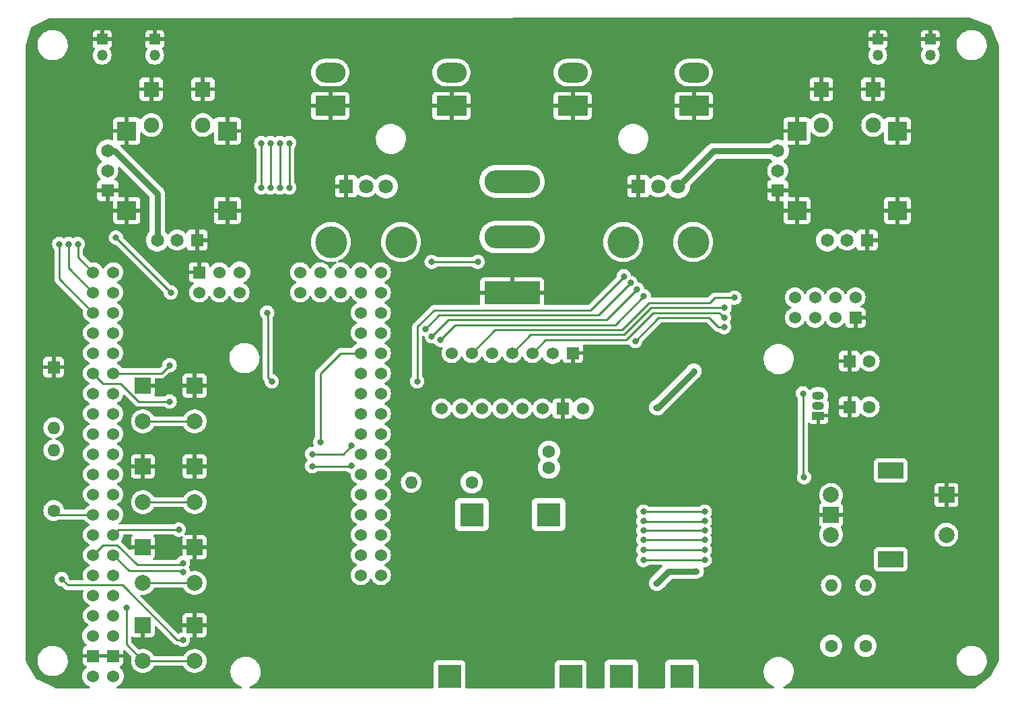
<source format=gbr>
%TF.GenerationSoftware,KiCad,Pcbnew,7.0.8*%
%TF.CreationDate,2023-11-09T04:02:46-05:00*%
%TF.ProjectId,RCTransmitterAecertRobotics,52435472-616e-4736-9d69-747465724165,rev?*%
%TF.SameCoordinates,Original*%
%TF.FileFunction,Copper,L2,Bot*%
%TF.FilePolarity,Positive*%
%FSLAX46Y46*%
G04 Gerber Fmt 4.6, Leading zero omitted, Abs format (unit mm)*
G04 Created by KiCad (PCBNEW 7.0.8) date 2023-11-09 04:02:46*
%MOMM*%
%LPD*%
G01*
G04 APERTURE LIST*
G04 Aperture macros list*
%AMRoundRect*
0 Rectangle with rounded corners*
0 $1 Rounding radius*
0 $2 $3 $4 $5 $6 $7 $8 $9 X,Y pos of 4 corners*
0 Add a 4 corners polygon primitive as box body*
4,1,4,$2,$3,$4,$5,$6,$7,$8,$9,$2,$3,0*
0 Add four circle primitives for the rounded corners*
1,1,$1+$1,$2,$3*
1,1,$1+$1,$4,$5*
1,1,$1+$1,$6,$7*
1,1,$1+$1,$8,$9*
0 Add four rect primitives between the rounded corners*
20,1,$1+$1,$2,$3,$4,$5,0*
20,1,$1+$1,$4,$5,$6,$7,0*
20,1,$1+$1,$6,$7,$8,$9,0*
20,1,$1+$1,$8,$9,$2,$3,0*%
G04 Aperture macros list end*
%TA.AperFunction,ComponentPad*%
%ADD10C,1.524000*%
%TD*%
%TA.AperFunction,ComponentPad*%
%ADD11R,1.524000X1.524000*%
%TD*%
%TA.AperFunction,ComponentPad*%
%ADD12R,3.000000X3.000000*%
%TD*%
%TA.AperFunction,ComponentPad*%
%ADD13C,1.600000*%
%TD*%
%TA.AperFunction,ComponentPad*%
%ADD14R,3.800000X2.500000*%
%TD*%
%TA.AperFunction,ComponentPad*%
%ADD15RoundRect,1.250000X0.650000X0.000000X-0.650000X0.000000X-0.650000X0.000000X0.650000X0.000000X0*%
%TD*%
%TA.AperFunction,ComponentPad*%
%ADD16C,2.000000*%
%TD*%
%TA.AperFunction,ComponentPad*%
%ADD17R,2.000000X2.000000*%
%TD*%
%TA.AperFunction,ComponentPad*%
%ADD18R,3.200000X2.000000*%
%TD*%
%TA.AperFunction,ComponentPad*%
%ADD19R,1.600000X1.600000*%
%TD*%
%TA.AperFunction,ComponentPad*%
%ADD20O,1.600000X1.600000*%
%TD*%
%TA.AperFunction,ComponentPad*%
%ADD21R,1.350000X1.350000*%
%TD*%
%TA.AperFunction,ComponentPad*%
%ADD22O,1.350000X1.350000*%
%TD*%
%TA.AperFunction,ComponentPad*%
%ADD23R,7.000000X2.900000*%
%TD*%
%TA.AperFunction,ComponentPad*%
%ADD24O,7.000000X2.900000*%
%TD*%
%TA.AperFunction,WasherPad*%
%ADD25C,4.000000*%
%TD*%
%TA.AperFunction,ComponentPad*%
%ADD26R,1.800000X1.800000*%
%TD*%
%TA.AperFunction,ComponentPad*%
%ADD27C,1.800000*%
%TD*%
%TA.AperFunction,ComponentPad*%
%ADD28O,1.500000X1.050000*%
%TD*%
%TA.AperFunction,ComponentPad*%
%ADD29R,1.500000X1.050000*%
%TD*%
%TA.AperFunction,ComponentPad*%
%ADD30C,1.650000*%
%TD*%
%TA.AperFunction,ComponentPad*%
%ADD31R,1.650000X1.650000*%
%TD*%
%TA.AperFunction,ComponentPad*%
%ADD32C,1.950000*%
%TD*%
%TA.AperFunction,ComponentPad*%
%ADD33R,1.950000X1.950000*%
%TD*%
%TA.AperFunction,ComponentPad*%
%ADD34R,2.400000X2.400000*%
%TD*%
%TA.AperFunction,ViaPad*%
%ADD35C,0.800000*%
%TD*%
%TA.AperFunction,Conductor*%
%ADD36C,0.750000*%
%TD*%
%TA.AperFunction,Conductor*%
%ADD37C,0.250000*%
%TD*%
G04 APERTURE END LIST*
D10*
%TO.P,Gyroscope1,1,VCC*%
%TO.N,/5v*%
X149860000Y-106045000D03*
D11*
%TO.P,Gyroscope1,2,GND*%
%TO.N,GND*%
X147320000Y-106045000D03*
D10*
%TO.P,Gyroscope1,3,SCL*%
%TO.N,/SCL*%
X144780000Y-106045000D03*
%TO.P,Gyroscope1,4,SDA*%
%TO.N,/SDA*%
X142240000Y-106045000D03*
%TO.P,Gyroscope1,5,XDA*%
%TO.N,unconnected-(Gyroscope1-XDA-Pad5)*%
X139700000Y-106045000D03*
%TO.P,Gyroscope1,6,XCL*%
%TO.N,unconnected-(Gyroscope1-XCL-Pad6)*%
X137160000Y-106045000D03*
%TO.P,Gyroscope1,7,AD0*%
%TO.N,unconnected-(Gyroscope1-AD0-Pad7)*%
X134620000Y-106045000D03*
%TO.P,Gyroscope1,8,INT*%
%TO.N,unconnected-(Gyroscope1-INT-Pad8)*%
X132080000Y-106045000D03*
%TD*%
D12*
%TO.P,Battery_Charger1,1,VOUT+*%
%TO.N,/Vin*%
X162316000Y-139700000D03*
%TO.P,Battery_Charger1,2,VOUT-*%
%TO.N,/VOUT-*%
X154696000Y-139700000D03*
%TO.P,Battery_Charger1,3,IN+*%
%TO.N,Net-(Battery_Charger1-IN+)*%
X148346000Y-139700000D03*
%TO.P,Battery_Charger1,4,IN-*%
%TO.N,unconnected-(Battery_Charger1-IN--Pad4)*%
X133106000Y-139700000D03*
%TO.P,Battery_Charger1,5,BAT+*%
%TO.N,/Bat+*%
X145552000Y-119380000D03*
%TO.P,Battery_Charger1,6,BAT-*%
%TO.N,/Bat-*%
X135900000Y-119380000D03*
%TD*%
D13*
%TO.P,JST_Connector1,1,Pin_1*%
%TO.N,/Bat+*%
X145597418Y-113472182D03*
%TO.P,JST_Connector1,2,Pin_2*%
%TO.N,/Bat-*%
X145597418Y-111472182D03*
%TD*%
D14*
%TO.P,Toggle4,1*%
%TO.N,GND*%
X118110000Y-67977000D03*
D15*
%TO.P,Toggle4,2*%
%TO.N,/Toggle D*%
X118110000Y-63777000D03*
%TD*%
D16*
%TO.P,Rotary_Encoder1,A,A*%
%TO.N,/RotaryEncoderB*%
X181080000Y-116920000D03*
%TO.P,Rotary_Encoder1,B,B*%
%TO.N,/RotaryEncoderA*%
X181080000Y-121920000D03*
D17*
%TO.P,Rotary_Encoder1,C,C*%
%TO.N,GND*%
X181080000Y-119420000D03*
D18*
%TO.P,Rotary_Encoder1,MP*%
%TO.N,N/C*%
X188580000Y-113820000D03*
X188580000Y-125020000D03*
D16*
%TO.P,Rotary_Encoder1,S1,S1*%
%TO.N,/Rotary Encoder Switch*%
X195580000Y-121920000D03*
D17*
%TO.P,Rotary_Encoder1,S2,S2*%
%TO.N,GND*%
X195580000Y-116920000D03*
%TD*%
D13*
%TO.P,C2,1*%
%TO.N,Net-(3.3V_Reg1-VO)*%
X185888000Y-105845299D03*
D19*
%TO.P,C2,2*%
%TO.N,GND*%
X183388000Y-105845299D03*
%TD*%
D13*
%TO.P,R4,1*%
%TO.N,/5v*%
X181102000Y-135890000D03*
D20*
%TO.P,R4,2*%
%TO.N,/RotaryEncoderA*%
X181102000Y-128270000D03*
%TD*%
D17*
%TO.P,Button3,1,1*%
%TO.N,GND*%
X94540000Y-123480000D03*
X101040000Y-123480000D03*
D16*
%TO.P,Button3,2,2*%
%TO.N,/Button C*%
X94540000Y-127980000D03*
X101040000Y-127980000D03*
%TD*%
D13*
%TO.P,C1,1*%
%TO.N,Net-(3.3V_Reg1-VO)*%
X185888000Y-100076000D03*
D19*
%TO.P,C1,2*%
%TO.N,GND*%
X183388000Y-100076000D03*
%TD*%
D14*
%TO.P,Toggle2,1*%
%TO.N,GND*%
X148590000Y-67977000D03*
D15*
%TO.P,Toggle2,2*%
%TO.N,/Toggle B*%
X148590000Y-63777000D03*
%TD*%
D21*
%TO.P,Bumper2,1,1*%
%TO.N,GND*%
X96012000Y-59595000D03*
D22*
%TO.P,Bumper2,2,2*%
%TO.N,/Left Bumper B*%
X96012000Y-61595000D03*
%TD*%
D17*
%TO.P,Button4,1,1*%
%TO.N,GND*%
X94540000Y-133300000D03*
X101040000Y-133300000D03*
D16*
%TO.P,Button4,2,2*%
%TO.N,/Button D*%
X94540000Y-137800000D03*
X101040000Y-137800000D03*
%TD*%
D17*
%TO.P,Button2,1,1*%
%TO.N,GND*%
X94540000Y-113320000D03*
X101040000Y-113320000D03*
D16*
%TO.P,Button2,2,2*%
%TO.N,/Button B*%
X94540000Y-117820000D03*
X101040000Y-117820000D03*
%TD*%
D17*
%TO.P,Button1,1,1*%
%TO.N,GND*%
X94540000Y-103160000D03*
X101040000Y-103160000D03*
D16*
%TO.P,Button1,2,2*%
%TO.N,/Button A*%
X94540000Y-107660000D03*
X101040000Y-107660000D03*
%TD*%
D13*
%TO.P,R2,1*%
%TO.N,/Charging*%
X83312000Y-118872000D03*
D20*
%TO.P,R2,2*%
%TO.N,Net-(Battery_Charger1-IN+)*%
X83312000Y-111252000D03*
%TD*%
D21*
%TO.P,Bumper1,1,1*%
%TO.N,GND*%
X89408000Y-59595000D03*
D22*
%TO.P,Bumper1,2,2*%
%TO.N,/Left Bumper A*%
X89408000Y-61595000D03*
%TD*%
D23*
%TO.P,K1,1,LED*%
%TO.N,GND*%
X140970000Y-91470000D03*
D24*
%TO.P,K1,2,Power*%
%TO.N,/VOUT-*%
X140970000Y-84470000D03*
%TO.P,K1,3,Load*%
%TO.N,/Vin*%
X140970000Y-77470000D03*
%TD*%
D19*
%TO.P,R1,1*%
%TO.N,GND*%
X83312000Y-100838000D03*
D20*
%TO.P,R1,2*%
%TO.N,/Charging*%
X83312000Y-108458000D03*
%TD*%
D14*
%TO.P,Toggle1,1*%
%TO.N,GND*%
X163830000Y-67977000D03*
D15*
%TO.P,Toggle1,2*%
%TO.N,/Toggle A*%
X163830000Y-63777000D03*
%TD*%
D25*
%TO.P,Pot1,*%
%TO.N,*%
X127000000Y-85090000D03*
X118200000Y-85090000D03*
D26*
%TO.P,Pot1,1,1*%
%TO.N,GND*%
X120100000Y-78090000D03*
D27*
%TO.P,Pot1,2,2*%
%TO.N,/Pot Left*%
X122600000Y-78090000D03*
%TO.P,Pot1,3,3*%
%TO.N,/5v*%
X125100000Y-78090000D03*
%TD*%
D21*
%TO.P,Bumper3,1,1*%
%TO.N,GND*%
X186944000Y-59595000D03*
D22*
%TO.P,Bumper3,2,2*%
%TO.N,/Right Bumper A*%
X186944000Y-61595000D03*
%TD*%
D14*
%TO.P,Toggle3,1*%
%TO.N,GND*%
X133350000Y-67977000D03*
D15*
%TO.P,Toggle3,2*%
%TO.N,/Toggle C*%
X133350000Y-63777000D03*
%TD*%
D25*
%TO.P,Pot2,*%
%TO.N,*%
X163740000Y-85090000D03*
X154940000Y-85090000D03*
D26*
%TO.P,Pot2,1,1*%
%TO.N,GND*%
X156840000Y-78090000D03*
D27*
%TO.P,Pot2,2,2*%
%TO.N,/Pot Right*%
X159340000Y-78090000D03*
%TO.P,Pot2,3,3*%
%TO.N,/5v*%
X161840000Y-78090000D03*
%TD*%
D13*
%TO.P,R3,1*%
%TO.N,/5v*%
X185420000Y-135890000D03*
D20*
%TO.P,R3,2*%
%TO.N,/RotaryEncoderB*%
X185420000Y-128270000D03*
%TD*%
D28*
%TO.P,3.3V_Reg1,1,VO*%
%TO.N,Net-(3.3V_Reg1-VO)*%
X179472000Y-104394000D03*
%TO.P,3.3V_Reg1,2,VI*%
%TO.N,/Vin*%
X179472000Y-105664000D03*
D29*
%TO.P,3.3V_Reg1,3,GND*%
%TO.N,GND*%
X179472000Y-106934000D03*
%TD*%
D10*
%TO.P,OLED_LCD_Display1,1,CS*%
%TO.N,/Screen CS*%
X133350000Y-99060000D03*
%TO.P,OLED_LCD_Display1,2,DC*%
%TO.N,/CE*%
X135890000Y-99060000D03*
%TO.P,OLED_LCD_Display1,3,RES*%
%TO.N,/Screen RES*%
X138430000Y-99060000D03*
%TO.P,OLED_LCD_Display1,4,SDA*%
%TO.N,/MOSI*%
X140970000Y-99060000D03*
%TO.P,OLED_LCD_Display1,5,SCK*%
%TO.N,/SCK*%
X143510000Y-99060000D03*
%TO.P,OLED_LCD_Display1,6,VCC*%
%TO.N,/5v*%
X146050000Y-99060000D03*
D11*
%TO.P,OLED_LCD_Display1,7,GND*%
%TO.N,GND*%
X148590000Y-99060000D03*
%TD*%
D30*
%TO.P,Joystick1,1,1*%
%TO.N,/5v*%
X96335000Y-84850000D03*
%TO.P,Joystick1,2,2*%
%TO.N,/Joy Left X*%
X98835000Y-84850000D03*
D31*
%TO.P,Joystick1,3,3*%
%TO.N,GND*%
X101335000Y-84850000D03*
D30*
%TO.P,Joystick1,11,1'*%
%TO.N,/5v*%
X90105000Y-73620000D03*
%TO.P,Joystick1,12,2'*%
%TO.N,/Joy Left Y*%
X90105000Y-76120000D03*
D31*
%TO.P,Joystick1,13,3'*%
%TO.N,GND*%
X90105000Y-78620000D03*
D32*
%TO.P,Joystick1,A1,COM_1*%
%TO.N,/Joy Left Button*%
X102085000Y-70370000D03*
%TO.P,Joystick1,B1,COM_2*%
%TO.N,unconnected-(Joystick1-COM_2-PadB1)*%
X95585000Y-70370000D03*
D33*
%TO.P,Joystick1,C1,NO_1*%
%TO.N,GND*%
X102085000Y-65870000D03*
%TO.P,Joystick1,D1,NO_2*%
X95585000Y-65870000D03*
D34*
%TO.P,Joystick1,MH1,MH1*%
X92510000Y-81120000D03*
%TO.P,Joystick1,MH2,MH2*%
X105160000Y-81120000D03*
%TO.P,Joystick1,MH3,MH3*%
X105160000Y-71120000D03*
%TO.P,Joystick1,MH4,MH4*%
X92510000Y-71120000D03*
%TD*%
D21*
%TO.P,Bumper4,1,1*%
%TO.N,GND*%
X193548000Y-59595000D03*
D22*
%TO.P,Bumper4,2,2*%
%TO.N,/Right Bumper B*%
X193548000Y-61595000D03*
%TD*%
D30*
%TO.P,Joystick2,1,1*%
%TO.N,/5v*%
X180605000Y-84850000D03*
%TO.P,Joystick2,2,2*%
%TO.N,/Joy Right X*%
X183105000Y-84850000D03*
D31*
%TO.P,Joystick2,3,3*%
%TO.N,GND*%
X185605000Y-84850000D03*
D30*
%TO.P,Joystick2,11,1'*%
%TO.N,/5v*%
X174375000Y-73620000D03*
%TO.P,Joystick2,12,2'*%
%TO.N,/Joy Right Y*%
X174375000Y-76120000D03*
D31*
%TO.P,Joystick2,13,3'*%
%TO.N,GND*%
X174375000Y-78620000D03*
D32*
%TO.P,Joystick2,A1,COM_1*%
%TO.N,/Joy Right Button*%
X186355000Y-70370000D03*
%TO.P,Joystick2,B1,COM_2*%
%TO.N,unconnected-(Joystick2-COM_2-PadB1)*%
X179855000Y-70370000D03*
D33*
%TO.P,Joystick2,C1,NO_1*%
%TO.N,GND*%
X186355000Y-65870000D03*
%TO.P,Joystick2,D1,NO_2*%
X179855000Y-65870000D03*
D34*
%TO.P,Joystick2,MH1,MH1*%
X176780000Y-81120000D03*
%TO.P,Joystick2,MH2,MH2*%
X189430000Y-81120000D03*
%TO.P,Joystick2,MH3,MH3*%
X189430000Y-71120000D03*
%TO.P,Joystick2,MH4,MH4*%
X176780000Y-71120000D03*
%TD*%
D10*
%TO.P,Arduino_Mega_Pro1,0,RX*%
%TO.N,unconnected-(Arduino_Mega_Pro1-RX-Pad0)*%
X90805000Y-127000000D03*
%TO.P,Arduino_Mega_Pro1,1,TX*%
%TO.N,unconnected-(Arduino_Mega_Pro1-TX-Pad1)*%
X88265000Y-127000000D03*
%TO.P,Arduino_Mega_Pro1,2,D2*%
%TO.N,/RotaryEncoderA*%
X90805000Y-124460000D03*
%TO.P,Arduino_Mega_Pro1,3,D3*%
%TO.N,/RotaryEncoderB*%
X88265000Y-124460000D03*
%TO.P,Arduino_Mega_Pro1,3V3,3V3*%
%TO.N,/3.3v*%
X88265000Y-132080000D03*
X90805000Y-132080000D03*
%TO.P,Arduino_Mega_Pro1,4,D4*%
%TO.N,/NRF CSN*%
X90805000Y-121920000D03*
%TO.P,Arduino_Mega_Pro1,5,D5*%
%TO.N,unconnected-(Arduino_Mega_Pro1-D5-Pad5)*%
X88265000Y-121920000D03*
%TO.P,Arduino_Mega_Pro1,5V,5V*%
%TO.N,/5v*%
X88265000Y-134620000D03*
X90805000Y-134620000D03*
X106680000Y-88900000D03*
%TO.P,Arduino_Mega_Pro1,6,D6*%
%TO.N,/Button D*%
X90805000Y-119380000D03*
%TO.P,Arduino_Mega_Pro1,7,D7*%
%TO.N,/Charging*%
X88265000Y-119380000D03*
%TO.P,Arduino_Mega_Pro1,8,D8*%
%TO.N,/Button C*%
X90805000Y-116840000D03*
%TO.P,Arduino_Mega_Pro1,9,D9*%
%TO.N,unconnected-(Arduino_Mega_Pro1-D9-Pad9)*%
X88265000Y-116840000D03*
%TO.P,Arduino_Mega_Pro1,10,D10*%
%TO.N,/Button B*%
X90805000Y-114300000D03*
%TO.P,Arduino_Mega_Pro1,11,D11*%
%TO.N,unconnected-(Arduino_Mega_Pro1-D11-Pad11)*%
X88265000Y-114300000D03*
%TO.P,Arduino_Mega_Pro1,12,D12*%
%TO.N,/Button A*%
X90805000Y-111760000D03*
%TO.P,Arduino_Mega_Pro1,13,D13*%
%TO.N,unconnected-(Arduino_Mega_Pro1-D13-Pad13)*%
X88265000Y-111760000D03*
%TO.P,Arduino_Mega_Pro1,14,D14*%
%TO.N,unconnected-(Arduino_Mega_Pro1-D14-Pad14)*%
X90805000Y-109220000D03*
%TO.P,Arduino_Mega_Pro1,15,D15*%
%TO.N,unconnected-(Arduino_Mega_Pro1-D15-Pad15)*%
X88265000Y-109220000D03*
%TO.P,Arduino_Mega_Pro1,16,D16*%
%TO.N,unconnected-(Arduino_Mega_Pro1-D16-Pad16)*%
X90805000Y-106680000D03*
%TO.P,Arduino_Mega_Pro1,17,D17*%
%TO.N,unconnected-(Arduino_Mega_Pro1-D17-Pad17)*%
X88265000Y-106680000D03*
%TO.P,Arduino_Mega_Pro1,18,D18*%
%TO.N,unconnected-(Arduino_Mega_Pro1-D18-Pad18)*%
X90805000Y-104140000D03*
%TO.P,Arduino_Mega_Pro1,19,D19*%
%TO.N,unconnected-(Arduino_Mega_Pro1-D19-Pad19)*%
X88265000Y-104140000D03*
%TO.P,Arduino_Mega_Pro1,20,D20(SDA)*%
%TO.N,/SDA*%
X90805000Y-101600000D03*
%TO.P,Arduino_Mega_Pro1,21,D21(SCL)*%
%TO.N,/SCL*%
X88265000Y-101600000D03*
%TO.P,Arduino_Mega_Pro1,22,D22*%
%TO.N,unconnected-(Arduino_Mega_Pro1-D22-Pad22)*%
X90805000Y-99060000D03*
%TO.P,Arduino_Mega_Pro1,23,D23*%
%TO.N,unconnected-(Arduino_Mega_Pro1-D23-Pad23)*%
X88265000Y-99060000D03*
%TO.P,Arduino_Mega_Pro1,24,D24*%
%TO.N,unconnected-(Arduino_Mega_Pro1-D24-Pad24)*%
X90805000Y-96520000D03*
%TO.P,Arduino_Mega_Pro1,25,D25*%
%TO.N,unconnected-(Arduino_Mega_Pro1-D25-Pad25)*%
X88265000Y-96520000D03*
%TO.P,Arduino_Mega_Pro1,26,D26*%
%TO.N,unconnected-(Arduino_Mega_Pro1-D26-Pad26)*%
X90805000Y-93980000D03*
%TO.P,Arduino_Mega_Pro1,27,D27*%
%TO.N,/Left Bumper A*%
X88265000Y-93980000D03*
%TO.P,Arduino_Mega_Pro1,28,D28*%
%TO.N,unconnected-(Arduino_Mega_Pro1-D28-Pad28)*%
X90805000Y-91440000D03*
%TO.P,Arduino_Mega_Pro1,29,D29*%
%TO.N,/Left Bumper B*%
X88265000Y-91440000D03*
%TO.P,Arduino_Mega_Pro1,30,D30*%
%TO.N,unconnected-(Arduino_Mega_Pro1-D30-Pad30)*%
X90805000Y-88900000D03*
%TO.P,Arduino_Mega_Pro1,31,D31*%
%TO.N,/Joy Left Button*%
X88265000Y-88900000D03*
%TO.P,Arduino_Mega_Pro1,32,D32*%
%TO.N,/Toggle A*%
X124460000Y-106680000D03*
%TO.P,Arduino_Mega_Pro1,33,D33*%
%TO.N,/Toggle B*%
X121920000Y-106680000D03*
%TO.P,Arduino_Mega_Pro1,34,D34*%
%TO.N,/Toggle C*%
X124460000Y-104140000D03*
%TO.P,Arduino_Mega_Pro1,35,D35*%
%TO.N,/Toggle D*%
X121920000Y-104140000D03*
%TO.P,Arduino_Mega_Pro1,36,D36*%
%TO.N,/Joy Right Button*%
X124460000Y-101600000D03*
%TO.P,Arduino_Mega_Pro1,37,D37*%
%TO.N,/Right Bumper B*%
X121920000Y-101600000D03*
%TO.P,Arduino_Mega_Pro1,38,D38*%
%TO.N,/Right Bumper A*%
X124460000Y-99060000D03*
%TO.P,Arduino_Mega_Pro1,39,D39*%
%TO.N,/Rotary Encoder Switch*%
X121920000Y-99060000D03*
%TO.P,Arduino_Mega_Pro1,40,D40*%
%TO.N,/Screen RES*%
X124460000Y-96520000D03*
%TO.P,Arduino_Mega_Pro1,41,D41*%
%TO.N,unconnected-(Arduino_Mega_Pro1-D41-Pad41)*%
X121920000Y-96520000D03*
%TO.P,Arduino_Mega_Pro1,42,D42*%
%TO.N,/Screen CS*%
X124460000Y-93980000D03*
%TO.P,Arduino_Mega_Pro1,43,D43*%
%TO.N,unconnected-(Arduino_Mega_Pro1-D43-Pad43)*%
X121920000Y-93980000D03*
%TO.P,Arduino_Mega_Pro1,44,D44*%
%TO.N,unconnected-(Arduino_Mega_Pro1-D44-Pad44)*%
X124460000Y-91440000D03*
%TO.P,Arduino_Mega_Pro1,45,D45*%
%TO.N,unconnected-(Arduino_Mega_Pro1-D45-Pad45)*%
X121920000Y-91440000D03*
%TO.P,Arduino_Mega_Pro1,46,D46*%
%TO.N,unconnected-(Arduino_Mega_Pro1-D46-Pad46)*%
X124460000Y-88900000D03*
%TO.P,Arduino_Mega_Pro1,47,D47*%
%TO.N,unconnected-(Arduino_Mega_Pro1-D47-Pad47)*%
X121920000Y-88900000D03*
%TO.P,Arduino_Mega_Pro1,48,D48*%
%TO.N,unconnected-(Arduino_Mega_Pro1-D48-Pad48)*%
X119380000Y-88900000D03*
%TO.P,Arduino_Mega_Pro1,49,D49*%
%TO.N,/CE*%
X119380000Y-91440000D03*
%TO.P,Arduino_Mega_Pro1,50,D50(MISO)*%
%TO.N,/MISO*%
X106680000Y-91440000D03*
X116840000Y-88900000D03*
%TO.P,Arduino_Mega_Pro1,51,D51(MOSI)*%
%TO.N,/MOSI*%
X104140000Y-88900000D03*
X116840000Y-91440000D03*
%TO.P,Arduino_Mega_Pro1,52,D52(SCLK)*%
%TO.N,/SCK*%
X104140000Y-91440000D03*
X114300000Y-88900000D03*
%TO.P,Arduino_Mega_Pro1,53,D53(CE)*%
%TO.N,unconnected-(Arduino_Mega_Pro1-D53(CE)-Pad53)*%
X114300000Y-91440000D03*
%TO.P,Arduino_Mega_Pro1,A0,A0*%
%TO.N,/Pot Left*%
X124460000Y-127000000D03*
%TO.P,Arduino_Mega_Pro1,A1,A1*%
%TO.N,unconnected-(Arduino_Mega_Pro1-PadA1)*%
X121920000Y-127000000D03*
%TO.P,Arduino_Mega_Pro1,A2,A2*%
%TO.N,/Joy Right X*%
X124460000Y-124460000D03*
%TO.P,Arduino_Mega_Pro1,A3,A3*%
%TO.N,/Joy Right Y*%
X121920000Y-124460000D03*
%TO.P,Arduino_Mega_Pro1,A4,A4*%
%TO.N,unconnected-(Arduino_Mega_Pro1-PadA4)*%
X124460000Y-121920000D03*
%TO.P,Arduino_Mega_Pro1,A5,A5*%
%TO.N,unconnected-(Arduino_Mega_Pro1-PadA5)*%
X121920000Y-121920000D03*
%TO.P,Arduino_Mega_Pro1,A6,A6*%
%TO.N,/Joy Left X*%
X124460000Y-119380000D03*
%TO.P,Arduino_Mega_Pro1,A7,A7*%
%TO.N,/Joy Left Y*%
X121920000Y-119380000D03*
%TO.P,Arduino_Mega_Pro1,A8,A8*%
%TO.N,/Battery Voltage*%
X124460000Y-116840000D03*
%TO.P,Arduino_Mega_Pro1,A9,A9*%
%TO.N,unconnected-(Arduino_Mega_Pro1-PadA9)*%
X121920000Y-116840000D03*
%TO.P,Arduino_Mega_Pro1,A10,A10*%
%TO.N,unconnected-(Arduino_Mega_Pro1-PadA10)*%
X124460000Y-114300000D03*
%TO.P,Arduino_Mega_Pro1,A11,A11*%
%TO.N,unconnected-(Arduino_Mega_Pro1-PadA11)*%
X121920000Y-114300000D03*
%TO.P,Arduino_Mega_Pro1,A12,A12*%
%TO.N,unconnected-(Arduino_Mega_Pro1-PadA12)*%
X124460000Y-111760000D03*
%TO.P,Arduino_Mega_Pro1,A13,A13*%
%TO.N,unconnected-(Arduino_Mega_Pro1-PadA13)*%
X121920000Y-111760000D03*
%TO.P,Arduino_Mega_Pro1,A14,A14*%
%TO.N,/Pot Right*%
X124460000Y-109220000D03*
%TO.P,Arduino_Mega_Pro1,A15,A15*%
%TO.N,unconnected-(Arduino_Mega_Pro1-PadA15)*%
X121920000Y-109220000D03*
%TO.P,Arduino_Mega_Pro1,AREF,AREF*%
%TO.N,/REF*%
X90805000Y-129540000D03*
D11*
%TO.P,Arduino_Mega_Pro1,GND,GND*%
%TO.N,GND*%
X88265000Y-137160000D03*
X90805000Y-137160000D03*
X101600000Y-88900000D03*
D10*
%TO.P,Arduino_Mega_Pro1,RST,RST*%
%TO.N,unconnected-(Arduino_Mega_Pro1-PadRST)*%
X88265000Y-129540000D03*
X101600000Y-91440000D03*
%TO.P,Arduino_Mega_Pro1,VIN,VIN*%
%TO.N,/Vin*%
X88265000Y-139700000D03*
X90805000Y-139700000D03*
%TD*%
D13*
%TO.P,R5,1*%
%TO.N,/Bat+*%
X135890000Y-115316000D03*
D20*
%TO.P,R5,2*%
%TO.N,/Battery Voltage*%
X128270000Y-115316000D03*
%TD*%
D10*
%TO.P,NRF24,1,V+*%
%TO.N,Net-(3.3V_Reg1-VO)*%
X184150000Y-92075000D03*
%TO.P,NRF24,2,CSN*%
%TO.N,/NRF CSN*%
X181610000Y-92075000D03*
%TO.P,NRF24,3,MOSI*%
%TO.N,/MOSI*%
X179070000Y-92075000D03*
%TO.P,NRF24,4,IRQ*%
%TO.N,unconnected-(NRF24-IRQ-Pad4)*%
X176530000Y-92075000D03*
%TO.P,NRF24,5,MISO*%
%TO.N,/MISO*%
X176530000Y-94615000D03*
%TO.P,NRF24,6,SCK*%
%TO.N,/SCK*%
X179070000Y-94615000D03*
%TO.P,NRF24,7,CE*%
%TO.N,/CE*%
X181610000Y-94615000D03*
D11*
%TO.P,NRF24,8,GND*%
%TO.N,GND*%
X184150000Y-94615000D03*
%TD*%
D35*
%TO.N,/5v*%
X159155500Y-105918000D03*
X159155500Y-128016000D03*
%TO.N,GND*%
X161036000Y-73660000D03*
%TO.N,/CE*%
X168929419Y-92094419D03*
%TO.N,GND*%
X154432000Y-80772000D03*
X83312000Y-97028000D03*
X152908000Y-110236000D03*
X139700000Y-102616000D03*
X136144000Y-90932000D03*
X148082000Y-122174000D03*
X98552000Y-136144000D03*
X129032000Y-108966000D03*
X181610000Y-109220000D03*
X189484000Y-66040000D03*
X105156000Y-65786000D03*
X119888000Y-138684000D03*
X98806000Y-89154000D03*
X107188000Y-116332000D03*
X132080000Y-114808000D03*
X178308000Y-119634000D03*
X143764000Y-71882000D03*
X107696000Y-123444000D03*
X83312000Y-104648000D03*
X98044000Y-73660000D03*
X93218000Y-140208000D03*
X180086000Y-81534000D03*
X89916000Y-81788000D03*
X90932000Y-66294000D03*
X108204000Y-130048000D03*
X102108000Y-98044000D03*
X170180000Y-110744000D03*
X148336000Y-91948000D03*
X132080000Y-122428000D03*
X93472000Y-99568000D03*
X198120000Y-112776000D03*
X191008000Y-130810000D03*
X190500000Y-85852000D03*
X120904000Y-72136000D03*
X170434000Y-129794000D03*
X154178000Y-101600000D03*
X180848000Y-101600000D03*
X187452000Y-75184000D03*
%TO.N,/5v*%
X164084000Y-126492000D03*
X163815500Y-101346000D03*
%TO.N,/Rotary Encoder Switch*%
X157480000Y-121380497D03*
X165190000Y-121380497D03*
X116840000Y-110236000D03*
%TO.N,/Left Bumper A*%
X84010994Y-85344000D03*
%TO.N,/Right Bumper A*%
X130048000Y-96012000D03*
X155863310Y-90242695D03*
%TO.N,/Left Bumper B*%
X85185497Y-85344000D03*
%TO.N,/Right Bumper B*%
X156693808Y-91073194D03*
X130872180Y-96945918D03*
%TO.N,/Joy Right Button*%
X131951976Y-97407976D03*
X157524307Y-91903693D03*
%TO.N,/Toggle C*%
X111760000Y-72644000D03*
X111760000Y-78232000D03*
%TO.N,/Toggle D*%
X112938728Y-72644000D03*
X112934503Y-78232000D03*
%TO.N,/Toggle B*%
X110585497Y-72644000D03*
X110585498Y-78233248D03*
%TO.N,/Toggle A*%
X109411038Y-72654093D03*
X109410996Y-78231539D03*
%TO.N,/Joy Left Button*%
X86360000Y-85344000D03*
%TO.N,/Button D*%
X92456000Y-131064000D03*
%TO.N,/Pot Right*%
X129032000Y-102616000D03*
X155032810Y-89412197D03*
%TO.N,/Joy Right Y*%
X157480000Y-120205994D03*
X165190000Y-120205994D03*
%TO.N,/SCL*%
X97889000Y-105156000D03*
X115824000Y-113284000D03*
X120787500Y-113266888D03*
%TO.N,/SDA*%
X97889000Y-100584000D03*
X115824000Y-111760000D03*
X120787500Y-110726888D03*
%TO.N,/Joy Right X*%
X157480000Y-119031491D03*
X165190000Y-119031491D03*
%TO.N,/Pot Left*%
X110160003Y-93980000D03*
X110744000Y-102616000D03*
%TO.N,/Joy Left Y*%
X98044000Y-91440000D03*
X91141693Y-84537693D03*
%TO.N,/SCK*%
X167640000Y-94615000D03*
%TO.N,/MISO*%
X156464000Y-97536000D03*
X130850000Y-87590000D03*
X136652000Y-87590000D03*
X167640000Y-95789503D03*
%TO.N,/MOSI*%
X167659419Y-93364419D03*
%TO.N,/NRF CSN*%
X157480000Y-122555000D03*
X177674043Y-114682043D03*
X177546000Y-104140000D03*
X99060000Y-121271285D03*
X165190000Y-122555000D03*
%TO.N,/RotaryEncoderB*%
X165190000Y-123825000D03*
X157481043Y-123826043D03*
X99568000Y-125476000D03*
%TO.N,/RotaryEncoderA*%
X165190000Y-125095000D03*
X157482086Y-125097086D03*
X99597535Y-126650131D03*
%TO.N,Net-(Battery_Charger1-IN+)*%
X99568000Y-135128000D03*
X84328000Y-127508000D03*
%TD*%
D36*
%TO.N,/5v*%
X163815500Y-101360500D02*
X163815500Y-101346000D01*
X159155500Y-105918000D02*
X159258000Y-105918000D01*
X159258000Y-105918000D02*
X163815500Y-101360500D01*
X160679500Y-126492000D02*
X159155500Y-128016000D01*
X164084000Y-126492000D02*
X160679500Y-126492000D01*
D37*
%TO.N,/CE*%
X165832581Y-92739419D02*
X158212581Y-92739419D01*
X138805000Y-96145000D02*
X135890000Y-99060000D01*
X166477581Y-92094419D02*
X165832581Y-92739419D01*
X168929419Y-92094419D02*
X166477581Y-92094419D01*
X158212581Y-92739419D02*
X154807000Y-96145000D01*
X154807000Y-96145000D02*
X138805000Y-96145000D01*
D36*
%TO.N,/5v*%
X96335000Y-84850000D02*
X96335000Y-79025000D01*
X161840000Y-78090000D02*
X166310000Y-73620000D01*
X90930000Y-73620000D02*
X90105000Y-73620000D01*
X96335000Y-79025000D02*
X90930000Y-73620000D01*
X166310000Y-73620000D02*
X174375000Y-73620000D01*
D37*
%TO.N,/Rotary Encoder Switch*%
X116840000Y-101600000D02*
X119380000Y-99060000D01*
X116840000Y-110236000D02*
X116840000Y-101600000D01*
X165190000Y-121380497D02*
X157480000Y-121380497D01*
X119380000Y-99060000D02*
X121920000Y-99060000D01*
%TO.N,/Left Bumper A*%
X84010994Y-85344000D02*
X84010994Y-89725994D01*
X84010994Y-89725994D02*
X88265000Y-93980000D01*
%TO.N,/Right Bumper A*%
X151836005Y-94270000D02*
X131790000Y-94270000D01*
X131790000Y-94270000D02*
X130048000Y-96012000D01*
X155863310Y-90242695D02*
X151836005Y-94270000D01*
%TO.N,/Left Bumper B*%
X85185497Y-85344000D02*
X85185497Y-88360497D01*
X85185497Y-88360497D02*
X88265000Y-91440000D01*
%TO.N,/Right Bumper B*%
X132923098Y-94895000D02*
X130872180Y-96945918D01*
X156693808Y-91073194D02*
X152872002Y-94895000D01*
X152872002Y-94895000D02*
X132923098Y-94895000D01*
%TO.N,/Joy Right Button*%
X133839952Y-95520000D02*
X131951976Y-97407976D01*
X157524307Y-91903693D02*
X153908000Y-95520000D01*
X153908000Y-95520000D02*
X133839952Y-95520000D01*
%TO.N,/Toggle C*%
X111760000Y-78232000D02*
X111760000Y-72644000D01*
%TO.N,/Toggle D*%
X112934503Y-78232000D02*
X112938728Y-78227775D01*
X112938728Y-78227775D02*
X112938728Y-72644000D01*
%TO.N,/Toggle B*%
X110585497Y-72644000D02*
X110585498Y-78233248D01*
%TO.N,/Toggle A*%
X109411038Y-78231497D02*
X109411038Y-72654093D01*
X109410996Y-78231539D02*
X109411038Y-78231497D01*
%TO.N,/Joy Left Button*%
X86360000Y-85344000D02*
X86360000Y-86995000D01*
X86360000Y-86995000D02*
X88265000Y-88900000D01*
%TO.N,/Button D*%
X94540000Y-137800000D02*
X92456000Y-135716000D01*
X92456000Y-135716000D02*
X92456000Y-131064000D01*
X94540000Y-137800000D02*
X101040000Y-137800000D01*
%TO.N,/Button C*%
X94540000Y-127980000D02*
X101040000Y-127980000D01*
%TO.N,/Button B*%
X94540000Y-117820000D02*
X101040000Y-117820000D01*
%TO.N,/Button A*%
X94540000Y-107660000D02*
X101040000Y-107660000D01*
%TO.N,/Pot Right*%
X155032810Y-89412197D02*
X150800007Y-93645000D01*
X131142207Y-93645000D02*
X129032000Y-95755207D01*
X150800007Y-93645000D02*
X131142207Y-93645000D01*
X129032000Y-95755207D02*
X129032000Y-102616000D01*
%TO.N,/Joy Right Y*%
X165190000Y-120205994D02*
X165158497Y-120237497D01*
X157511503Y-120237497D02*
X157480000Y-120205994D01*
X165158497Y-120237497D02*
X157511503Y-120237497D01*
%TO.N,/SCL*%
X91702000Y-102878000D02*
X89543000Y-102878000D01*
X120770388Y-113284000D02*
X115824000Y-113284000D01*
X89543000Y-102878000D02*
X88265000Y-101600000D01*
X97889000Y-105156000D02*
X93980000Y-105156000D01*
X120787500Y-113266888D02*
X120770388Y-113284000D01*
X93980000Y-105156000D02*
X91702000Y-102878000D01*
%TO.N,/SDA*%
X97889000Y-100584000D02*
X96873000Y-101600000D01*
X119754388Y-111760000D02*
X115824000Y-111760000D01*
X120787500Y-110726888D02*
X119754388Y-111760000D01*
X96873000Y-101600000D02*
X90805000Y-101600000D01*
%TO.N,/Joy Right X*%
X165190000Y-119031491D02*
X157480000Y-119031491D01*
%TO.N,/Pot Left*%
X110744000Y-102616000D02*
X110236000Y-102108000D01*
X110236000Y-102108000D02*
X110236000Y-94055997D01*
X110236000Y-94055997D02*
X110160003Y-93980000D01*
%TO.N,/Joy Left Y*%
X91141693Y-84537693D02*
X98044000Y-91440000D01*
%TO.N,/SCK*%
X167011626Y-93989419D02*
X158730348Y-93989419D01*
X167289419Y-94264419D02*
X167286626Y-94264419D01*
X167640000Y-94615000D02*
X167289419Y-94264419D01*
X155324767Y-97395000D02*
X145175000Y-97395000D01*
X158730348Y-93989419D02*
X155324767Y-97395000D01*
X145175000Y-97395000D02*
X143510000Y-99060000D01*
X167286626Y-94264419D02*
X167011626Y-93989419D01*
%TO.N,/MISO*%
X159385581Y-94614419D02*
X165734419Y-94614419D01*
X165734419Y-94614419D02*
X166909503Y-95789503D01*
X156464000Y-97536000D02*
X159385581Y-94614419D01*
X136652000Y-87590000D02*
X130850000Y-87590000D01*
X166909503Y-95789503D02*
X167640000Y-95789503D01*
%TO.N,/MOSI*%
X167659419Y-93364419D02*
X158471465Y-93364419D01*
X158471465Y-93364419D02*
X155065884Y-96770000D01*
X143260000Y-96770000D02*
X140970000Y-99060000D01*
X155065884Y-96770000D02*
X143260000Y-96770000D01*
%TO.N,/NRF CSN*%
X177674043Y-114682043D02*
X177546000Y-114554000D01*
X99060000Y-121271285D02*
X91453715Y-121271285D01*
X91453715Y-121271285D02*
X90805000Y-121920000D01*
X177546000Y-114554000D02*
X177546000Y-104140000D01*
X165190000Y-122555000D02*
X157480000Y-122555000D01*
%TO.N,/RotaryEncoderB*%
X99568000Y-125476000D02*
X99322000Y-125722000D01*
X99322000Y-125722000D02*
X93844962Y-125722000D01*
X165190000Y-123825000D02*
X157482086Y-123825000D01*
X91312962Y-123190000D02*
X89535000Y-123190000D01*
X157482086Y-123825000D02*
X157481043Y-123826043D01*
X93844962Y-125722000D02*
X91312962Y-123190000D01*
X89535000Y-123190000D02*
X88265000Y-124460000D01*
%TO.N,/RotaryEncoderA*%
X99427404Y-126480000D02*
X92825000Y-126480000D01*
X99597535Y-126650131D02*
X99427404Y-126480000D01*
X92825000Y-126480000D02*
X90805000Y-124460000D01*
X165190000Y-125095000D02*
X157484172Y-125095000D01*
X157484172Y-125095000D02*
X157482086Y-125097086D01*
%TO.N,Net-(Battery_Charger1-IN+)*%
X99568000Y-135128000D02*
X98807518Y-135128000D01*
X85082000Y-128262000D02*
X84328000Y-127508000D01*
X98807518Y-135128000D02*
X91941518Y-128262000D01*
X91941518Y-128262000D02*
X85082000Y-128262000D01*
%TO.N,/Charging*%
X83820000Y-119380000D02*
X83312000Y-118872000D01*
X88265000Y-119380000D02*
X83820000Y-119380000D01*
%TD*%
%TA.AperFunction,Conductor*%
%TO.N,GND*%
G36*
X198470363Y-56854090D02*
G01*
X201118061Y-57892416D01*
X201173287Y-57935217D01*
X201187921Y-57961804D01*
X202175130Y-60429826D01*
X202183999Y-60475881D01*
X202182315Y-137638772D01*
X202169261Y-137694150D01*
X201181092Y-139673770D01*
X201144546Y-139717589D01*
X199583816Y-140888138D01*
X199225942Y-141156544D01*
X199169067Y-141199200D01*
X199103625Y-141223676D01*
X199094667Y-141224000D01*
X175178276Y-141224000D01*
X175111237Y-141204315D01*
X175065482Y-141151511D01*
X175055538Y-141082353D01*
X175084563Y-141018797D01*
X175133980Y-140984182D01*
X175164654Y-140972450D01*
X175306989Y-140918012D01*
X175549591Y-140781857D01*
X175769783Y-140611830D01*
X175962873Y-140411555D01*
X176124744Y-140185300D01*
X176219580Y-140000843D01*
X176251941Y-139937902D01*
X176251945Y-139937892D01*
X176251948Y-139937887D01*
X176341772Y-139674590D01*
X176392303Y-139401020D01*
X176402464Y-139123008D01*
X176372037Y-138846480D01*
X176314915Y-138627985D01*
X176301672Y-138577331D01*
X176299098Y-138571275D01*
X176192867Y-138321290D01*
X176047943Y-138083823D01*
X175981028Y-138003416D01*
X175869989Y-137869987D01*
X175869983Y-137869982D01*
X175863970Y-137864594D01*
X196850686Y-137864594D01*
X196881114Y-138141125D01*
X196951478Y-138410272D01*
X197009775Y-138547458D01*
X197060284Y-138666314D01*
X197170238Y-138846480D01*
X197205205Y-138903776D01*
X197205212Y-138903786D01*
X197383161Y-139117616D01*
X197383167Y-139117621D01*
X197511185Y-139232325D01*
X197590357Y-139303263D01*
X197822373Y-139456763D01*
X198074267Y-139574846D01*
X198074274Y-139574848D01*
X198074276Y-139574849D01*
X198340657Y-139654992D01*
X198340664Y-139654993D01*
X198340669Y-139654995D01*
X198615901Y-139695500D01*
X198615906Y-139695500D01*
X198824469Y-139695500D01*
X198884862Y-139691079D01*
X199032455Y-139680277D01*
X199303997Y-139619788D01*
X199563838Y-139520408D01*
X199806440Y-139384253D01*
X200026632Y-139214226D01*
X200219722Y-139013951D01*
X200381593Y-138787696D01*
X200483463Y-138589558D01*
X200508790Y-138540298D01*
X200508794Y-138540288D01*
X200508797Y-138540283D01*
X200598621Y-138276986D01*
X200649152Y-138003416D01*
X200659313Y-137725404D01*
X200628886Y-137448876D01*
X200558520Y-137179724D01*
X200449716Y-136923686D01*
X200304792Y-136686219D01*
X200213112Y-136576053D01*
X200126838Y-136472383D01*
X200126832Y-136472378D01*
X199919643Y-136286737D01*
X199687629Y-136133238D01*
X199662180Y-136121308D01*
X199435733Y-136015154D01*
X199435728Y-136015152D01*
X199435723Y-136015150D01*
X199169342Y-135935007D01*
X199169328Y-135935004D01*
X199050565Y-135917526D01*
X198894099Y-135894500D01*
X198685537Y-135894500D01*
X198685531Y-135894500D01*
X198477545Y-135909723D01*
X198477535Y-135909724D01*
X198206007Y-135970210D01*
X198205997Y-135970213D01*
X197946161Y-136069592D01*
X197703561Y-136205746D01*
X197703556Y-136205749D01*
X197483369Y-136375772D01*
X197483359Y-136375781D01*
X197290281Y-136576045D01*
X197290274Y-136576053D01*
X197128412Y-136802295D01*
X197128405Y-136802307D01*
X197001209Y-137049701D01*
X197001205Y-137049711D01*
X196911379Y-137313012D01*
X196911378Y-137313018D01*
X196860848Y-137586584D01*
X196860847Y-137586591D01*
X196850686Y-137864594D01*
X175863970Y-137864594D01*
X175662794Y-137684341D01*
X175430780Y-137530842D01*
X175367053Y-137500968D01*
X175178884Y-137412758D01*
X175178879Y-137412756D01*
X175178874Y-137412754D01*
X174912493Y-137332611D01*
X174912479Y-137332608D01*
X174793716Y-137315130D01*
X174637250Y-137292104D01*
X174428688Y-137292104D01*
X174428682Y-137292104D01*
X174220696Y-137307327D01*
X174220686Y-137307328D01*
X173949158Y-137367814D01*
X173949148Y-137367817D01*
X173689312Y-137467196D01*
X173446712Y-137603350D01*
X173446707Y-137603353D01*
X173226520Y-137773376D01*
X173226510Y-137773385D01*
X173033432Y-137973649D01*
X173033425Y-137973657D01*
X172871563Y-138199899D01*
X172871556Y-138199911D01*
X172744360Y-138447305D01*
X172744356Y-138447315D01*
X172654530Y-138710616D01*
X172654529Y-138710622D01*
X172603999Y-138984188D01*
X172603998Y-138984195D01*
X172593837Y-139262198D01*
X172624265Y-139538729D01*
X172694629Y-139807876D01*
X172790737Y-140034039D01*
X172803435Y-140063918D01*
X172927974Y-140267983D01*
X172948356Y-140301380D01*
X172948363Y-140301390D01*
X173126312Y-140515220D01*
X173126318Y-140515225D01*
X173261730Y-140636554D01*
X173333508Y-140700867D01*
X173565524Y-140854367D01*
X173817418Y-140972450D01*
X173817425Y-140972452D01*
X173817427Y-140972453D01*
X173846692Y-140981258D01*
X173905218Y-141019422D01*
X173933820Y-141083169D01*
X173923418Y-141152260D01*
X173877313Y-141204758D01*
X173810968Y-141224000D01*
X164540500Y-141224000D01*
X164473461Y-141204315D01*
X164427706Y-141151511D01*
X164416500Y-141100000D01*
X164416499Y-138160636D01*
X164401046Y-138043246D01*
X164401044Y-138043239D01*
X164401044Y-138043238D01*
X164340536Y-137897159D01*
X164244282Y-137771718D01*
X164118841Y-137675464D01*
X164068152Y-137654468D01*
X163972762Y-137614956D01*
X163972760Y-137614955D01*
X163855370Y-137599501D01*
X163855367Y-137599500D01*
X163855361Y-137599500D01*
X163855354Y-137599500D01*
X160776636Y-137599500D01*
X160659246Y-137614953D01*
X160659237Y-137614956D01*
X160513160Y-137675463D01*
X160387718Y-137771718D01*
X160291463Y-137897160D01*
X160230956Y-138043237D01*
X160230955Y-138043239D01*
X160215501Y-138160629D01*
X160215500Y-138160639D01*
X160215500Y-139699993D01*
X160215501Y-141100000D01*
X160195816Y-141167039D01*
X160143012Y-141212794D01*
X160091501Y-141224000D01*
X156920500Y-141224000D01*
X156853461Y-141204315D01*
X156807706Y-141151511D01*
X156796500Y-141100000D01*
X156796499Y-138160636D01*
X156781046Y-138043246D01*
X156781044Y-138043239D01*
X156781044Y-138043238D01*
X156720536Y-137897159D01*
X156624282Y-137771718D01*
X156498841Y-137675464D01*
X156448152Y-137654468D01*
X156352762Y-137614956D01*
X156352760Y-137614955D01*
X156235370Y-137599501D01*
X156235367Y-137599500D01*
X156235361Y-137599500D01*
X156235354Y-137599500D01*
X153156636Y-137599500D01*
X153039246Y-137614953D01*
X153039237Y-137614956D01*
X152893160Y-137675463D01*
X152767718Y-137771718D01*
X152671463Y-137897160D01*
X152610956Y-138043237D01*
X152610955Y-138043239D01*
X152595501Y-138160629D01*
X152595500Y-138160639D01*
X152595500Y-139699993D01*
X152595501Y-141100000D01*
X152575816Y-141167039D01*
X152523012Y-141212794D01*
X152471501Y-141224000D01*
X150470500Y-141224000D01*
X150403461Y-141204315D01*
X150357706Y-141151511D01*
X150346500Y-141100000D01*
X150346499Y-138152129D01*
X150346498Y-138152123D01*
X150346497Y-138152116D01*
X150340091Y-138092517D01*
X150336848Y-138083823D01*
X150289797Y-137957671D01*
X150289793Y-137957664D01*
X150203547Y-137842455D01*
X150203544Y-137842452D01*
X150088335Y-137756206D01*
X150088328Y-137756202D01*
X149953482Y-137705908D01*
X149953483Y-137705908D01*
X149893883Y-137699501D01*
X149893881Y-137699500D01*
X149893873Y-137699500D01*
X149893864Y-137699500D01*
X146798129Y-137699500D01*
X146798123Y-137699501D01*
X146738516Y-137705908D01*
X146603671Y-137756202D01*
X146603664Y-137756206D01*
X146488455Y-137842452D01*
X146488452Y-137842455D01*
X146402206Y-137957664D01*
X146402202Y-137957671D01*
X146351908Y-138092517D01*
X146346683Y-138141124D01*
X146345500Y-138152127D01*
X146345500Y-139699993D01*
X146345501Y-141100000D01*
X146325816Y-141167039D01*
X146273012Y-141212794D01*
X146221501Y-141224000D01*
X135230500Y-141224000D01*
X135163461Y-141204315D01*
X135117706Y-141151511D01*
X135106500Y-141100000D01*
X135106499Y-138152129D01*
X135106498Y-138152123D01*
X135106497Y-138152116D01*
X135100091Y-138092517D01*
X135096848Y-138083823D01*
X135049797Y-137957671D01*
X135049793Y-137957664D01*
X134963547Y-137842455D01*
X134963544Y-137842452D01*
X134848335Y-137756206D01*
X134848328Y-137756202D01*
X134713482Y-137705908D01*
X134713483Y-137705908D01*
X134653883Y-137699501D01*
X134653881Y-137699500D01*
X134653873Y-137699500D01*
X134653864Y-137699500D01*
X131558129Y-137699500D01*
X131558123Y-137699501D01*
X131498516Y-137705908D01*
X131363671Y-137756202D01*
X131363664Y-137756206D01*
X131248455Y-137842452D01*
X131248452Y-137842455D01*
X131162206Y-137957664D01*
X131162202Y-137957671D01*
X131111908Y-138092517D01*
X131106683Y-138141124D01*
X131105500Y-138152127D01*
X131105500Y-139699993D01*
X131105501Y-141100000D01*
X131085816Y-141167039D01*
X131033012Y-141212794D01*
X130981501Y-141224000D01*
X108047797Y-141224000D01*
X107980758Y-141204315D01*
X107935003Y-141151511D01*
X107925059Y-141082353D01*
X107954084Y-141018797D01*
X108003501Y-140984182D01*
X108087594Y-140952019D01*
X108254616Y-140888139D01*
X108497218Y-140751984D01*
X108717410Y-140581957D01*
X108910500Y-140381682D01*
X109072371Y-140155427D01*
X109155387Y-139993961D01*
X109199568Y-139908029D01*
X109199572Y-139908019D01*
X109199575Y-139908014D01*
X109289399Y-139644717D01*
X109339930Y-139371147D01*
X109350091Y-139093135D01*
X109319664Y-138816607D01*
X109257108Y-138577328D01*
X109249299Y-138547458D01*
X109246256Y-138540298D01*
X109140494Y-138291417D01*
X108995570Y-138053950D01*
X108975116Y-138029372D01*
X108817616Y-137840114D01*
X108817610Y-137840109D01*
X108610421Y-137654468D01*
X108378407Y-137500969D01*
X108375728Y-137499713D01*
X108126511Y-137382885D01*
X108126506Y-137382883D01*
X108126501Y-137382881D01*
X107860120Y-137302738D01*
X107860106Y-137302735D01*
X107720913Y-137282251D01*
X107584877Y-137262231D01*
X107376315Y-137262231D01*
X107376309Y-137262231D01*
X107168323Y-137277454D01*
X107168313Y-137277455D01*
X106896785Y-137337941D01*
X106896775Y-137337944D01*
X106636939Y-137437323D01*
X106394339Y-137573477D01*
X106394334Y-137573480D01*
X106174147Y-137743503D01*
X106174137Y-137743512D01*
X105981059Y-137943776D01*
X105981052Y-137943784D01*
X105819190Y-138170026D01*
X105819183Y-138170038D01*
X105691987Y-138417432D01*
X105691983Y-138417442D01*
X105602157Y-138680743D01*
X105602156Y-138680749D01*
X105551626Y-138954315D01*
X105551625Y-138954322D01*
X105541464Y-139232325D01*
X105571892Y-139508856D01*
X105642256Y-139778003D01*
X105736952Y-140000843D01*
X105751062Y-140034045D01*
X105850247Y-140196565D01*
X105895983Y-140271507D01*
X105895990Y-140271517D01*
X106073939Y-140485347D01*
X106073945Y-140485352D01*
X106206598Y-140604209D01*
X106281135Y-140670994D01*
X106513151Y-140824494D01*
X106765045Y-140942577D01*
X106765052Y-140942579D01*
X106765054Y-140942580D01*
X106893612Y-140981258D01*
X106952138Y-141019422D01*
X106980740Y-141083169D01*
X106970338Y-141152260D01*
X106924233Y-141204759D01*
X106857888Y-141224000D01*
X91305020Y-141224000D01*
X91237981Y-141204315D01*
X91192226Y-141151511D01*
X91182282Y-141082353D01*
X91211307Y-141018797D01*
X91264757Y-140982719D01*
X91285302Y-140975665D01*
X91354186Y-140952018D01*
X91552771Y-140844549D01*
X91730959Y-140705860D01*
X91883889Y-140539733D01*
X92007390Y-140350701D01*
X92098093Y-140143919D01*
X92153524Y-139925029D01*
X92154933Y-139908029D01*
X92172170Y-139700006D01*
X92172170Y-139699993D01*
X92153525Y-139474978D01*
X92153524Y-139474975D01*
X92153524Y-139474971D01*
X92098093Y-139256081D01*
X92007390Y-139049299D01*
X91883889Y-138860267D01*
X91730959Y-138694140D01*
X91730954Y-138694136D01*
X91730952Y-138694134D01*
X91645964Y-138627985D01*
X91605151Y-138571275D01*
X91601476Y-138501502D01*
X91636108Y-138440819D01*
X91678793Y-138413950D01*
X91809086Y-138365354D01*
X91809093Y-138365350D01*
X91924187Y-138279190D01*
X91924190Y-138279187D01*
X92010350Y-138164093D01*
X92010354Y-138164086D01*
X92060596Y-138029379D01*
X92060598Y-138029372D01*
X92066999Y-137969844D01*
X92067000Y-137969827D01*
X92067000Y-137410000D01*
X91092717Y-137410000D01*
X91128371Y-137371269D01*
X91179448Y-137254823D01*
X91189949Y-137128102D01*
X91158734Y-137004838D01*
X91096773Y-136910000D01*
X92067000Y-136910000D01*
X92067000Y-136510952D01*
X92086685Y-136443913D01*
X92139489Y-136398158D01*
X92208647Y-136388214D01*
X92272203Y-136417239D01*
X92278681Y-136423271D01*
X93076338Y-137220928D01*
X93109823Y-137282251D01*
X93108863Y-137339049D01*
X93054892Y-137552174D01*
X93054890Y-137552187D01*
X93034357Y-137799994D01*
X93034357Y-137800005D01*
X93054890Y-138047812D01*
X93054892Y-138047824D01*
X93115936Y-138288881D01*
X93215826Y-138516606D01*
X93351833Y-138724782D01*
X93351836Y-138724785D01*
X93520256Y-138907738D01*
X93716491Y-139060474D01*
X93935190Y-139178828D01*
X94170386Y-139259571D01*
X94415665Y-139300500D01*
X94664335Y-139300500D01*
X94909614Y-139259571D01*
X95144810Y-139178828D01*
X95363509Y-139060474D01*
X95559744Y-138907738D01*
X95728164Y-138724785D01*
X95864173Y-138516607D01*
X95864175Y-138516603D01*
X95871595Y-138499689D01*
X95916551Y-138446203D01*
X95983287Y-138425514D01*
X95985150Y-138425500D01*
X99594850Y-138425500D01*
X99661889Y-138445185D01*
X99707644Y-138497989D01*
X99708405Y-138499689D01*
X99715824Y-138516603D01*
X99851833Y-138724782D01*
X99851836Y-138724785D01*
X100020256Y-138907738D01*
X100216491Y-139060474D01*
X100435190Y-139178828D01*
X100670386Y-139259571D01*
X100915665Y-139300500D01*
X101164335Y-139300500D01*
X101409614Y-139259571D01*
X101644810Y-139178828D01*
X101863509Y-139060474D01*
X102059744Y-138907738D01*
X102228164Y-138724785D01*
X102364173Y-138516607D01*
X102464063Y-138288881D01*
X102525108Y-138047821D01*
X102526637Y-138029372D01*
X102545643Y-137800005D01*
X102545643Y-137799994D01*
X102525109Y-137552187D01*
X102525107Y-137552175D01*
X102464063Y-137311118D01*
X102364173Y-137083393D01*
X102228166Y-136875217D01*
X102161047Y-136802307D01*
X102059744Y-136692262D01*
X101863509Y-136539526D01*
X101863507Y-136539525D01*
X101863506Y-136539524D01*
X101644811Y-136421172D01*
X101644802Y-136421169D01*
X101409616Y-136340429D01*
X101164335Y-136299500D01*
X100915665Y-136299500D01*
X100670383Y-136340429D01*
X100435197Y-136421169D01*
X100435188Y-136421172D01*
X100216493Y-136539524D01*
X100020257Y-136692261D01*
X99851833Y-136875217D01*
X99715824Y-137083396D01*
X99708405Y-137100311D01*
X99663449Y-137153797D01*
X99596713Y-137174486D01*
X99594850Y-137174500D01*
X95985150Y-137174500D01*
X95918111Y-137154815D01*
X95872356Y-137102011D01*
X95871595Y-137100311D01*
X95864175Y-137083396D01*
X95728166Y-136875217D01*
X95661047Y-136802307D01*
X95559744Y-136692262D01*
X95363509Y-136539526D01*
X95363507Y-136539525D01*
X95363506Y-136539524D01*
X95144811Y-136421172D01*
X95144802Y-136421169D01*
X94909616Y-136340429D01*
X94664335Y-136299500D01*
X94415665Y-136299500D01*
X94170386Y-136340428D01*
X94090713Y-136367780D01*
X94020914Y-136370929D01*
X93962770Y-136338179D01*
X93117819Y-135493228D01*
X93084334Y-135431905D01*
X93081500Y-135405547D01*
X93081500Y-134829070D01*
X93101185Y-134762031D01*
X93153989Y-134716276D01*
X93223147Y-134706332D01*
X93279812Y-134729804D01*
X93297910Y-134743352D01*
X93297913Y-134743354D01*
X93432620Y-134793596D01*
X93432627Y-134793598D01*
X93492155Y-134799999D01*
X93492172Y-134800000D01*
X94290000Y-134800000D01*
X94290000Y-133791683D01*
X94318819Y-133809209D01*
X94464404Y-133850000D01*
X94577622Y-133850000D01*
X94689783Y-133834584D01*
X94790000Y-133791053D01*
X94790000Y-134800000D01*
X95587828Y-134800000D01*
X95587844Y-134799999D01*
X95647372Y-134793598D01*
X95647379Y-134793596D01*
X95782086Y-134743354D01*
X95782093Y-134743350D01*
X95897187Y-134657190D01*
X95897190Y-134657187D01*
X95983350Y-134542093D01*
X95983354Y-134542086D01*
X96033596Y-134407379D01*
X96033598Y-134407372D01*
X96039999Y-134347844D01*
X96040000Y-134347827D01*
X96040000Y-133544434D01*
X96059685Y-133477395D01*
X96112489Y-133431640D01*
X96181647Y-133421696D01*
X96245203Y-133450721D01*
X96251671Y-133456743D01*
X97284427Y-134489500D01*
X98306715Y-135511788D01*
X98316540Y-135524051D01*
X98316761Y-135523869D01*
X98321732Y-135529878D01*
X98347735Y-135554295D01*
X98372153Y-135577226D01*
X98393047Y-135598120D01*
X98398529Y-135602373D01*
X98402961Y-135606157D01*
X98436936Y-135638062D01*
X98454494Y-135647714D01*
X98470753Y-135658395D01*
X98486582Y-135670673D01*
X98529356Y-135689182D01*
X98534574Y-135691738D01*
X98575426Y-135714197D01*
X98594834Y-135719180D01*
X98613235Y-135725480D01*
X98631622Y-135733437D01*
X98675006Y-135740308D01*
X98677637Y-135740725D01*
X98683357Y-135741909D01*
X98728499Y-135753500D01*
X98748534Y-135753500D01*
X98767932Y-135755026D01*
X98787712Y-135758159D01*
X98787713Y-135758160D01*
X98787713Y-135758159D01*
X98787714Y-135758160D01*
X98834102Y-135753775D01*
X98839940Y-135753500D01*
X98864252Y-135753500D01*
X98931291Y-135773185D01*
X98956400Y-135794526D01*
X98962126Y-135800885D01*
X98962130Y-135800889D01*
X99115265Y-135912148D01*
X99115270Y-135912151D01*
X99288192Y-135989142D01*
X99288197Y-135989144D01*
X99473354Y-136028500D01*
X99473355Y-136028500D01*
X99662644Y-136028500D01*
X99662646Y-136028500D01*
X99847803Y-135989144D01*
X100020730Y-135912151D01*
X100051210Y-135890006D01*
X179696700Y-135890006D01*
X179715864Y-136121297D01*
X179715866Y-136121308D01*
X179772842Y-136346300D01*
X179866075Y-136558848D01*
X179993016Y-136753147D01*
X179993019Y-136753151D01*
X179993021Y-136753153D01*
X180150216Y-136923913D01*
X180150219Y-136923915D01*
X180150222Y-136923918D01*
X180333365Y-137066464D01*
X180333371Y-137066468D01*
X180333374Y-137066470D01*
X180537497Y-137176936D01*
X180651487Y-137216068D01*
X180757015Y-137252297D01*
X180757017Y-137252297D01*
X180757019Y-137252298D01*
X180985951Y-137290500D01*
X180985952Y-137290500D01*
X181218048Y-137290500D01*
X181218049Y-137290500D01*
X181446981Y-137252298D01*
X181666503Y-137176936D01*
X181870626Y-137066470D01*
X181872288Y-137065177D01*
X181949811Y-137004838D01*
X182053784Y-136923913D01*
X182210979Y-136753153D01*
X182337924Y-136558849D01*
X182431157Y-136346300D01*
X182488134Y-136121305D01*
X182488135Y-136121297D01*
X182507300Y-135890006D01*
X184014700Y-135890006D01*
X184033864Y-136121297D01*
X184033866Y-136121308D01*
X184090842Y-136346300D01*
X184184075Y-136558848D01*
X184311016Y-136753147D01*
X184311019Y-136753151D01*
X184311021Y-136753153D01*
X184468216Y-136923913D01*
X184468219Y-136923915D01*
X184468222Y-136923918D01*
X184651365Y-137066464D01*
X184651371Y-137066468D01*
X184651374Y-137066470D01*
X184855497Y-137176936D01*
X184969487Y-137216068D01*
X185075015Y-137252297D01*
X185075017Y-137252297D01*
X185075019Y-137252298D01*
X185303951Y-137290500D01*
X185303952Y-137290500D01*
X185536048Y-137290500D01*
X185536049Y-137290500D01*
X185764981Y-137252298D01*
X185984503Y-137176936D01*
X186188626Y-137066470D01*
X186190288Y-137065177D01*
X186267811Y-137004838D01*
X186371784Y-136923913D01*
X186528979Y-136753153D01*
X186655924Y-136558849D01*
X186749157Y-136346300D01*
X186806134Y-136121305D01*
X186806135Y-136121297D01*
X186825300Y-135890006D01*
X186825300Y-135889993D01*
X186806135Y-135658702D01*
X186806133Y-135658691D01*
X186749157Y-135433699D01*
X186655924Y-135221151D01*
X186528983Y-135026852D01*
X186528980Y-135026849D01*
X186528979Y-135026847D01*
X186371784Y-134856087D01*
X186371779Y-134856083D01*
X186371777Y-134856081D01*
X186188634Y-134713535D01*
X186188628Y-134713531D01*
X185984504Y-134603064D01*
X185984495Y-134603061D01*
X185764984Y-134527702D01*
X185593282Y-134499050D01*
X185536049Y-134489500D01*
X185303951Y-134489500D01*
X185258164Y-134497140D01*
X185075015Y-134527702D01*
X184855504Y-134603061D01*
X184855495Y-134603064D01*
X184651371Y-134713531D01*
X184651365Y-134713535D01*
X184468222Y-134856081D01*
X184468219Y-134856084D01*
X184311016Y-135026852D01*
X184184075Y-135221151D01*
X184090842Y-135433699D01*
X184033866Y-135658691D01*
X184033864Y-135658702D01*
X184014700Y-135889993D01*
X184014700Y-135890006D01*
X182507300Y-135890006D01*
X182507300Y-135889993D01*
X182488135Y-135658702D01*
X182488133Y-135658691D01*
X182431157Y-135433699D01*
X182337924Y-135221151D01*
X182210983Y-135026852D01*
X182210980Y-135026849D01*
X182210979Y-135026847D01*
X182053784Y-134856087D01*
X182053779Y-134856083D01*
X182053777Y-134856081D01*
X181870634Y-134713535D01*
X181870628Y-134713531D01*
X181666504Y-134603064D01*
X181666495Y-134603061D01*
X181446984Y-134527702D01*
X181275282Y-134499050D01*
X181218049Y-134489500D01*
X180985951Y-134489500D01*
X180940164Y-134497140D01*
X180757015Y-134527702D01*
X180537504Y-134603061D01*
X180537495Y-134603064D01*
X180333371Y-134713531D01*
X180333365Y-134713535D01*
X180150222Y-134856081D01*
X180150219Y-134856084D01*
X179993016Y-135026852D01*
X179866075Y-135221151D01*
X179772842Y-135433699D01*
X179715866Y-135658691D01*
X179715864Y-135658702D01*
X179696700Y-135889993D01*
X179696700Y-135890006D01*
X100051210Y-135890006D01*
X100173871Y-135800888D01*
X100300533Y-135660216D01*
X100395179Y-135496284D01*
X100453674Y-135316256D01*
X100473460Y-135128000D01*
X100453674Y-134939744D01*
X100453673Y-134939741D01*
X100453381Y-134936961D01*
X100465951Y-134868232D01*
X100513683Y-134817208D01*
X100576702Y-134800000D01*
X100790000Y-134800000D01*
X100790000Y-133791683D01*
X100818819Y-133809209D01*
X100964404Y-133850000D01*
X101077622Y-133850000D01*
X101189783Y-133834584D01*
X101290000Y-133791053D01*
X101290000Y-134800000D01*
X102087828Y-134800000D01*
X102087844Y-134799999D01*
X102147372Y-134793598D01*
X102147379Y-134793596D01*
X102282086Y-134743354D01*
X102282093Y-134743350D01*
X102397187Y-134657190D01*
X102397190Y-134657187D01*
X102483350Y-134542093D01*
X102483354Y-134542086D01*
X102533596Y-134407379D01*
X102533598Y-134407372D01*
X102539999Y-134347844D01*
X102540000Y-134347827D01*
X102540000Y-133550000D01*
X101534852Y-133550000D01*
X101583559Y-133412953D01*
X101593877Y-133262114D01*
X101563116Y-133114085D01*
X101529910Y-133050000D01*
X102540000Y-133050000D01*
X102540000Y-132252172D01*
X102539999Y-132252155D01*
X102533598Y-132192627D01*
X102533596Y-132192620D01*
X102483354Y-132057913D01*
X102483350Y-132057906D01*
X102397190Y-131942812D01*
X102397187Y-131942809D01*
X102282093Y-131856649D01*
X102282086Y-131856645D01*
X102147379Y-131806403D01*
X102147372Y-131806401D01*
X102087844Y-131800000D01*
X101290000Y-131800000D01*
X101290000Y-132808316D01*
X101261181Y-132790791D01*
X101115596Y-132750000D01*
X101002378Y-132750000D01*
X100890217Y-132765416D01*
X100790000Y-132808946D01*
X100790000Y-131800000D01*
X99992155Y-131800000D01*
X99932627Y-131806401D01*
X99932620Y-131806403D01*
X99797913Y-131856645D01*
X99797906Y-131856649D01*
X99682812Y-131942809D01*
X99682809Y-131942812D01*
X99596649Y-132057906D01*
X99596645Y-132057913D01*
X99546403Y-132192620D01*
X99546401Y-132192627D01*
X99540000Y-132252155D01*
X99540000Y-133050000D01*
X100545148Y-133050000D01*
X100496441Y-133187047D01*
X100486123Y-133337886D01*
X100516884Y-133485915D01*
X100550090Y-133550000D01*
X99540000Y-133550000D01*
X99540000Y-134112921D01*
X99520315Y-134179960D01*
X99467511Y-134225715D01*
X99441781Y-134234211D01*
X99288197Y-134266855D01*
X99288192Y-134266857D01*
X99115270Y-134343848D01*
X99115266Y-134343851D01*
X99080874Y-134368838D01*
X99015067Y-134392317D01*
X98947014Y-134376491D01*
X98920309Y-134356200D01*
X94243988Y-129679879D01*
X94210503Y-129618556D01*
X94215487Y-129548864D01*
X94257359Y-129492931D01*
X94322823Y-129468514D01*
X94352074Y-129469888D01*
X94415665Y-129480500D01*
X94415666Y-129480500D01*
X94664335Y-129480500D01*
X94909614Y-129439571D01*
X95144810Y-129358828D01*
X95363509Y-129240474D01*
X95559744Y-129087738D01*
X95728164Y-128904785D01*
X95864173Y-128696607D01*
X95864175Y-128696603D01*
X95871595Y-128679689D01*
X95916551Y-128626203D01*
X95983287Y-128605514D01*
X95985150Y-128605500D01*
X99594850Y-128605500D01*
X99661889Y-128625185D01*
X99707644Y-128677989D01*
X99708405Y-128679689D01*
X99715824Y-128696603D01*
X99851833Y-128904782D01*
X99854045Y-128907185D01*
X100020256Y-129087738D01*
X100216491Y-129240474D01*
X100435190Y-129358828D01*
X100670386Y-129439571D01*
X100915665Y-129480500D01*
X101164335Y-129480500D01*
X101409614Y-129439571D01*
X101644810Y-129358828D01*
X101863509Y-129240474D01*
X102059744Y-129087738D01*
X102228164Y-128904785D01*
X102364173Y-128696607D01*
X102464063Y-128468881D01*
X102525108Y-128227821D01*
X102526408Y-128212132D01*
X102545643Y-127980005D01*
X102545643Y-127979994D01*
X102525109Y-127732187D01*
X102525107Y-127732175D01*
X102464063Y-127491118D01*
X102364173Y-127263393D01*
X102228166Y-127055217D01*
X102168186Y-126990062D01*
X102059744Y-126872262D01*
X101863509Y-126719526D01*
X101863507Y-126719525D01*
X101863506Y-126719524D01*
X101644811Y-126601172D01*
X101644802Y-126601169D01*
X101409616Y-126520429D01*
X101164335Y-126479500D01*
X100915665Y-126479500D01*
X100670382Y-126520429D01*
X100638342Y-126531428D01*
X100568543Y-126534576D01*
X100508123Y-126499488D01*
X100480151Y-126452464D01*
X100424716Y-126281852D01*
X100424713Y-126281846D01*
X100413448Y-126262335D01*
X100330068Y-126117915D01*
X100326250Y-126112660D01*
X100328492Y-126111030D01*
X100303536Y-126059039D01*
X100312155Y-125989703D01*
X100318521Y-125977059D01*
X100395179Y-125844284D01*
X100453674Y-125664256D01*
X100473460Y-125476000D01*
X100453674Y-125287744D01*
X100406422Y-125142318D01*
X100404427Y-125072477D01*
X100440507Y-125012644D01*
X100503208Y-124981816D01*
X100524353Y-124980000D01*
X100790000Y-124980000D01*
X100790000Y-123971683D01*
X100818819Y-123989209D01*
X100964404Y-124030000D01*
X101077622Y-124030000D01*
X101189783Y-124014584D01*
X101290000Y-123971053D01*
X101290000Y-124980000D01*
X102087828Y-124980000D01*
X102087844Y-124979999D01*
X102147372Y-124973598D01*
X102147379Y-124973596D01*
X102282086Y-124923354D01*
X102282093Y-124923350D01*
X102397187Y-124837190D01*
X102397190Y-124837187D01*
X102483350Y-124722093D01*
X102483354Y-124722086D01*
X102533596Y-124587379D01*
X102533598Y-124587372D01*
X102539999Y-124527844D01*
X102540000Y-124527827D01*
X102540000Y-123730000D01*
X101534852Y-123730000D01*
X101583559Y-123592953D01*
X101593877Y-123442114D01*
X101563116Y-123294085D01*
X101529910Y-123230000D01*
X102540000Y-123230000D01*
X102540000Y-122432172D01*
X102539999Y-122432155D01*
X102533598Y-122372627D01*
X102533596Y-122372620D01*
X102483354Y-122237913D01*
X102483350Y-122237906D01*
X102397190Y-122122812D01*
X102397187Y-122122809D01*
X102282093Y-122036649D01*
X102282086Y-122036645D01*
X102147379Y-121986403D01*
X102147372Y-121986401D01*
X102087844Y-121980000D01*
X101290000Y-121980000D01*
X101290000Y-122988316D01*
X101261181Y-122970791D01*
X101115596Y-122930000D01*
X101002378Y-122930000D01*
X100890217Y-122945416D01*
X100790000Y-122988946D01*
X100790000Y-121980000D01*
X99992155Y-121980000D01*
X99932618Y-121986402D01*
X99927612Y-121987585D01*
X99857843Y-121983838D01*
X99801175Y-121942966D01*
X99775600Y-121877945D01*
X99789239Y-121809419D01*
X99791721Y-121804906D01*
X99792530Y-121803503D01*
X99792533Y-121803501D01*
X99887179Y-121639569D01*
X99945674Y-121459541D01*
X99965460Y-121271285D01*
X99945674Y-121083029D01*
X99887179Y-120903001D01*
X99792533Y-120739069D01*
X99665871Y-120598397D01*
X99665870Y-120598396D01*
X99512734Y-120487136D01*
X99512729Y-120487133D01*
X99339807Y-120410142D01*
X99339802Y-120410140D01*
X99194001Y-120379150D01*
X99154646Y-120370785D01*
X98965354Y-120370785D01*
X98932897Y-120377683D01*
X98780197Y-120410140D01*
X98780192Y-120410142D01*
X98607270Y-120487133D01*
X98607265Y-120487136D01*
X98454130Y-120598395D01*
X98454126Y-120598399D01*
X98448400Y-120604759D01*
X98388913Y-120641406D01*
X98356252Y-120645785D01*
X91591653Y-120645785D01*
X91524614Y-120626100D01*
X91478859Y-120573296D01*
X91468915Y-120504138D01*
X91497940Y-120440582D01*
X91520530Y-120420210D01*
X91557604Y-120394250D01*
X91619620Y-120350826D01*
X91775826Y-120194620D01*
X91902534Y-120013662D01*
X91995894Y-119813450D01*
X92053070Y-119600068D01*
X92072323Y-119380000D01*
X92053070Y-119159932D01*
X91995894Y-118946550D01*
X91902534Y-118746339D01*
X91775826Y-118565380D01*
X91619620Y-118409174D01*
X91619616Y-118409171D01*
X91619615Y-118409170D01*
X91438666Y-118282468D01*
X91438658Y-118282464D01*
X91309811Y-118222382D01*
X91257371Y-118176210D01*
X91238219Y-118109017D01*
X91258435Y-118042135D01*
X91309811Y-117997618D01*
X91356308Y-117975936D01*
X91438662Y-117937534D01*
X91606511Y-117820005D01*
X93034357Y-117820005D01*
X93054890Y-118067812D01*
X93054892Y-118067824D01*
X93115936Y-118308881D01*
X93215826Y-118536606D01*
X93351833Y-118744782D01*
X93353267Y-118746340D01*
X93520256Y-118927738D01*
X93716491Y-119080474D01*
X93716493Y-119080475D01*
X93881920Y-119170000D01*
X93935190Y-119198828D01*
X94170386Y-119279571D01*
X94415665Y-119320500D01*
X94664335Y-119320500D01*
X94909614Y-119279571D01*
X95144810Y-119198828D01*
X95363509Y-119080474D01*
X95559744Y-118927738D01*
X95728164Y-118744785D01*
X95864173Y-118536607D01*
X95864175Y-118536603D01*
X95871595Y-118519689D01*
X95916551Y-118466203D01*
X95983287Y-118445514D01*
X95985150Y-118445500D01*
X99594850Y-118445500D01*
X99661889Y-118465185D01*
X99707644Y-118517989D01*
X99708405Y-118519689D01*
X99715824Y-118536603D01*
X99851833Y-118744782D01*
X99853267Y-118746340D01*
X100020256Y-118927738D01*
X100216491Y-119080474D01*
X100216493Y-119080475D01*
X100381920Y-119170000D01*
X100435190Y-119198828D01*
X100670386Y-119279571D01*
X100915665Y-119320500D01*
X101164335Y-119320500D01*
X101409614Y-119279571D01*
X101644810Y-119198828D01*
X101863509Y-119080474D01*
X102059744Y-118927738D01*
X102228164Y-118744785D01*
X102364173Y-118536607D01*
X102464063Y-118308881D01*
X102525108Y-118067821D01*
X102525523Y-118062812D01*
X102545643Y-117820005D01*
X102545643Y-117819994D01*
X102525109Y-117572187D01*
X102525107Y-117572175D01*
X102464063Y-117331118D01*
X102364173Y-117103393D01*
X102228166Y-116895217D01*
X102177332Y-116839997D01*
X102059744Y-116712262D01*
X101863509Y-116559526D01*
X101863507Y-116559525D01*
X101863506Y-116559524D01*
X101644811Y-116441172D01*
X101644802Y-116441169D01*
X101409616Y-116360429D01*
X101164335Y-116319500D01*
X100915665Y-116319500D01*
X100670383Y-116360429D01*
X100435197Y-116441169D01*
X100435188Y-116441172D01*
X100216493Y-116559524D01*
X100020257Y-116712261D01*
X99851833Y-116895217D01*
X99715824Y-117103396D01*
X99708405Y-117120311D01*
X99663449Y-117173797D01*
X99596713Y-117194486D01*
X99594850Y-117194500D01*
X95985150Y-117194500D01*
X95918111Y-117174815D01*
X95872356Y-117122011D01*
X95871595Y-117120311D01*
X95864175Y-117103396D01*
X95728166Y-116895217D01*
X95677332Y-116839997D01*
X95559744Y-116712262D01*
X95363509Y-116559526D01*
X95363507Y-116559525D01*
X95363506Y-116559524D01*
X95144811Y-116441172D01*
X95144802Y-116441169D01*
X94909616Y-116360429D01*
X94664335Y-116319500D01*
X94415665Y-116319500D01*
X94170383Y-116360429D01*
X93935197Y-116441169D01*
X93935188Y-116441172D01*
X93716493Y-116559524D01*
X93520257Y-116712261D01*
X93351833Y-116895217D01*
X93215826Y-117103393D01*
X93115936Y-117331118D01*
X93054892Y-117572175D01*
X93054890Y-117572187D01*
X93034357Y-117819994D01*
X93034357Y-117820005D01*
X91606511Y-117820005D01*
X91619620Y-117810826D01*
X91775826Y-117654620D01*
X91902534Y-117473662D01*
X91995894Y-117273450D01*
X92053070Y-117060068D01*
X92067509Y-116895017D01*
X92072323Y-116840002D01*
X92072323Y-116839997D01*
X92061518Y-116716500D01*
X92053070Y-116619932D01*
X91995894Y-116406550D01*
X91902534Y-116206339D01*
X91775826Y-116025380D01*
X91619620Y-115869174D01*
X91619616Y-115869171D01*
X91619615Y-115869170D01*
X91438666Y-115742468D01*
X91438658Y-115742464D01*
X91309811Y-115682382D01*
X91257371Y-115636210D01*
X91238219Y-115569017D01*
X91258435Y-115502135D01*
X91309811Y-115457618D01*
X91315802Y-115454824D01*
X91438662Y-115397534D01*
X91619620Y-115270826D01*
X91775826Y-115114620D01*
X91902534Y-114933662D01*
X91995894Y-114733450D01*
X92053070Y-114520068D01*
X92066387Y-114367844D01*
X93040000Y-114367844D01*
X93046401Y-114427372D01*
X93046403Y-114427379D01*
X93096645Y-114562086D01*
X93096649Y-114562093D01*
X93182809Y-114677187D01*
X93182812Y-114677190D01*
X93297906Y-114763350D01*
X93297913Y-114763354D01*
X93432620Y-114813596D01*
X93432627Y-114813598D01*
X93492155Y-114819999D01*
X93492172Y-114820000D01*
X94290000Y-114820000D01*
X94290000Y-113811683D01*
X94318819Y-113829209D01*
X94464404Y-113870000D01*
X94577622Y-113870000D01*
X94689783Y-113854584D01*
X94790000Y-113811053D01*
X94790000Y-114820000D01*
X95587828Y-114820000D01*
X95587844Y-114819999D01*
X95647372Y-114813598D01*
X95647379Y-114813596D01*
X95782086Y-114763354D01*
X95782093Y-114763350D01*
X95897187Y-114677190D01*
X95897190Y-114677187D01*
X95983350Y-114562093D01*
X95983354Y-114562086D01*
X96033596Y-114427379D01*
X96033598Y-114427372D01*
X96039999Y-114367844D01*
X99540000Y-114367844D01*
X99546401Y-114427372D01*
X99546403Y-114427379D01*
X99596645Y-114562086D01*
X99596649Y-114562093D01*
X99682809Y-114677187D01*
X99682812Y-114677190D01*
X99797906Y-114763350D01*
X99797913Y-114763354D01*
X99932620Y-114813596D01*
X99932627Y-114813598D01*
X99992155Y-114819999D01*
X99992172Y-114820000D01*
X100790000Y-114820000D01*
X100790000Y-113811683D01*
X100818819Y-113829209D01*
X100964404Y-113870000D01*
X101077622Y-113870000D01*
X101189783Y-113854584D01*
X101290000Y-113811053D01*
X101290000Y-114820000D01*
X102087828Y-114820000D01*
X102087844Y-114819999D01*
X102147372Y-114813598D01*
X102147379Y-114813596D01*
X102282086Y-114763354D01*
X102282093Y-114763350D01*
X102397187Y-114677190D01*
X102397190Y-114677187D01*
X102483350Y-114562093D01*
X102483354Y-114562086D01*
X102533596Y-114427379D01*
X102533598Y-114427372D01*
X102539999Y-114367844D01*
X102540000Y-114367827D01*
X102540000Y-113570000D01*
X101534852Y-113570000D01*
X101583559Y-113432953D01*
X101593877Y-113282114D01*
X101563116Y-113134085D01*
X101529910Y-113070000D01*
X102540000Y-113070000D01*
X102540000Y-112272172D01*
X102539999Y-112272155D01*
X102533598Y-112212627D01*
X102533596Y-112212620D01*
X102483354Y-112077913D01*
X102483350Y-112077906D01*
X102397190Y-111962812D01*
X102397187Y-111962809D01*
X102282093Y-111876649D01*
X102282086Y-111876645D01*
X102147379Y-111826403D01*
X102147372Y-111826401D01*
X102087844Y-111820000D01*
X101290000Y-111820000D01*
X101290000Y-112828316D01*
X101261181Y-112810791D01*
X101115596Y-112770000D01*
X101002378Y-112770000D01*
X100890217Y-112785416D01*
X100790000Y-112828946D01*
X100790000Y-111820000D01*
X99992155Y-111820000D01*
X99932627Y-111826401D01*
X99932620Y-111826403D01*
X99797913Y-111876645D01*
X99797906Y-111876649D01*
X99682812Y-111962809D01*
X99682809Y-111962812D01*
X99596649Y-112077906D01*
X99596645Y-112077913D01*
X99546403Y-112212620D01*
X99546401Y-112212627D01*
X99540000Y-112272155D01*
X99540000Y-113070000D01*
X100545148Y-113070000D01*
X100496441Y-113207047D01*
X100486123Y-113357886D01*
X100516884Y-113505915D01*
X100550090Y-113570000D01*
X99540000Y-113570000D01*
X99540000Y-114367844D01*
X96039999Y-114367844D01*
X96040000Y-114367827D01*
X96040000Y-113570000D01*
X95034852Y-113570000D01*
X95083559Y-113432953D01*
X95093877Y-113282114D01*
X95063116Y-113134085D01*
X95029910Y-113070000D01*
X96040000Y-113070000D01*
X96040000Y-112272172D01*
X96039999Y-112272155D01*
X96033598Y-112212627D01*
X96033596Y-112212620D01*
X95983354Y-112077913D01*
X95983350Y-112077906D01*
X95897190Y-111962812D01*
X95897187Y-111962809D01*
X95782093Y-111876649D01*
X95782086Y-111876645D01*
X95647379Y-111826403D01*
X95647372Y-111826401D01*
X95587844Y-111820000D01*
X94790000Y-111820000D01*
X94790000Y-112828316D01*
X94761181Y-112810791D01*
X94615596Y-112770000D01*
X94502378Y-112770000D01*
X94390217Y-112785416D01*
X94290000Y-112828946D01*
X94290000Y-111820000D01*
X93492155Y-111820000D01*
X93432627Y-111826401D01*
X93432620Y-111826403D01*
X93297913Y-111876645D01*
X93297906Y-111876649D01*
X93182812Y-111962809D01*
X93182809Y-111962812D01*
X93096649Y-112077906D01*
X93096645Y-112077913D01*
X93046403Y-112212620D01*
X93046401Y-112212627D01*
X93040000Y-112272155D01*
X93040000Y-113070000D01*
X94045148Y-113070000D01*
X93996441Y-113207047D01*
X93986123Y-113357886D01*
X94016884Y-113505915D01*
X94050090Y-113570000D01*
X93040000Y-113570000D01*
X93040000Y-114367844D01*
X92066387Y-114367844D01*
X92071119Y-114313758D01*
X92072323Y-114300002D01*
X92072323Y-114299997D01*
X92064886Y-114214991D01*
X92053070Y-114079932D01*
X91995894Y-113866550D01*
X91902534Y-113666339D01*
X91775826Y-113485380D01*
X91619620Y-113329174D01*
X91619616Y-113329171D01*
X91619615Y-113329170D01*
X91438666Y-113202468D01*
X91438658Y-113202464D01*
X91309811Y-113142382D01*
X91257371Y-113096210D01*
X91238219Y-113029017D01*
X91258435Y-112962135D01*
X91309811Y-112917618D01*
X91370436Y-112889348D01*
X91438662Y-112857534D01*
X91619620Y-112730826D01*
X91775826Y-112574620D01*
X91902534Y-112393662D01*
X91995894Y-112193450D01*
X92053070Y-111980068D01*
X92072323Y-111760000D01*
X92053070Y-111539932D01*
X91995894Y-111326550D01*
X91902534Y-111126339D01*
X91797162Y-110975851D01*
X91775827Y-110945381D01*
X91729301Y-110898855D01*
X91619620Y-110789174D01*
X91619616Y-110789171D01*
X91619615Y-110789170D01*
X91438666Y-110662468D01*
X91438658Y-110662464D01*
X91309811Y-110602382D01*
X91257371Y-110556210D01*
X91238219Y-110489017D01*
X91258435Y-110422135D01*
X91309811Y-110377618D01*
X91315802Y-110374824D01*
X91438662Y-110317534D01*
X91619620Y-110190826D01*
X91775826Y-110034620D01*
X91902534Y-109853662D01*
X91995894Y-109653450D01*
X92053070Y-109440068D01*
X92072323Y-109220000D01*
X92053070Y-108999932D01*
X91995894Y-108786550D01*
X91902534Y-108586339D01*
X91775826Y-108405380D01*
X91619620Y-108249174D01*
X91619616Y-108249171D01*
X91619615Y-108249170D01*
X91438666Y-108122468D01*
X91438658Y-108122464D01*
X91309811Y-108062382D01*
X91257371Y-108016210D01*
X91238219Y-107949017D01*
X91258435Y-107882135D01*
X91309811Y-107837618D01*
X91315802Y-107834824D01*
X91438662Y-107777534D01*
X91606511Y-107660005D01*
X93034357Y-107660005D01*
X93054890Y-107907812D01*
X93054892Y-107907824D01*
X93115936Y-108148881D01*
X93215826Y-108376606D01*
X93351833Y-108584782D01*
X93353267Y-108586340D01*
X93520256Y-108767738D01*
X93716491Y-108920474D01*
X93935190Y-109038828D01*
X94170386Y-109119571D01*
X94415665Y-109160500D01*
X94664335Y-109160500D01*
X94909614Y-109119571D01*
X95144810Y-109038828D01*
X95363509Y-108920474D01*
X95559744Y-108767738D01*
X95728164Y-108584785D01*
X95864173Y-108376607D01*
X95864175Y-108376603D01*
X95871595Y-108359689D01*
X95916551Y-108306203D01*
X95983287Y-108285514D01*
X95985150Y-108285500D01*
X99594850Y-108285500D01*
X99661889Y-108305185D01*
X99707644Y-108357989D01*
X99708405Y-108359689D01*
X99715824Y-108376603D01*
X99851833Y-108584782D01*
X99853267Y-108586340D01*
X100020256Y-108767738D01*
X100216491Y-108920474D01*
X100435190Y-109038828D01*
X100670386Y-109119571D01*
X100915665Y-109160500D01*
X101164335Y-109160500D01*
X101409614Y-109119571D01*
X101644810Y-109038828D01*
X101863509Y-108920474D01*
X102059744Y-108767738D01*
X102228164Y-108584785D01*
X102364173Y-108376607D01*
X102464063Y-108148881D01*
X102525108Y-107907821D01*
X102525561Y-107902352D01*
X102545643Y-107660005D01*
X102545643Y-107659994D01*
X102525109Y-107412187D01*
X102525107Y-107412175D01*
X102464063Y-107171118D01*
X102364173Y-106943393D01*
X102228166Y-106735217D01*
X102181422Y-106684440D01*
X102059744Y-106552262D01*
X101863509Y-106399526D01*
X101863507Y-106399525D01*
X101863506Y-106399524D01*
X101644811Y-106281172D01*
X101644802Y-106281169D01*
X101409616Y-106200429D01*
X101164335Y-106159500D01*
X100915665Y-106159500D01*
X100670383Y-106200429D01*
X100435197Y-106281169D01*
X100435188Y-106281172D01*
X100216493Y-106399524D01*
X100020257Y-106552261D01*
X99851833Y-106735217D01*
X99715824Y-106943396D01*
X99708405Y-106960311D01*
X99663449Y-107013797D01*
X99596713Y-107034486D01*
X99594850Y-107034500D01*
X95985150Y-107034500D01*
X95918111Y-107014815D01*
X95872356Y-106962011D01*
X95871595Y-106960311D01*
X95864175Y-106943396D01*
X95728166Y-106735217D01*
X95681422Y-106684440D01*
X95559744Y-106552262D01*
X95363509Y-106399526D01*
X95363507Y-106399525D01*
X95363506Y-106399524D01*
X95144811Y-106281172D01*
X95144802Y-106281169D01*
X94909616Y-106200429D01*
X94664335Y-106159500D01*
X94415665Y-106159500D01*
X94170383Y-106200429D01*
X93935197Y-106281169D01*
X93935188Y-106281172D01*
X93716493Y-106399524D01*
X93520257Y-106552261D01*
X93351833Y-106735217D01*
X93215826Y-106943393D01*
X93115936Y-107171118D01*
X93054892Y-107412175D01*
X93054890Y-107412187D01*
X93034357Y-107659994D01*
X93034357Y-107660005D01*
X91606511Y-107660005D01*
X91619620Y-107650826D01*
X91775826Y-107494620D01*
X91902534Y-107313662D01*
X91995894Y-107113450D01*
X92053070Y-106900068D01*
X92071641Y-106687792D01*
X92072323Y-106680002D01*
X92072323Y-106679997D01*
X92063086Y-106574414D01*
X92053070Y-106459932D01*
X91995894Y-106246550D01*
X91902534Y-106046339D01*
X91775826Y-105865380D01*
X91619620Y-105709174D01*
X91619616Y-105709171D01*
X91619615Y-105709170D01*
X91438666Y-105582468D01*
X91438658Y-105582464D01*
X91309811Y-105522382D01*
X91257371Y-105476210D01*
X91238219Y-105409017D01*
X91258435Y-105342135D01*
X91309811Y-105297618D01*
X91317119Y-105294210D01*
X91438662Y-105237534D01*
X91619620Y-105110826D01*
X91775826Y-104954620D01*
X91902534Y-104773662D01*
X91995894Y-104573450D01*
X92049554Y-104373186D01*
X92085919Y-104313527D01*
X92148766Y-104282998D01*
X92218141Y-104291293D01*
X92257009Y-104317599D01*
X92877328Y-104937919D01*
X93479197Y-105539788D01*
X93489022Y-105552051D01*
X93489243Y-105551869D01*
X93494214Y-105557878D01*
X93520217Y-105582295D01*
X93544635Y-105605226D01*
X93565529Y-105626120D01*
X93571011Y-105630373D01*
X93575443Y-105634157D01*
X93609418Y-105666062D01*
X93626976Y-105675714D01*
X93643235Y-105686395D01*
X93659064Y-105698673D01*
X93701838Y-105717182D01*
X93707056Y-105719738D01*
X93747908Y-105742197D01*
X93767316Y-105747180D01*
X93785717Y-105753480D01*
X93804104Y-105761437D01*
X93847488Y-105768308D01*
X93850119Y-105768725D01*
X93855839Y-105769909D01*
X93900981Y-105781500D01*
X93921016Y-105781500D01*
X93940415Y-105783027D01*
X93960196Y-105786160D01*
X94000434Y-105782356D01*
X94006582Y-105781775D01*
X94012420Y-105781500D01*
X97185252Y-105781500D01*
X97252291Y-105801185D01*
X97277400Y-105822526D01*
X97283126Y-105828885D01*
X97283130Y-105828889D01*
X97436265Y-105940148D01*
X97436270Y-105940151D01*
X97609192Y-106017142D01*
X97609197Y-106017144D01*
X97794354Y-106056500D01*
X97794355Y-106056500D01*
X97983644Y-106056500D01*
X97983646Y-106056500D01*
X98168803Y-106017144D01*
X98341730Y-105940151D01*
X98494871Y-105828888D01*
X98621533Y-105688216D01*
X98716179Y-105524284D01*
X98774674Y-105344256D01*
X98794460Y-105156000D01*
X98774674Y-104967744D01*
X98716727Y-104789403D01*
X98716181Y-104787722D01*
X98716180Y-104787721D01*
X98716179Y-104787716D01*
X98621533Y-104623784D01*
X98494871Y-104483112D01*
X98494870Y-104483111D01*
X98341734Y-104371851D01*
X98341729Y-104371848D01*
X98168807Y-104294857D01*
X98168802Y-104294855D01*
X98023001Y-104263865D01*
X97983646Y-104255500D01*
X97794354Y-104255500D01*
X97761897Y-104262398D01*
X97609197Y-104294855D01*
X97609192Y-104294857D01*
X97436270Y-104371848D01*
X97436265Y-104371851D01*
X97283130Y-104483110D01*
X97283126Y-104483114D01*
X97277400Y-104489474D01*
X97217913Y-104526121D01*
X97185252Y-104530500D01*
X96114052Y-104530500D01*
X96047013Y-104510815D01*
X96001258Y-104458011D01*
X95991314Y-104388853D01*
X95997870Y-104363166D01*
X96033597Y-104267376D01*
X96033598Y-104267372D01*
X96039999Y-104207844D01*
X99540000Y-104207844D01*
X99546401Y-104267372D01*
X99546403Y-104267379D01*
X99596645Y-104402086D01*
X99596649Y-104402093D01*
X99682809Y-104517187D01*
X99682812Y-104517190D01*
X99797906Y-104603350D01*
X99797913Y-104603354D01*
X99932620Y-104653596D01*
X99932627Y-104653598D01*
X99992155Y-104659999D01*
X99992172Y-104660000D01*
X100790000Y-104660000D01*
X100790000Y-103651683D01*
X100818819Y-103669209D01*
X100964404Y-103710000D01*
X101077622Y-103710000D01*
X101189783Y-103694584D01*
X101290000Y-103651053D01*
X101290000Y-104660000D01*
X102087828Y-104660000D01*
X102087844Y-104659999D01*
X102147372Y-104653598D01*
X102147379Y-104653596D01*
X102282086Y-104603354D01*
X102282093Y-104603350D01*
X102397187Y-104517190D01*
X102397190Y-104517187D01*
X102483350Y-104402093D01*
X102483354Y-104402086D01*
X102533596Y-104267379D01*
X102533598Y-104267372D01*
X102539999Y-104207844D01*
X102540000Y-104207827D01*
X102540000Y-103410000D01*
X101534852Y-103410000D01*
X101583559Y-103272953D01*
X101593877Y-103122114D01*
X101563116Y-102974085D01*
X101529910Y-102910000D01*
X102540000Y-102910000D01*
X102540000Y-102112172D01*
X102539999Y-102112155D01*
X102533598Y-102052627D01*
X102533596Y-102052620D01*
X102483354Y-101917913D01*
X102483350Y-101917906D01*
X102397190Y-101802812D01*
X102397187Y-101802809D01*
X102282093Y-101716649D01*
X102282086Y-101716645D01*
X102147379Y-101666403D01*
X102147372Y-101666401D01*
X102087844Y-101660000D01*
X101290000Y-101660000D01*
X101290000Y-102668316D01*
X101261181Y-102650791D01*
X101115596Y-102610000D01*
X101002378Y-102610000D01*
X100890217Y-102625416D01*
X100790000Y-102668946D01*
X100790000Y-101660000D01*
X99992155Y-101660000D01*
X99932627Y-101666401D01*
X99932620Y-101666403D01*
X99797913Y-101716645D01*
X99797906Y-101716649D01*
X99682812Y-101802809D01*
X99682809Y-101802812D01*
X99596649Y-101917906D01*
X99596645Y-101917913D01*
X99546403Y-102052620D01*
X99546401Y-102052627D01*
X99540000Y-102112155D01*
X99540000Y-102910000D01*
X100545148Y-102910000D01*
X100496441Y-103047047D01*
X100486123Y-103197886D01*
X100516884Y-103345915D01*
X100550090Y-103410000D01*
X99540000Y-103410000D01*
X99540000Y-104207844D01*
X96039999Y-104207844D01*
X96040000Y-104207827D01*
X96040000Y-103410000D01*
X95034852Y-103410000D01*
X95083559Y-103272953D01*
X95093877Y-103122114D01*
X95063116Y-102974085D01*
X95029910Y-102910000D01*
X96040000Y-102910000D01*
X96040000Y-102349500D01*
X96059685Y-102282461D01*
X96112489Y-102236706D01*
X96164000Y-102225500D01*
X96790257Y-102225500D01*
X96805877Y-102227224D01*
X96805904Y-102226939D01*
X96813660Y-102227671D01*
X96813667Y-102227673D01*
X96882814Y-102225500D01*
X96912350Y-102225500D01*
X96919228Y-102224630D01*
X96925041Y-102224172D01*
X96971627Y-102222709D01*
X96990869Y-102217117D01*
X97009912Y-102213174D01*
X97029792Y-102210664D01*
X97073122Y-102193507D01*
X97078646Y-102191617D01*
X97082396Y-102190527D01*
X97123390Y-102178618D01*
X97140629Y-102168422D01*
X97158103Y-102159862D01*
X97176727Y-102152488D01*
X97176727Y-102152487D01*
X97176732Y-102152486D01*
X97214449Y-102125082D01*
X97219305Y-102121892D01*
X97259420Y-102098170D01*
X97273589Y-102083999D01*
X97288379Y-102071368D01*
X97304587Y-102059594D01*
X97334299Y-102023676D01*
X97338212Y-102019376D01*
X97836773Y-101520816D01*
X97898095Y-101487334D01*
X97924453Y-101484500D01*
X97983644Y-101484500D01*
X97983646Y-101484500D01*
X98168803Y-101445144D01*
X98341730Y-101368151D01*
X98494871Y-101256888D01*
X98621533Y-101116216D01*
X98716179Y-100952284D01*
X98774674Y-100772256D01*
X98794460Y-100584000D01*
X98774674Y-100395744D01*
X98716179Y-100215716D01*
X98621533Y-100051784D01*
X98494871Y-99911112D01*
X98484613Y-99903659D01*
X98341734Y-99799851D01*
X98341729Y-99799848D01*
X98253005Y-99760345D01*
X105401718Y-99760345D01*
X105432146Y-100036876D01*
X105502510Y-100306023D01*
X105594497Y-100522488D01*
X105611316Y-100562065D01*
X105713033Y-100728734D01*
X105756237Y-100799527D01*
X105756244Y-100799537D01*
X105934193Y-101013367D01*
X105934199Y-101013372D01*
X106051068Y-101118086D01*
X106141389Y-101199014D01*
X106373405Y-101352514D01*
X106625299Y-101470597D01*
X106625306Y-101470599D01*
X106625308Y-101470600D01*
X106891689Y-101550743D01*
X106891696Y-101550744D01*
X106891701Y-101550746D01*
X107166933Y-101591251D01*
X107166938Y-101591251D01*
X107375501Y-101591251D01*
X107435894Y-101586830D01*
X107583487Y-101576028D01*
X107855029Y-101515539D01*
X108114870Y-101416159D01*
X108357472Y-101280004D01*
X108577664Y-101109977D01*
X108588056Y-101099199D01*
X108699720Y-100983379D01*
X108770754Y-100909702D01*
X108932625Y-100683447D01*
X109025674Y-100502466D01*
X109059822Y-100436049D01*
X109059826Y-100436039D01*
X109059829Y-100436034D01*
X109149653Y-100172737D01*
X109200184Y-99899167D01*
X109210345Y-99621155D01*
X109179918Y-99344627D01*
X109109677Y-99075953D01*
X109109553Y-99075478D01*
X109102976Y-99060002D01*
X109000748Y-98819437D01*
X108855824Y-98581970D01*
X108844481Y-98568340D01*
X108677870Y-98368134D01*
X108677864Y-98368129D01*
X108470675Y-98182488D01*
X108238661Y-98028989D01*
X108217916Y-98019264D01*
X107986765Y-97910905D01*
X107986760Y-97910903D01*
X107986755Y-97910901D01*
X107720374Y-97830758D01*
X107720360Y-97830755D01*
X107592433Y-97811929D01*
X107445131Y-97790251D01*
X107236569Y-97790251D01*
X107236563Y-97790251D01*
X107028577Y-97805474D01*
X107028567Y-97805475D01*
X106757039Y-97865961D01*
X106757029Y-97865964D01*
X106497193Y-97965343D01*
X106254593Y-98101497D01*
X106254588Y-98101500D01*
X106034401Y-98271523D01*
X106034391Y-98271532D01*
X105841313Y-98471796D01*
X105841306Y-98471804D01*
X105679444Y-98698046D01*
X105679437Y-98698058D01*
X105552241Y-98945452D01*
X105552237Y-98945462D01*
X105462411Y-99208763D01*
X105462410Y-99208769D01*
X105411880Y-99482335D01*
X105411879Y-99482342D01*
X105401718Y-99760345D01*
X98253005Y-99760345D01*
X98168807Y-99722857D01*
X98168802Y-99722855D01*
X98006388Y-99688334D01*
X97983646Y-99683500D01*
X97794354Y-99683500D01*
X97771612Y-99688334D01*
X97609197Y-99722855D01*
X97609192Y-99722857D01*
X97436270Y-99799848D01*
X97436265Y-99799851D01*
X97283129Y-99911111D01*
X97156466Y-100051785D01*
X97061821Y-100215715D01*
X97061818Y-100215722D01*
X97006708Y-100385334D01*
X97003326Y-100395744D01*
X96985679Y-100563650D01*
X96959094Y-100628264D01*
X96950039Y-100638369D01*
X96650228Y-100938181D01*
X96588905Y-100971666D01*
X96562547Y-100974500D01*
X91972799Y-100974500D01*
X91905760Y-100954815D01*
X91871224Y-100921623D01*
X91775827Y-100785381D01*
X91703298Y-100712852D01*
X91619620Y-100629174D01*
X91619616Y-100629171D01*
X91619615Y-100629170D01*
X91438666Y-100502468D01*
X91438658Y-100502464D01*
X91309811Y-100442382D01*
X91257371Y-100396210D01*
X91238219Y-100329017D01*
X91258435Y-100262135D01*
X91309811Y-100217618D01*
X91315802Y-100214824D01*
X91438662Y-100157534D01*
X91619620Y-100030826D01*
X91775826Y-99874620D01*
X91902534Y-99693662D01*
X91995894Y-99493450D01*
X92053070Y-99280068D01*
X92072323Y-99060000D01*
X92069532Y-99028102D01*
X92062302Y-98945462D01*
X92053070Y-98839932D01*
X91995894Y-98626550D01*
X91902534Y-98426339D01*
X91794133Y-98271525D01*
X91775827Y-98245381D01*
X91712934Y-98182488D01*
X91619620Y-98089174D01*
X91619616Y-98089171D01*
X91619615Y-98089170D01*
X91438666Y-97962468D01*
X91438658Y-97962464D01*
X91309811Y-97902382D01*
X91257371Y-97856210D01*
X91238219Y-97789017D01*
X91258435Y-97722135D01*
X91309811Y-97677618D01*
X91326617Y-97669781D01*
X91438662Y-97617534D01*
X91619620Y-97490826D01*
X91775826Y-97334620D01*
X91902534Y-97153662D01*
X91995894Y-96953450D01*
X92053070Y-96740068D01*
X92072323Y-96520000D01*
X92053070Y-96299932D01*
X91995894Y-96086550D01*
X91902534Y-95886339D01*
X91831365Y-95784699D01*
X91775827Y-95705381D01*
X91698671Y-95628225D01*
X91619620Y-95549174D01*
X91619616Y-95549171D01*
X91619615Y-95549170D01*
X91438666Y-95422468D01*
X91438658Y-95422464D01*
X91309811Y-95362382D01*
X91257371Y-95316210D01*
X91238219Y-95249017D01*
X91258435Y-95182135D01*
X91309811Y-95137618D01*
X91347998Y-95119811D01*
X91438662Y-95077534D01*
X91619620Y-94950826D01*
X91775826Y-94794620D01*
X91902534Y-94613662D01*
X91995894Y-94413450D01*
X92053070Y-94200068D01*
X92072323Y-93980000D01*
X109254543Y-93980000D01*
X109274329Y-94168256D01*
X109274330Y-94168259D01*
X109332821Y-94348277D01*
X109332824Y-94348284D01*
X109427470Y-94512216D01*
X109520019Y-94615002D01*
X109554132Y-94652888D01*
X109554133Y-94652889D01*
X109559379Y-94656700D01*
X109602048Y-94712027D01*
X109610500Y-94757022D01*
X109610500Y-102025255D01*
X109608775Y-102040872D01*
X109609061Y-102040899D01*
X109608326Y-102048665D01*
X109610500Y-102117814D01*
X109610500Y-102147343D01*
X109610501Y-102147360D01*
X109611368Y-102154231D01*
X109611826Y-102160050D01*
X109613290Y-102206624D01*
X109613291Y-102206627D01*
X109618880Y-102225867D01*
X109622824Y-102244911D01*
X109625336Y-102264792D01*
X109633097Y-102284395D01*
X109642490Y-102308119D01*
X109644382Y-102313647D01*
X109644966Y-102315658D01*
X109657382Y-102358390D01*
X109663028Y-102367938D01*
X109667580Y-102375634D01*
X109676138Y-102393103D01*
X109683514Y-102411732D01*
X109710898Y-102449423D01*
X109714106Y-102454307D01*
X109737827Y-102494416D01*
X109737833Y-102494424D01*
X109751990Y-102508580D01*
X109764627Y-102523375D01*
X109776406Y-102539587D01*
X109789383Y-102550322D01*
X109796670Y-102556351D01*
X109835777Y-102614251D01*
X109840950Y-102638932D01*
X109844709Y-102674705D01*
X109858326Y-102804256D01*
X109858327Y-102804259D01*
X109916818Y-102984277D01*
X109916821Y-102984284D01*
X110011467Y-103148216D01*
X110093660Y-103239500D01*
X110138129Y-103288888D01*
X110291265Y-103400148D01*
X110291270Y-103400151D01*
X110464192Y-103477142D01*
X110464197Y-103477144D01*
X110649354Y-103516500D01*
X110649355Y-103516500D01*
X110838644Y-103516500D01*
X110838646Y-103516500D01*
X111023803Y-103477144D01*
X111196730Y-103400151D01*
X111349871Y-103288888D01*
X111476533Y-103148216D01*
X111571179Y-102984284D01*
X111629674Y-102804256D01*
X111649460Y-102616000D01*
X111629674Y-102427744D01*
X111571179Y-102247716D01*
X111476533Y-102083784D01*
X111349871Y-101943112D01*
X111349870Y-101943111D01*
X111196734Y-101831851D01*
X111196729Y-101831848D01*
X111023807Y-101754857D01*
X111023803Y-101754856D01*
X110959718Y-101741234D01*
X110898237Y-101708041D01*
X110864461Y-101646878D01*
X110861500Y-101619944D01*
X110861500Y-94594284D01*
X110881185Y-94527245D01*
X110890085Y-94515588D01*
X110892532Y-94512220D01*
X110892536Y-94512216D01*
X110987182Y-94348284D01*
X111045677Y-94168256D01*
X111065463Y-93980000D01*
X111045677Y-93791744D01*
X110987182Y-93611716D01*
X110892536Y-93447784D01*
X110765874Y-93307112D01*
X110729261Y-93280511D01*
X110612737Y-93195851D01*
X110612732Y-93195848D01*
X110439810Y-93118857D01*
X110439805Y-93118855D01*
X110281169Y-93085137D01*
X110254649Y-93079500D01*
X110065357Y-93079500D01*
X110038837Y-93085137D01*
X109880200Y-93118855D01*
X109880195Y-93118857D01*
X109707273Y-93195848D01*
X109707268Y-93195851D01*
X109554132Y-93307111D01*
X109427469Y-93447785D01*
X109332824Y-93611715D01*
X109332821Y-93611722D01*
X109274330Y-93791740D01*
X109274329Y-93791744D01*
X109254543Y-93980000D01*
X92072323Y-93980000D01*
X92066856Y-93917516D01*
X92057026Y-93805155D01*
X92053070Y-93759932D01*
X91995894Y-93546550D01*
X91902534Y-93346339D01*
X91814988Y-93221310D01*
X91775827Y-93165381D01*
X91702958Y-93092512D01*
X91619620Y-93009174D01*
X91619616Y-93009171D01*
X91619615Y-93009170D01*
X91438666Y-92882468D01*
X91438658Y-92882464D01*
X91309811Y-92822382D01*
X91257371Y-92776210D01*
X91238219Y-92709017D01*
X91258435Y-92642135D01*
X91309811Y-92597618D01*
X91347998Y-92579811D01*
X91438662Y-92537534D01*
X91619620Y-92410826D01*
X91775826Y-92254620D01*
X91902534Y-92073662D01*
X91995894Y-91873450D01*
X92053070Y-91660068D01*
X92072323Y-91440000D01*
X92070707Y-91421533D01*
X92060973Y-91310267D01*
X92053070Y-91219932D01*
X91995894Y-91006550D01*
X91902534Y-90806339D01*
X91797162Y-90655851D01*
X91775827Y-90625381D01*
X91729301Y-90578855D01*
X91619620Y-90469174D01*
X91619616Y-90469171D01*
X91619615Y-90469170D01*
X91438666Y-90342468D01*
X91438658Y-90342464D01*
X91309811Y-90282382D01*
X91257371Y-90236210D01*
X91238219Y-90169017D01*
X91258435Y-90102135D01*
X91309811Y-90057618D01*
X91337835Y-90044550D01*
X91438662Y-89997534D01*
X91619620Y-89870826D01*
X91775826Y-89714620D01*
X91902534Y-89533662D01*
X91995894Y-89333450D01*
X92053070Y-89120068D01*
X92054424Y-89104588D01*
X92072323Y-88900002D01*
X92072323Y-88899997D01*
X92058748Y-88744838D01*
X92053070Y-88679932D01*
X91995894Y-88466550D01*
X91902534Y-88266339D01*
X91801617Y-88122214D01*
X91775827Y-88085381D01*
X91721066Y-88030620D01*
X91619620Y-87929174D01*
X91619616Y-87929171D01*
X91619615Y-87929170D01*
X91438666Y-87802468D01*
X91438662Y-87802466D01*
X91438660Y-87802465D01*
X91238450Y-87709106D01*
X91238447Y-87709105D01*
X91238445Y-87709104D01*
X91025070Y-87651930D01*
X91025062Y-87651929D01*
X90805002Y-87632677D01*
X90804998Y-87632677D01*
X90584937Y-87651929D01*
X90584929Y-87651930D01*
X90371554Y-87709104D01*
X90371548Y-87709107D01*
X90171340Y-87802465D01*
X90171338Y-87802466D01*
X89990377Y-87929175D01*
X89834175Y-88085377D01*
X89707466Y-88266338D01*
X89707465Y-88266340D01*
X89647382Y-88395189D01*
X89601209Y-88447628D01*
X89534016Y-88466780D01*
X89467135Y-88446564D01*
X89422618Y-88395189D01*
X89399933Y-88346541D01*
X89362534Y-88266339D01*
X89261617Y-88122214D01*
X89235827Y-88085381D01*
X89181066Y-88030620D01*
X89079620Y-87929174D01*
X89079616Y-87929171D01*
X89079615Y-87929170D01*
X88898666Y-87802468D01*
X88898662Y-87802466D01*
X88898660Y-87802465D01*
X88698450Y-87709106D01*
X88698447Y-87709105D01*
X88698445Y-87709104D01*
X88485070Y-87651930D01*
X88485062Y-87651929D01*
X88265002Y-87632677D01*
X88264998Y-87632677D01*
X88130991Y-87644401D01*
X88044932Y-87651930D01*
X88044930Y-87651930D01*
X88044926Y-87651931D01*
X88000977Y-87663707D01*
X87931127Y-87662044D01*
X87881204Y-87631613D01*
X87021819Y-86772228D01*
X86988334Y-86710905D01*
X86985500Y-86684547D01*
X86985500Y-86042687D01*
X87005185Y-85975648D01*
X87017350Y-85959715D01*
X87035891Y-85939122D01*
X87092533Y-85876216D01*
X87187179Y-85712284D01*
X87245674Y-85532256D01*
X87265460Y-85344000D01*
X87245674Y-85155744D01*
X87187179Y-84975716D01*
X87092533Y-84811784D01*
X86965871Y-84671112D01*
X86965870Y-84671111D01*
X86812734Y-84559851D01*
X86812729Y-84559848D01*
X86762969Y-84537693D01*
X90236233Y-84537693D01*
X90256019Y-84725949D01*
X90256020Y-84725952D01*
X90314511Y-84905970D01*
X90314514Y-84905977D01*
X90409160Y-85069909D01*
X90499423Y-85170156D01*
X90535822Y-85210581D01*
X90688958Y-85321841D01*
X90688963Y-85321844D01*
X90861885Y-85398835D01*
X90861890Y-85398837D01*
X91047047Y-85438193D01*
X91106241Y-85438193D01*
X91173280Y-85457878D01*
X91193922Y-85474512D01*
X97105038Y-91385629D01*
X97138523Y-91446952D01*
X97140678Y-91460348D01*
X97148101Y-91530965D01*
X97158326Y-91628256D01*
X97158327Y-91628259D01*
X97216818Y-91808277D01*
X97216821Y-91808284D01*
X97311467Y-91972216D01*
X97421333Y-92094234D01*
X97438129Y-92112888D01*
X97591265Y-92224148D01*
X97591270Y-92224151D01*
X97764192Y-92301142D01*
X97764197Y-92301144D01*
X97949354Y-92340500D01*
X97949355Y-92340500D01*
X98138644Y-92340500D01*
X98138646Y-92340500D01*
X98323803Y-92301144D01*
X98496730Y-92224151D01*
X98649871Y-92112888D01*
X98776533Y-91972216D01*
X98871179Y-91808284D01*
X98929674Y-91628256D01*
X98949460Y-91440002D01*
X100332677Y-91440002D01*
X100351929Y-91660062D01*
X100351930Y-91660070D01*
X100409104Y-91873445D01*
X100409105Y-91873447D01*
X100409106Y-91873450D01*
X100436249Y-91931658D01*
X100502466Y-92073662D01*
X100502468Y-92073666D01*
X100629170Y-92254615D01*
X100629175Y-92254621D01*
X100785378Y-92410824D01*
X100785384Y-92410829D01*
X100966333Y-92537531D01*
X100966335Y-92537532D01*
X100966338Y-92537534D01*
X101166550Y-92630894D01*
X101379932Y-92688070D01*
X101537123Y-92701822D01*
X101599998Y-92707323D01*
X101600000Y-92707323D01*
X101600002Y-92707323D01*
X101655017Y-92702509D01*
X101820068Y-92688070D01*
X102033450Y-92630894D01*
X102233662Y-92537534D01*
X102414620Y-92410826D01*
X102570826Y-92254620D01*
X102697534Y-92073662D01*
X102757618Y-91944811D01*
X102803790Y-91892371D01*
X102870983Y-91873219D01*
X102937865Y-91893435D01*
X102982382Y-91944811D01*
X103042464Y-92073658D01*
X103042468Y-92073666D01*
X103169170Y-92254615D01*
X103169175Y-92254621D01*
X103325378Y-92410824D01*
X103325384Y-92410829D01*
X103506333Y-92537531D01*
X103506335Y-92537532D01*
X103506338Y-92537534D01*
X103706550Y-92630894D01*
X103919932Y-92688070D01*
X104077123Y-92701822D01*
X104139998Y-92707323D01*
X104140000Y-92707323D01*
X104140002Y-92707323D01*
X104195017Y-92702509D01*
X104360068Y-92688070D01*
X104573450Y-92630894D01*
X104773662Y-92537534D01*
X104954620Y-92410826D01*
X105110826Y-92254620D01*
X105237534Y-92073662D01*
X105297618Y-91944811D01*
X105343790Y-91892371D01*
X105410983Y-91873219D01*
X105477865Y-91893435D01*
X105522382Y-91944811D01*
X105582464Y-92073658D01*
X105582468Y-92073666D01*
X105709170Y-92254615D01*
X105709175Y-92254621D01*
X105865378Y-92410824D01*
X105865384Y-92410829D01*
X106046333Y-92537531D01*
X106046335Y-92537532D01*
X106046338Y-92537534D01*
X106246550Y-92630894D01*
X106459932Y-92688070D01*
X106617123Y-92701822D01*
X106679998Y-92707323D01*
X106680000Y-92707323D01*
X106680002Y-92707323D01*
X106735017Y-92702509D01*
X106900068Y-92688070D01*
X107113450Y-92630894D01*
X107313662Y-92537534D01*
X107494620Y-92410826D01*
X107650826Y-92254620D01*
X107777534Y-92073662D01*
X107870894Y-91873450D01*
X107928070Y-91660068D01*
X107947323Y-91440002D01*
X113032677Y-91440002D01*
X113051929Y-91660062D01*
X113051930Y-91660070D01*
X113109104Y-91873445D01*
X113109105Y-91873447D01*
X113109106Y-91873450D01*
X113136249Y-91931658D01*
X113202466Y-92073662D01*
X113202468Y-92073666D01*
X113329170Y-92254615D01*
X113329175Y-92254621D01*
X113485378Y-92410824D01*
X113485384Y-92410829D01*
X113666333Y-92537531D01*
X113666335Y-92537532D01*
X113666338Y-92537534D01*
X113866550Y-92630894D01*
X114079932Y-92688070D01*
X114237123Y-92701822D01*
X114299998Y-92707323D01*
X114300000Y-92707323D01*
X114300002Y-92707323D01*
X114355017Y-92702509D01*
X114520068Y-92688070D01*
X114733450Y-92630894D01*
X114933662Y-92537534D01*
X115114620Y-92410826D01*
X115270826Y-92254620D01*
X115397534Y-92073662D01*
X115457618Y-91944811D01*
X115503790Y-91892371D01*
X115570983Y-91873219D01*
X115637865Y-91893435D01*
X115682382Y-91944811D01*
X115742464Y-92073658D01*
X115742468Y-92073666D01*
X115869170Y-92254615D01*
X115869175Y-92254621D01*
X116025378Y-92410824D01*
X116025384Y-92410829D01*
X116206333Y-92537531D01*
X116206335Y-92537532D01*
X116206338Y-92537534D01*
X116406550Y-92630894D01*
X116619932Y-92688070D01*
X116777123Y-92701822D01*
X116839998Y-92707323D01*
X116840000Y-92707323D01*
X116840002Y-92707323D01*
X116895017Y-92702509D01*
X117060068Y-92688070D01*
X117273450Y-92630894D01*
X117473662Y-92537534D01*
X117654620Y-92410826D01*
X117810826Y-92254620D01*
X117937534Y-92073662D01*
X117997618Y-91944811D01*
X118043790Y-91892371D01*
X118110983Y-91873219D01*
X118177865Y-91893435D01*
X118222382Y-91944811D01*
X118282464Y-92073658D01*
X118282468Y-92073666D01*
X118409170Y-92254615D01*
X118409175Y-92254621D01*
X118565378Y-92410824D01*
X118565384Y-92410829D01*
X118746333Y-92537531D01*
X118746335Y-92537532D01*
X118746338Y-92537534D01*
X118946550Y-92630894D01*
X119159932Y-92688070D01*
X119317123Y-92701822D01*
X119379998Y-92707323D01*
X119380000Y-92707323D01*
X119380002Y-92707323D01*
X119435017Y-92702509D01*
X119600068Y-92688070D01*
X119813450Y-92630894D01*
X120013662Y-92537534D01*
X120194620Y-92410826D01*
X120350826Y-92254620D01*
X120477534Y-92073662D01*
X120537618Y-91944811D01*
X120583790Y-91892371D01*
X120650983Y-91873219D01*
X120717865Y-91893435D01*
X120762382Y-91944811D01*
X120822464Y-92073658D01*
X120822468Y-92073666D01*
X120949170Y-92254615D01*
X120949175Y-92254621D01*
X121105378Y-92410824D01*
X121105384Y-92410829D01*
X121286333Y-92537531D01*
X121286335Y-92537532D01*
X121286338Y-92537534D01*
X121377002Y-92579811D01*
X121415189Y-92597618D01*
X121467628Y-92643790D01*
X121486780Y-92710984D01*
X121466564Y-92777865D01*
X121415189Y-92822382D01*
X121286340Y-92882465D01*
X121286338Y-92882466D01*
X121105377Y-93009175D01*
X120949175Y-93165377D01*
X120822466Y-93346338D01*
X120822465Y-93346340D01*
X120729107Y-93546548D01*
X120729104Y-93546554D01*
X120671930Y-93759929D01*
X120671929Y-93759937D01*
X120652677Y-93979997D01*
X120652677Y-93980002D01*
X120671929Y-94200062D01*
X120671930Y-94200070D01*
X120729104Y-94413445D01*
X120729105Y-94413447D01*
X120729106Y-94413450D01*
X120782169Y-94527245D01*
X120822466Y-94613662D01*
X120822468Y-94613666D01*
X120949170Y-94794615D01*
X120949175Y-94794621D01*
X121105378Y-94950824D01*
X121105384Y-94950829D01*
X121286333Y-95077531D01*
X121286335Y-95077532D01*
X121286338Y-95077534D01*
X121377002Y-95119811D01*
X121415189Y-95137618D01*
X121467628Y-95183790D01*
X121486780Y-95250984D01*
X121466564Y-95317865D01*
X121415189Y-95362382D01*
X121286340Y-95422465D01*
X121286338Y-95422466D01*
X121105377Y-95549175D01*
X120949175Y-95705377D01*
X120822466Y-95886338D01*
X120822465Y-95886340D01*
X120729107Y-96086548D01*
X120729104Y-96086554D01*
X120671930Y-96299929D01*
X120671929Y-96299937D01*
X120652677Y-96519997D01*
X120652677Y-96520002D01*
X120671929Y-96740062D01*
X120671930Y-96740070D01*
X120729104Y-96953445D01*
X120729105Y-96953447D01*
X120729106Y-96953450D01*
X120762382Y-97024811D01*
X120822466Y-97153662D01*
X120822468Y-97153666D01*
X120949170Y-97334615D01*
X120949175Y-97334621D01*
X121105378Y-97490824D01*
X121105384Y-97490829D01*
X121286333Y-97617531D01*
X121286335Y-97617532D01*
X121286338Y-97617534D01*
X121398380Y-97669780D01*
X121415189Y-97677618D01*
X121467628Y-97723790D01*
X121486780Y-97790984D01*
X121466564Y-97857865D01*
X121415189Y-97902382D01*
X121286340Y-97962465D01*
X121286338Y-97962466D01*
X121105377Y-98089175D01*
X120949175Y-98245377D01*
X120853776Y-98381623D01*
X120799199Y-98425248D01*
X120752201Y-98434500D01*
X119462737Y-98434500D01*
X119447120Y-98432776D01*
X119447093Y-98433062D01*
X119439331Y-98432327D01*
X119370203Y-98434500D01*
X119340650Y-98434500D01*
X119339929Y-98434590D01*
X119333757Y-98435369D01*
X119327945Y-98435826D01*
X119281372Y-98437290D01*
X119281369Y-98437291D01*
X119262126Y-98442881D01*
X119243083Y-98446825D01*
X119223204Y-98449336D01*
X119223203Y-98449337D01*
X119179878Y-98466490D01*
X119174352Y-98468382D01*
X119129608Y-98481383D01*
X119129604Y-98481385D01*
X119112365Y-98491580D01*
X119094898Y-98500137D01*
X119076269Y-98507512D01*
X119076267Y-98507513D01*
X119038564Y-98534906D01*
X119033682Y-98538112D01*
X118993580Y-98561828D01*
X118979408Y-98576000D01*
X118964623Y-98588628D01*
X118948412Y-98600407D01*
X118918709Y-98636310D01*
X118914777Y-98640631D01*
X116456208Y-101099199D01*
X116443951Y-101109020D01*
X116444134Y-101109241D01*
X116438123Y-101114213D01*
X116390772Y-101164636D01*
X116369889Y-101185519D01*
X116369877Y-101185532D01*
X116365621Y-101191017D01*
X116361837Y-101195447D01*
X116329937Y-101229418D01*
X116329936Y-101229420D01*
X116320284Y-101246976D01*
X116309610Y-101263226D01*
X116297329Y-101279061D01*
X116297324Y-101279068D01*
X116278815Y-101321838D01*
X116276245Y-101327084D01*
X116253803Y-101367906D01*
X116248822Y-101387307D01*
X116242521Y-101405710D01*
X116234562Y-101424102D01*
X116234561Y-101424105D01*
X116227271Y-101470127D01*
X116226087Y-101475846D01*
X116214501Y-101520972D01*
X116214500Y-101520982D01*
X116214500Y-101541016D01*
X116212973Y-101560415D01*
X116209840Y-101580194D01*
X116209840Y-101580195D01*
X116214225Y-101626583D01*
X116214500Y-101632421D01*
X116214500Y-109537312D01*
X116194815Y-109604351D01*
X116182650Y-109620284D01*
X116107466Y-109703784D01*
X116012821Y-109867715D01*
X116012818Y-109867722D01*
X115978035Y-109974775D01*
X115954326Y-110047744D01*
X115934540Y-110236000D01*
X115954326Y-110424256D01*
X115954327Y-110424259D01*
X116012818Y-110604277D01*
X116012820Y-110604282D01*
X116012821Y-110604284D01*
X116022959Y-110621844D01*
X116054702Y-110676825D01*
X116071173Y-110744726D01*
X116048321Y-110810752D01*
X115993399Y-110853942D01*
X115923845Y-110860583D01*
X115921609Y-110860129D01*
X115918646Y-110859500D01*
X115729354Y-110859500D01*
X115696897Y-110866398D01*
X115544197Y-110898855D01*
X115544192Y-110898857D01*
X115371270Y-110975848D01*
X115371265Y-110975851D01*
X115218129Y-111087111D01*
X115091466Y-111227785D01*
X114996821Y-111391715D01*
X114996818Y-111391722D01*
X114938327Y-111571740D01*
X114938326Y-111571744D01*
X114918540Y-111760000D01*
X114938326Y-111948256D01*
X114938327Y-111948259D01*
X114996818Y-112128277D01*
X114996821Y-112128284D01*
X115091467Y-112292216D01*
X115193689Y-112405745D01*
X115222478Y-112437718D01*
X115220633Y-112439378D01*
X115251413Y-112489374D01*
X115250061Y-112559230D01*
X115220796Y-112604767D01*
X115222478Y-112606282D01*
X115091466Y-112751785D01*
X114996821Y-112915715D01*
X114996818Y-112915722D01*
X114938327Y-113095740D01*
X114938326Y-113095744D01*
X114918540Y-113284000D01*
X114938326Y-113472256D01*
X114938327Y-113472259D01*
X114996818Y-113652277D01*
X114996821Y-113652284D01*
X115091467Y-113816216D01*
X115180863Y-113915500D01*
X115218129Y-113956888D01*
X115371265Y-114068148D01*
X115371270Y-114068151D01*
X115544192Y-114145142D01*
X115544197Y-114145144D01*
X115729354Y-114184500D01*
X115729355Y-114184500D01*
X115918644Y-114184500D01*
X115918646Y-114184500D01*
X116103803Y-114145144D01*
X116276730Y-114068151D01*
X116429871Y-113956888D01*
X116432788Y-113953647D01*
X116435600Y-113950526D01*
X116495087Y-113913879D01*
X116527748Y-113909500D01*
X120100404Y-113909500D01*
X120167443Y-113929185D01*
X120176350Y-113935985D01*
X120176371Y-113935957D01*
X120334765Y-114051036D01*
X120334770Y-114051039D01*
X120507692Y-114128030D01*
X120507697Y-114128032D01*
X120557491Y-114138616D01*
X120618972Y-114171808D01*
X120652749Y-114232971D01*
X120655238Y-114270709D01*
X120652677Y-114299992D01*
X120652677Y-114300002D01*
X120671929Y-114520062D01*
X120671930Y-114520070D01*
X120729104Y-114733445D01*
X120729105Y-114733447D01*
X120729106Y-114733450D01*
X120792921Y-114870302D01*
X120822466Y-114933662D01*
X120822468Y-114933666D01*
X120949170Y-115114615D01*
X120949175Y-115114621D01*
X121105378Y-115270824D01*
X121105384Y-115270829D01*
X121286333Y-115397531D01*
X121286335Y-115397532D01*
X121286338Y-115397534D01*
X121405748Y-115453215D01*
X121415189Y-115457618D01*
X121467628Y-115503790D01*
X121486780Y-115570984D01*
X121466564Y-115637865D01*
X121415189Y-115682382D01*
X121286340Y-115742465D01*
X121286338Y-115742466D01*
X121105377Y-115869175D01*
X120949175Y-116025377D01*
X120822466Y-116206338D01*
X120822465Y-116206340D01*
X120729107Y-116406548D01*
X120729104Y-116406554D01*
X120671930Y-116619929D01*
X120671929Y-116619937D01*
X120652677Y-116839997D01*
X120652677Y-116840002D01*
X120671929Y-117060062D01*
X120671930Y-117060070D01*
X120729104Y-117273445D01*
X120729105Y-117273447D01*
X120729106Y-117273450D01*
X120762382Y-117344811D01*
X120822466Y-117473662D01*
X120822468Y-117473666D01*
X120949170Y-117654615D01*
X120949175Y-117654621D01*
X121105378Y-117810824D01*
X121105384Y-117810829D01*
X121286333Y-117937531D01*
X121286335Y-117937532D01*
X121286338Y-117937534D01*
X121368692Y-117975936D01*
X121415189Y-117997618D01*
X121467628Y-118043790D01*
X121486780Y-118110984D01*
X121466564Y-118177865D01*
X121415189Y-118222382D01*
X121286340Y-118282465D01*
X121286338Y-118282466D01*
X121105377Y-118409175D01*
X120949175Y-118565377D01*
X120822466Y-118746338D01*
X120822465Y-118746340D01*
X120729107Y-118946548D01*
X120729104Y-118946554D01*
X120671930Y-119159929D01*
X120671929Y-119159937D01*
X120652677Y-119379997D01*
X120652677Y-119380002D01*
X120671929Y-119600062D01*
X120671930Y-119600070D01*
X120729104Y-119813445D01*
X120729105Y-119813447D01*
X120729106Y-119813450D01*
X120756430Y-119872047D01*
X120822466Y-120013662D01*
X120822468Y-120013666D01*
X120949170Y-120194615D01*
X120949175Y-120194621D01*
X121105378Y-120350824D01*
X121105384Y-120350829D01*
X121286333Y-120477531D01*
X121286335Y-120477532D01*
X121286338Y-120477534D01*
X121405748Y-120533215D01*
X121415189Y-120537618D01*
X121467628Y-120583790D01*
X121486780Y-120650984D01*
X121466564Y-120717865D01*
X121415189Y-120762382D01*
X121286340Y-120822465D01*
X121286338Y-120822466D01*
X121105377Y-120949175D01*
X120949175Y-121105377D01*
X120822466Y-121286338D01*
X120822465Y-121286340D01*
X120729107Y-121486548D01*
X120729104Y-121486554D01*
X120671930Y-121699929D01*
X120671929Y-121699937D01*
X120652677Y-121919997D01*
X120652677Y-121920002D01*
X120671929Y-122140062D01*
X120671930Y-122140070D01*
X120729104Y-122353445D01*
X120729105Y-122353447D01*
X120729106Y-122353450D01*
X120754954Y-122408881D01*
X120822466Y-122553662D01*
X120822468Y-122553666D01*
X120949170Y-122734615D01*
X120949175Y-122734621D01*
X121105378Y-122890824D01*
X121105384Y-122890829D01*
X121286333Y-123017531D01*
X121286335Y-123017532D01*
X121286338Y-123017534D01*
X121354564Y-123049348D01*
X121415189Y-123077618D01*
X121467628Y-123123790D01*
X121486780Y-123190984D01*
X121466564Y-123257865D01*
X121415189Y-123302382D01*
X121286340Y-123362465D01*
X121286338Y-123362466D01*
X121105377Y-123489175D01*
X120949175Y-123645377D01*
X120822466Y-123826338D01*
X120822465Y-123826340D01*
X120729107Y-124026548D01*
X120729104Y-124026554D01*
X120671930Y-124239929D01*
X120671929Y-124239937D01*
X120652677Y-124459997D01*
X120652677Y-124460002D01*
X120671929Y-124680062D01*
X120671930Y-124680070D01*
X120729104Y-124893445D01*
X120729105Y-124893447D01*
X120729106Y-124893450D01*
X120812587Y-125072477D01*
X120822466Y-125093662D01*
X120822468Y-125093666D01*
X120949170Y-125274615D01*
X120949175Y-125274621D01*
X121105378Y-125430824D01*
X121105384Y-125430829D01*
X121286333Y-125557531D01*
X121286335Y-125557532D01*
X121286338Y-125557534D01*
X121405748Y-125613215D01*
X121415189Y-125617618D01*
X121467628Y-125663790D01*
X121486780Y-125730984D01*
X121466564Y-125797865D01*
X121415189Y-125842382D01*
X121286340Y-125902465D01*
X121286338Y-125902466D01*
X121105377Y-126029175D01*
X120949175Y-126185377D01*
X120822466Y-126366338D01*
X120822465Y-126366340D01*
X120729107Y-126566548D01*
X120729104Y-126566554D01*
X120671930Y-126779929D01*
X120671929Y-126779937D01*
X120652677Y-126999997D01*
X120652677Y-127000002D01*
X120671929Y-127220062D01*
X120671930Y-127220070D01*
X120729104Y-127433445D01*
X120729105Y-127433447D01*
X120729106Y-127433450D01*
X120762382Y-127504811D01*
X120822466Y-127633662D01*
X120822468Y-127633666D01*
X120949170Y-127814615D01*
X120949175Y-127814621D01*
X121105378Y-127970824D01*
X121105384Y-127970829D01*
X121286333Y-128097531D01*
X121286335Y-128097532D01*
X121286338Y-128097534D01*
X121486550Y-128190894D01*
X121699932Y-128248070D01*
X121857123Y-128261822D01*
X121919998Y-128267323D01*
X121920000Y-128267323D01*
X121920002Y-128267323D01*
X121975017Y-128262509D01*
X122140068Y-128248070D01*
X122353450Y-128190894D01*
X122553662Y-128097534D01*
X122734620Y-127970826D01*
X122890826Y-127814620D01*
X123017534Y-127633662D01*
X123077618Y-127504811D01*
X123123790Y-127452371D01*
X123190983Y-127433219D01*
X123257865Y-127453435D01*
X123302382Y-127504811D01*
X123362464Y-127633658D01*
X123362468Y-127633666D01*
X123489170Y-127814615D01*
X123489175Y-127814621D01*
X123645378Y-127970824D01*
X123645384Y-127970829D01*
X123826333Y-128097531D01*
X123826335Y-128097532D01*
X123826338Y-128097534D01*
X124026550Y-128190894D01*
X124239932Y-128248070D01*
X124397123Y-128261822D01*
X124459998Y-128267323D01*
X124460000Y-128267323D01*
X124460002Y-128267323D01*
X124515017Y-128262509D01*
X124680068Y-128248070D01*
X124893450Y-128190894D01*
X125093662Y-128097534D01*
X125274620Y-127970826D01*
X125430826Y-127814620D01*
X125557534Y-127633662D01*
X125650894Y-127433450D01*
X125708070Y-127220068D01*
X125723721Y-127041174D01*
X125727323Y-127000002D01*
X125727323Y-126999997D01*
X125716253Y-126873469D01*
X125708070Y-126779932D01*
X125650894Y-126566550D01*
X125557534Y-126366339D01*
X125430826Y-126185380D01*
X125274620Y-126029174D01*
X125274616Y-126029171D01*
X125274615Y-126029170D01*
X125093666Y-125902468D01*
X125093658Y-125902464D01*
X124964811Y-125842382D01*
X124912371Y-125796210D01*
X124893219Y-125729017D01*
X124913435Y-125662135D01*
X124964811Y-125617618D01*
X124970802Y-125614824D01*
X125093662Y-125557534D01*
X125274620Y-125430826D01*
X125430826Y-125274620D01*
X125557534Y-125093662D01*
X125650894Y-124893450D01*
X125708070Y-124680068D01*
X125727237Y-124460985D01*
X125727323Y-124460002D01*
X125727323Y-124459997D01*
X125708070Y-124239937D01*
X125708070Y-124239932D01*
X125650894Y-124026550D01*
X125557534Y-123826339D01*
X125442782Y-123662455D01*
X125430827Y-123645381D01*
X125361648Y-123576202D01*
X125274620Y-123489174D01*
X125274616Y-123489171D01*
X125274615Y-123489170D01*
X125093666Y-123362468D01*
X125093658Y-123362464D01*
X124964811Y-123302382D01*
X124912371Y-123256210D01*
X124893219Y-123189017D01*
X124913435Y-123122135D01*
X124964811Y-123077618D01*
X125025436Y-123049348D01*
X125093662Y-123017534D01*
X125274620Y-122890826D01*
X125430826Y-122734620D01*
X125556597Y-122555000D01*
X156574540Y-122555000D01*
X156594326Y-122743256D01*
X156594327Y-122743259D01*
X156652818Y-122923277D01*
X156652821Y-122923284D01*
X156747466Y-123087215D01*
X156766296Y-123108128D01*
X156796526Y-123171120D01*
X156787900Y-123240455D01*
X156766299Y-123274069D01*
X156748511Y-123293825D01*
X156748507Y-123293830D01*
X156653864Y-123457758D01*
X156653861Y-123457765D01*
X156595709Y-123636740D01*
X156595369Y-123637787D01*
X156575583Y-123826043D01*
X156595369Y-124014299D01*
X156595370Y-124014302D01*
X156653861Y-124194320D01*
X156653864Y-124194327D01*
X156748509Y-124358258D01*
X156767339Y-124379171D01*
X156797569Y-124442163D01*
X156788943Y-124511498D01*
X156767342Y-124545112D01*
X156749554Y-124564868D01*
X156749550Y-124564873D01*
X156654907Y-124728801D01*
X156654904Y-124728808D01*
X156596413Y-124908826D01*
X156596412Y-124908830D01*
X156576626Y-125097086D01*
X156596412Y-125285342D01*
X156596413Y-125285345D01*
X156654904Y-125465363D01*
X156654907Y-125465370D01*
X156749553Y-125629302D01*
X156835611Y-125724879D01*
X156876215Y-125769974D01*
X157029351Y-125881234D01*
X157029356Y-125881237D01*
X157202278Y-125958228D01*
X157202283Y-125958230D01*
X157387440Y-125997586D01*
X157387441Y-125997586D01*
X157576730Y-125997586D01*
X157576732Y-125997586D01*
X157761889Y-125958230D01*
X157934816Y-125881237D01*
X158087957Y-125769974D01*
X158095563Y-125761527D01*
X158155050Y-125724879D01*
X158187712Y-125720500D01*
X159772072Y-125720500D01*
X159839111Y-125740185D01*
X159884866Y-125792989D01*
X159894810Y-125862147D01*
X159865785Y-125925703D01*
X159859753Y-125932181D01*
X158641940Y-127149993D01*
X158612716Y-127171668D01*
X158596965Y-127180087D01*
X158444616Y-127305116D01*
X158319590Y-127457460D01*
X158319586Y-127457467D01*
X158226688Y-127631266D01*
X158169475Y-127819870D01*
X158150159Y-128016000D01*
X158169475Y-128212129D01*
X158226688Y-128400733D01*
X158319586Y-128574532D01*
X158319590Y-128574539D01*
X158444616Y-128726883D01*
X158596960Y-128851909D01*
X158596967Y-128851913D01*
X158770766Y-128944811D01*
X158770769Y-128944811D01*
X158770773Y-128944814D01*
X158959368Y-129002024D01*
X159155500Y-129021341D01*
X159351632Y-129002024D01*
X159540227Y-128944814D01*
X159581540Y-128922732D01*
X159669135Y-128875911D01*
X159714038Y-128851910D01*
X159866383Y-128726883D01*
X159991410Y-128574538D01*
X159999830Y-128558783D01*
X160021505Y-128529558D01*
X160281063Y-128270001D01*
X179796532Y-128270001D01*
X179816364Y-128496686D01*
X179816366Y-128496697D01*
X179875258Y-128716488D01*
X179875261Y-128716497D01*
X179971431Y-128922732D01*
X179971432Y-128922734D01*
X180101954Y-129109141D01*
X180262858Y-129270045D01*
X180262861Y-129270047D01*
X180449266Y-129400568D01*
X180655504Y-129496739D01*
X180875308Y-129555635D01*
X181037230Y-129569801D01*
X181101998Y-129575468D01*
X181102000Y-129575468D01*
X181102002Y-129575468D01*
X181158673Y-129570509D01*
X181328692Y-129555635D01*
X181548496Y-129496739D01*
X181754734Y-129400568D01*
X181941139Y-129270047D01*
X182102047Y-129109139D01*
X182232568Y-128922734D01*
X182328739Y-128716496D01*
X182387635Y-128496692D01*
X182407468Y-128270001D01*
X184114532Y-128270001D01*
X184134364Y-128496686D01*
X184134366Y-128496697D01*
X184193258Y-128716488D01*
X184193261Y-128716497D01*
X184289431Y-128922732D01*
X184289432Y-128922734D01*
X184419954Y-129109141D01*
X184580858Y-129270045D01*
X184580861Y-129270047D01*
X184767266Y-129400568D01*
X184973504Y-129496739D01*
X185193308Y-129555635D01*
X185355230Y-129569801D01*
X185419998Y-129575468D01*
X185420000Y-129575468D01*
X185420002Y-129575468D01*
X185476673Y-129570509D01*
X185646692Y-129555635D01*
X185866496Y-129496739D01*
X186072734Y-129400568D01*
X186259139Y-129270047D01*
X186420047Y-129109139D01*
X186550568Y-128922734D01*
X186646739Y-128716496D01*
X186705635Y-128496692D01*
X186725468Y-128270000D01*
X186723356Y-128245865D01*
X186705635Y-128043313D01*
X186705635Y-128043308D01*
X186646739Y-127823504D01*
X186550568Y-127617266D01*
X186420047Y-127430861D01*
X186420045Y-127430858D01*
X186259141Y-127269954D01*
X186072734Y-127139432D01*
X186072732Y-127139431D01*
X185866497Y-127043261D01*
X185866488Y-127043258D01*
X185646697Y-126984366D01*
X185646693Y-126984365D01*
X185646692Y-126984365D01*
X185646691Y-126984364D01*
X185646686Y-126984364D01*
X185420002Y-126964532D01*
X185419998Y-126964532D01*
X185193313Y-126984364D01*
X185193302Y-126984366D01*
X184973511Y-127043258D01*
X184973502Y-127043261D01*
X184767267Y-127139431D01*
X184767265Y-127139432D01*
X184580858Y-127269954D01*
X184419954Y-127430858D01*
X184289432Y-127617265D01*
X184289431Y-127617267D01*
X184193261Y-127823502D01*
X184193258Y-127823511D01*
X184134366Y-128043302D01*
X184134364Y-128043313D01*
X184114532Y-128269998D01*
X184114532Y-128270001D01*
X182407468Y-128270001D01*
X182407468Y-128270000D01*
X182405356Y-128245865D01*
X182387635Y-128043313D01*
X182387635Y-128043308D01*
X182328739Y-127823504D01*
X182232568Y-127617266D01*
X182102047Y-127430861D01*
X182102045Y-127430858D01*
X181941141Y-127269954D01*
X181754734Y-127139432D01*
X181754732Y-127139431D01*
X181548497Y-127043261D01*
X181548488Y-127043258D01*
X181328697Y-126984366D01*
X181328693Y-126984365D01*
X181328692Y-126984365D01*
X181328691Y-126984364D01*
X181328686Y-126984364D01*
X181102002Y-126964532D01*
X181101998Y-126964532D01*
X180875313Y-126984364D01*
X180875302Y-126984366D01*
X180655511Y-127043258D01*
X180655502Y-127043261D01*
X180449267Y-127139431D01*
X180449265Y-127139432D01*
X180262858Y-127269954D01*
X180101954Y-127430858D01*
X179971432Y-127617265D01*
X179971431Y-127617267D01*
X179875261Y-127823502D01*
X179875258Y-127823511D01*
X179816366Y-128043302D01*
X179816364Y-128043313D01*
X179796532Y-128269998D01*
X179796532Y-128270001D01*
X160281063Y-128270001D01*
X161047246Y-127503819D01*
X161108569Y-127470334D01*
X161134927Y-127467500D01*
X163834781Y-127467500D01*
X163870774Y-127472838D01*
X163887868Y-127478024D01*
X164084000Y-127497341D01*
X164280132Y-127478024D01*
X164468727Y-127420814D01*
X164642538Y-127327910D01*
X164794883Y-127202883D01*
X164919910Y-127050538D01*
X165012814Y-126876727D01*
X165070024Y-126688132D01*
X165089341Y-126492000D01*
X165070024Y-126295868D01*
X165027441Y-126155494D01*
X165026819Y-126085628D01*
X165038009Y-126067870D01*
X186479500Y-126067870D01*
X186479501Y-126067876D01*
X186485908Y-126127483D01*
X186536202Y-126262328D01*
X186536206Y-126262335D01*
X186622452Y-126377544D01*
X186622455Y-126377547D01*
X186737664Y-126463793D01*
X186737671Y-126463797D01*
X186872517Y-126514091D01*
X186872516Y-126514091D01*
X186879444Y-126514835D01*
X186932127Y-126520500D01*
X190227872Y-126520499D01*
X190287483Y-126514091D01*
X190422331Y-126463796D01*
X190537546Y-126377546D01*
X190623796Y-126262331D01*
X190674091Y-126127483D01*
X190680500Y-126067873D01*
X190680499Y-123972128D01*
X190674091Y-123912517D01*
X190673395Y-123910652D01*
X190623797Y-123777671D01*
X190623793Y-123777664D01*
X190537547Y-123662455D01*
X190537544Y-123662452D01*
X190422335Y-123576206D01*
X190422328Y-123576202D01*
X190287482Y-123525908D01*
X190287483Y-123525908D01*
X190227883Y-123519501D01*
X190227881Y-123519500D01*
X190227873Y-123519500D01*
X190227864Y-123519500D01*
X186932129Y-123519500D01*
X186932123Y-123519501D01*
X186872516Y-123525908D01*
X186737671Y-123576202D01*
X186737664Y-123576206D01*
X186622455Y-123662452D01*
X186622452Y-123662455D01*
X186536206Y-123777664D01*
X186536202Y-123777671D01*
X186485908Y-123912517D01*
X186481411Y-123954349D01*
X186479501Y-123972123D01*
X186479500Y-123972135D01*
X186479500Y-126067870D01*
X165038009Y-126067870D01*
X165064067Y-126026516D01*
X165127361Y-125996925D01*
X165146103Y-125995500D01*
X165284644Y-125995500D01*
X165284646Y-125995500D01*
X165469803Y-125956144D01*
X165642730Y-125879151D01*
X165795871Y-125767888D01*
X165922533Y-125627216D01*
X166017179Y-125463284D01*
X166075674Y-125283256D01*
X166095460Y-125095000D01*
X166075674Y-124906744D01*
X166017857Y-124728802D01*
X166017181Y-124726722D01*
X166017180Y-124726721D01*
X166017179Y-124726716D01*
X165922533Y-124562784D01*
X165904693Y-124542971D01*
X165874464Y-124479981D01*
X165883089Y-124410646D01*
X165904694Y-124377028D01*
X165922533Y-124357216D01*
X166017179Y-124193284D01*
X166075674Y-124013256D01*
X166095460Y-123825000D01*
X166075674Y-123636744D01*
X166017179Y-123456716D01*
X165922533Y-123292784D01*
X165904693Y-123272971D01*
X165874464Y-123209981D01*
X165883089Y-123140646D01*
X165904694Y-123107028D01*
X165910062Y-123101066D01*
X165922533Y-123087216D01*
X166017179Y-122923284D01*
X166075674Y-122743256D01*
X166095460Y-122555000D01*
X166075674Y-122366744D01*
X166017179Y-122186716D01*
X165958543Y-122085155D01*
X165926554Y-122029748D01*
X165910081Y-121961847D01*
X165922368Y-121920005D01*
X179574357Y-121920005D01*
X179594890Y-122167812D01*
X179594892Y-122167824D01*
X179655936Y-122408881D01*
X179755826Y-122636606D01*
X179891833Y-122844782D01*
X179891836Y-122844785D01*
X180060256Y-123027738D01*
X180256491Y-123180474D01*
X180256493Y-123180475D01*
X180465954Y-123293830D01*
X180475190Y-123298828D01*
X180710386Y-123379571D01*
X180955665Y-123420500D01*
X181204335Y-123420500D01*
X181449614Y-123379571D01*
X181684810Y-123298828D01*
X181903509Y-123180474D01*
X182099744Y-123027738D01*
X182268164Y-122844785D01*
X182404173Y-122636607D01*
X182504063Y-122408881D01*
X182565108Y-122167821D01*
X182568838Y-122122809D01*
X182585643Y-121920005D01*
X194074357Y-121920005D01*
X194094890Y-122167812D01*
X194094892Y-122167824D01*
X194155936Y-122408881D01*
X194255826Y-122636606D01*
X194391833Y-122844782D01*
X194391836Y-122844785D01*
X194560256Y-123027738D01*
X194756491Y-123180474D01*
X194756493Y-123180475D01*
X194965954Y-123293830D01*
X194975190Y-123298828D01*
X195210386Y-123379571D01*
X195455665Y-123420500D01*
X195704335Y-123420500D01*
X195949614Y-123379571D01*
X196184810Y-123298828D01*
X196403509Y-123180474D01*
X196599744Y-123027738D01*
X196768164Y-122844785D01*
X196904173Y-122636607D01*
X197004063Y-122408881D01*
X197065108Y-122167821D01*
X197068838Y-122122809D01*
X197085643Y-121920005D01*
X197085643Y-121919994D01*
X197065109Y-121672187D01*
X197065107Y-121672175D01*
X197004063Y-121431118D01*
X196904173Y-121203393D01*
X196768166Y-120995217D01*
X196725780Y-120949174D01*
X196599744Y-120812262D01*
X196403509Y-120659526D01*
X196403507Y-120659525D01*
X196403506Y-120659524D01*
X196184811Y-120541172D01*
X196184802Y-120541169D01*
X195949616Y-120460429D01*
X195704335Y-120419500D01*
X195455665Y-120419500D01*
X195210383Y-120460429D01*
X194975197Y-120541169D01*
X194975188Y-120541172D01*
X194756493Y-120659524D01*
X194560257Y-120812261D01*
X194391833Y-120995217D01*
X194255826Y-121203393D01*
X194155936Y-121431118D01*
X194094892Y-121672175D01*
X194094890Y-121672187D01*
X194074357Y-121919994D01*
X194074357Y-121920005D01*
X182585643Y-121920005D01*
X182585643Y-121919994D01*
X182565109Y-121672187D01*
X182565107Y-121672175D01*
X182504063Y-121431118D01*
X182404173Y-121203393D01*
X182291642Y-121031150D01*
X182271454Y-120964261D01*
X182290635Y-120897075D01*
X182321140Y-120864062D01*
X182437191Y-120777186D01*
X182523350Y-120662093D01*
X182523354Y-120662086D01*
X182573596Y-120527379D01*
X182573598Y-120527372D01*
X182579999Y-120467844D01*
X182580000Y-120467827D01*
X182580000Y-119670000D01*
X181513686Y-119670000D01*
X181539493Y-119629844D01*
X181580000Y-119491889D01*
X181580000Y-119348111D01*
X181539493Y-119210156D01*
X181513686Y-119170000D01*
X182580000Y-119170000D01*
X182580000Y-118372172D01*
X182579999Y-118372155D01*
X182573598Y-118312627D01*
X182573596Y-118312620D01*
X182523354Y-118177913D01*
X182523350Y-118177906D01*
X182437190Y-118062813D01*
X182321140Y-117975937D01*
X182315082Y-117967844D01*
X194080000Y-117967844D01*
X194086401Y-118027372D01*
X194086403Y-118027379D01*
X194136645Y-118162086D01*
X194136649Y-118162093D01*
X194222809Y-118277187D01*
X194222812Y-118277190D01*
X194337906Y-118363350D01*
X194337913Y-118363354D01*
X194472620Y-118413596D01*
X194472627Y-118413598D01*
X194532155Y-118419999D01*
X194532172Y-118420000D01*
X195330000Y-118420000D01*
X195330000Y-117355501D01*
X195437685Y-117404680D01*
X195544237Y-117420000D01*
X195615763Y-117420000D01*
X195722315Y-117404680D01*
X195830000Y-117355501D01*
X195830000Y-118420000D01*
X196627828Y-118420000D01*
X196627844Y-118419999D01*
X196687372Y-118413598D01*
X196687379Y-118413596D01*
X196822086Y-118363354D01*
X196822093Y-118363350D01*
X196937187Y-118277190D01*
X196937190Y-118277187D01*
X197023350Y-118162093D01*
X197023354Y-118162086D01*
X197073596Y-118027379D01*
X197073598Y-118027372D01*
X197079999Y-117967844D01*
X197080000Y-117967827D01*
X197080000Y-117170000D01*
X196013686Y-117170000D01*
X196039493Y-117129844D01*
X196080000Y-116991889D01*
X196080000Y-116848111D01*
X196039493Y-116710156D01*
X196013686Y-116670000D01*
X197080000Y-116670000D01*
X197080000Y-115872172D01*
X197079999Y-115872155D01*
X197073598Y-115812627D01*
X197073596Y-115812620D01*
X197023354Y-115677913D01*
X197023350Y-115677906D01*
X196937190Y-115562812D01*
X196937187Y-115562809D01*
X196822093Y-115476649D01*
X196822086Y-115476645D01*
X196687379Y-115426403D01*
X196687372Y-115426401D01*
X196627844Y-115420000D01*
X195830000Y-115420000D01*
X195830000Y-116484498D01*
X195722315Y-116435320D01*
X195615763Y-116420000D01*
X195544237Y-116420000D01*
X195437685Y-116435320D01*
X195330000Y-116484498D01*
X195330000Y-115420000D01*
X194532155Y-115420000D01*
X194472627Y-115426401D01*
X194472620Y-115426403D01*
X194337913Y-115476645D01*
X194337906Y-115476649D01*
X194222812Y-115562809D01*
X194222809Y-115562812D01*
X194136649Y-115677906D01*
X194136645Y-115677913D01*
X194086403Y-115812620D01*
X194086401Y-115812627D01*
X194080000Y-115872155D01*
X194080000Y-116670000D01*
X195146314Y-116670000D01*
X195120507Y-116710156D01*
X195080000Y-116848111D01*
X195080000Y-116991889D01*
X195120507Y-117129844D01*
X195146314Y-117170000D01*
X194080000Y-117170000D01*
X194080000Y-117967844D01*
X182315082Y-117967844D01*
X182279269Y-117920003D01*
X182274285Y-117850311D01*
X182291642Y-117808849D01*
X182404173Y-117636607D01*
X182504063Y-117408881D01*
X182565108Y-117167821D01*
X182569045Y-117120311D01*
X182585643Y-116920005D01*
X182585643Y-116919994D01*
X182565109Y-116672187D01*
X182565107Y-116672175D01*
X182504063Y-116431118D01*
X182404173Y-116203393D01*
X182268166Y-115995217D01*
X182243785Y-115968732D01*
X182099744Y-115812262D01*
X181903509Y-115659526D01*
X181903507Y-115659525D01*
X181903506Y-115659524D01*
X181684811Y-115541172D01*
X181684802Y-115541169D01*
X181449616Y-115460429D01*
X181204335Y-115419500D01*
X180955665Y-115419500D01*
X180710383Y-115460429D01*
X180475197Y-115541169D01*
X180475188Y-115541172D01*
X180256493Y-115659524D01*
X180124195Y-115762496D01*
X180060256Y-115812262D01*
X180059920Y-115812627D01*
X179891833Y-115995217D01*
X179755826Y-116203393D01*
X179655936Y-116431118D01*
X179594892Y-116672175D01*
X179594890Y-116672187D01*
X179574357Y-116919994D01*
X179574357Y-116920005D01*
X179594890Y-117167812D01*
X179594892Y-117167824D01*
X179655936Y-117408881D01*
X179755826Y-117636606D01*
X179868357Y-117808849D01*
X179888545Y-117875739D01*
X179869364Y-117942924D01*
X179838860Y-117975936D01*
X179722809Y-118062812D01*
X179636649Y-118177906D01*
X179636645Y-118177913D01*
X179586403Y-118312620D01*
X179586401Y-118312627D01*
X179580000Y-118372155D01*
X179580000Y-119170000D01*
X180646314Y-119170000D01*
X180620507Y-119210156D01*
X180580000Y-119348111D01*
X180580000Y-119491889D01*
X180620507Y-119629844D01*
X180646314Y-119670000D01*
X179580000Y-119670000D01*
X179580000Y-120467844D01*
X179586401Y-120527372D01*
X179586403Y-120527379D01*
X179636645Y-120662086D01*
X179636649Y-120662093D01*
X179722809Y-120777186D01*
X179838859Y-120864062D01*
X179880730Y-120919996D01*
X179885714Y-120989688D01*
X179868357Y-121031150D01*
X179755826Y-121203393D01*
X179655936Y-121431118D01*
X179594892Y-121672175D01*
X179594890Y-121672187D01*
X179574357Y-121919994D01*
X179574357Y-121920005D01*
X165922368Y-121920005D01*
X165926554Y-121905748D01*
X165942606Y-121877945D01*
X166017179Y-121748781D01*
X166075674Y-121568753D01*
X166095460Y-121380497D01*
X166075674Y-121192241D01*
X166017179Y-121012213D01*
X165926554Y-120855245D01*
X165910081Y-120787344D01*
X165926554Y-120731245D01*
X165934279Y-120717865D01*
X166017179Y-120574278D01*
X166075674Y-120394250D01*
X166095460Y-120205994D01*
X166075674Y-120017738D01*
X166017179Y-119837710D01*
X165966991Y-119750783D01*
X165926554Y-119680742D01*
X165910081Y-119612841D01*
X165926554Y-119556742D01*
X165963997Y-119491889D01*
X166017179Y-119399775D01*
X166075674Y-119219747D01*
X166095460Y-119031491D01*
X166075674Y-118843235D01*
X166017179Y-118663207D01*
X165922533Y-118499275D01*
X165795871Y-118358603D01*
X165795870Y-118358602D01*
X165642734Y-118247342D01*
X165642729Y-118247339D01*
X165469807Y-118170348D01*
X165469802Y-118170346D01*
X165324001Y-118139356D01*
X165284646Y-118130991D01*
X165095354Y-118130991D01*
X165062897Y-118137889D01*
X164910197Y-118170346D01*
X164910192Y-118170348D01*
X164737270Y-118247339D01*
X164737265Y-118247342D01*
X164584130Y-118358601D01*
X164584126Y-118358605D01*
X164578400Y-118364965D01*
X164518913Y-118401612D01*
X164486252Y-118405991D01*
X158183748Y-118405991D01*
X158116709Y-118386306D01*
X158091600Y-118364965D01*
X158085873Y-118358605D01*
X158085869Y-118358601D01*
X157932734Y-118247342D01*
X157932729Y-118247339D01*
X157759807Y-118170348D01*
X157759802Y-118170346D01*
X157614001Y-118139356D01*
X157574646Y-118130991D01*
X157385354Y-118130991D01*
X157352897Y-118137889D01*
X157200197Y-118170346D01*
X157200192Y-118170348D01*
X157027270Y-118247339D01*
X157027265Y-118247342D01*
X156874129Y-118358602D01*
X156747466Y-118499276D01*
X156652821Y-118663206D01*
X156652818Y-118663213D01*
X156594327Y-118843231D01*
X156594326Y-118843235D01*
X156574540Y-119031491D01*
X156594326Y-119219747D01*
X156594327Y-119219750D01*
X156652818Y-119399768D01*
X156652820Y-119399772D01*
X156652821Y-119399775D01*
X156706003Y-119491889D01*
X156743446Y-119556743D01*
X156759918Y-119624643D01*
X156743446Y-119680741D01*
X156666961Y-119813219D01*
X156655904Y-119832371D01*
X156652820Y-119837712D01*
X156652818Y-119837716D01*
X156595650Y-120013662D01*
X156594326Y-120017738D01*
X156574540Y-120205994D01*
X156594326Y-120394250D01*
X156594327Y-120394253D01*
X156652818Y-120574271D01*
X156652820Y-120574275D01*
X156652821Y-120574278D01*
X156697107Y-120650984D01*
X156743446Y-120731246D01*
X156759918Y-120799146D01*
X156743446Y-120855244D01*
X156652820Y-121012215D01*
X156652818Y-121012219D01*
X156597381Y-121182839D01*
X156594326Y-121192241D01*
X156574540Y-121380497D01*
X156594326Y-121568753D01*
X156594327Y-121568756D01*
X156652818Y-121748774D01*
X156652820Y-121748778D01*
X156652821Y-121748781D01*
X156714671Y-121855910D01*
X156743446Y-121905749D01*
X156759918Y-121973649D01*
X156743446Y-122029747D01*
X156679753Y-122140068D01*
X156660211Y-122173917D01*
X156652820Y-122186718D01*
X156652818Y-122186722D01*
X156598645Y-122353451D01*
X156594326Y-122366744D01*
X156574540Y-122555000D01*
X125556597Y-122555000D01*
X125557534Y-122553662D01*
X125650894Y-122353450D01*
X125708070Y-122140068D01*
X125725208Y-121944173D01*
X125727323Y-121920002D01*
X125727323Y-121919997D01*
X125717131Y-121803501D01*
X125708070Y-121699932D01*
X125650894Y-121486550D01*
X125557534Y-121286339D01*
X125430826Y-121105380D01*
X125274620Y-120949174D01*
X125274616Y-120949171D01*
X125274615Y-120949170D01*
X125232046Y-120919363D01*
X133799500Y-120919363D01*
X133814953Y-121036753D01*
X133814956Y-121036762D01*
X133843378Y-121105380D01*
X133875464Y-121182841D01*
X133971718Y-121308282D01*
X134097159Y-121404536D01*
X134243238Y-121465044D01*
X134360639Y-121480500D01*
X137439360Y-121480499D01*
X137439363Y-121480499D01*
X137556753Y-121465046D01*
X137556757Y-121465044D01*
X137556762Y-121465044D01*
X137702841Y-121404536D01*
X137828282Y-121308282D01*
X137924536Y-121182841D01*
X137985044Y-121036762D01*
X138000500Y-120919363D01*
X143451500Y-120919363D01*
X143466953Y-121036753D01*
X143466956Y-121036762D01*
X143495378Y-121105380D01*
X143527464Y-121182841D01*
X143623718Y-121308282D01*
X143749159Y-121404536D01*
X143895238Y-121465044D01*
X144012639Y-121480500D01*
X147091360Y-121480499D01*
X147091363Y-121480499D01*
X147208753Y-121465046D01*
X147208757Y-121465044D01*
X147208762Y-121465044D01*
X147354841Y-121404536D01*
X147480282Y-121308282D01*
X147576536Y-121182841D01*
X147637044Y-121036762D01*
X147652500Y-120919361D01*
X147652499Y-117840640D01*
X147652499Y-117840639D01*
X147652499Y-117840636D01*
X147637046Y-117723246D01*
X147637044Y-117723239D01*
X147637044Y-117723238D01*
X147576536Y-117577159D01*
X147480282Y-117451718D01*
X147354841Y-117355464D01*
X147329122Y-117344811D01*
X147208762Y-117294956D01*
X147208760Y-117294955D01*
X147091370Y-117279501D01*
X147091367Y-117279500D01*
X147091361Y-117279500D01*
X147091354Y-117279500D01*
X144012636Y-117279500D01*
X143895246Y-117294953D01*
X143895237Y-117294956D01*
X143749160Y-117355463D01*
X143623718Y-117451718D01*
X143527463Y-117577160D01*
X143466956Y-117723237D01*
X143466955Y-117723239D01*
X143454218Y-117819994D01*
X143451501Y-117840636D01*
X143451500Y-117840645D01*
X143451500Y-120919363D01*
X138000500Y-120919363D01*
X138000500Y-120919361D01*
X138000499Y-117840640D01*
X138000499Y-117840639D01*
X138000499Y-117840636D01*
X137985046Y-117723246D01*
X137985044Y-117723239D01*
X137985044Y-117723238D01*
X137924536Y-117577159D01*
X137828282Y-117451718D01*
X137702841Y-117355464D01*
X137677122Y-117344811D01*
X137556762Y-117294956D01*
X137556760Y-117294955D01*
X137439370Y-117279501D01*
X137439367Y-117279500D01*
X137439361Y-117279500D01*
X137439354Y-117279500D01*
X134360636Y-117279500D01*
X134243246Y-117294953D01*
X134243237Y-117294956D01*
X134097160Y-117355463D01*
X133971718Y-117451718D01*
X133875463Y-117577160D01*
X133814956Y-117723237D01*
X133814955Y-117723239D01*
X133802218Y-117819994D01*
X133799501Y-117840636D01*
X133799500Y-117840645D01*
X133799500Y-120919363D01*
X125232046Y-120919363D01*
X125093666Y-120822468D01*
X125093658Y-120822464D01*
X124964811Y-120762382D01*
X124912371Y-120716210D01*
X124893219Y-120649017D01*
X124913435Y-120582135D01*
X124964811Y-120537618D01*
X124970802Y-120534824D01*
X125093662Y-120477534D01*
X125274620Y-120350826D01*
X125430826Y-120194620D01*
X125557534Y-120013662D01*
X125650894Y-119813450D01*
X125708070Y-119600068D01*
X125727323Y-119380000D01*
X125708070Y-119159932D01*
X125650894Y-118946550D01*
X125557534Y-118746339D01*
X125430826Y-118565380D01*
X125274620Y-118409174D01*
X125274616Y-118409171D01*
X125274615Y-118409170D01*
X125093666Y-118282468D01*
X125093658Y-118282464D01*
X124964811Y-118222382D01*
X124912371Y-118176210D01*
X124893219Y-118109017D01*
X124913435Y-118042135D01*
X124964811Y-117997618D01*
X125011308Y-117975936D01*
X125093662Y-117937534D01*
X125274620Y-117810826D01*
X125430826Y-117654620D01*
X125557534Y-117473662D01*
X125650894Y-117273450D01*
X125708070Y-117060068D01*
X125722509Y-116895017D01*
X125727323Y-116840002D01*
X125727323Y-116839997D01*
X125716518Y-116716500D01*
X125708070Y-116619932D01*
X125650894Y-116406550D01*
X125557534Y-116206339D01*
X125430826Y-116025380D01*
X125274620Y-115869174D01*
X125274616Y-115869171D01*
X125274615Y-115869170D01*
X125093666Y-115742468D01*
X125093658Y-115742464D01*
X124964811Y-115682382D01*
X124912371Y-115636210D01*
X124893219Y-115569017D01*
X124913435Y-115502135D01*
X124964811Y-115457618D01*
X124970802Y-115454824D01*
X125093662Y-115397534D01*
X125210103Y-115316001D01*
X126964532Y-115316001D01*
X126984364Y-115542686D01*
X126984366Y-115542697D01*
X127043258Y-115762488D01*
X127043261Y-115762497D01*
X127139431Y-115968732D01*
X127139432Y-115968734D01*
X127269954Y-116155141D01*
X127430858Y-116316045D01*
X127430861Y-116316047D01*
X127617266Y-116446568D01*
X127823504Y-116542739D01*
X128043308Y-116601635D01*
X128205230Y-116615801D01*
X128269998Y-116621468D01*
X128270000Y-116621468D01*
X128270002Y-116621468D01*
X128326673Y-116616509D01*
X128496692Y-116601635D01*
X128716496Y-116542739D01*
X128922734Y-116446568D01*
X129109139Y-116316047D01*
X129270047Y-116155139D01*
X129400568Y-115968734D01*
X129496739Y-115762496D01*
X129555635Y-115542692D01*
X129575074Y-115320499D01*
X129575468Y-115316006D01*
X134484700Y-115316006D01*
X134503864Y-115547297D01*
X134503866Y-115547308D01*
X134560842Y-115772300D01*
X134654075Y-115984848D01*
X134781016Y-116179147D01*
X134781019Y-116179151D01*
X134781021Y-116179153D01*
X134938216Y-116349913D01*
X134938219Y-116349915D01*
X134938222Y-116349918D01*
X135121365Y-116492464D01*
X135121371Y-116492468D01*
X135121374Y-116492470D01*
X135325497Y-116602936D01*
X135379479Y-116621468D01*
X135545015Y-116678297D01*
X135545017Y-116678297D01*
X135545019Y-116678298D01*
X135773951Y-116716500D01*
X135773952Y-116716500D01*
X136006048Y-116716500D01*
X136006049Y-116716500D01*
X136234981Y-116678298D01*
X136454503Y-116602936D01*
X136658626Y-116492470D01*
X136841784Y-116349913D01*
X136998979Y-116179153D01*
X137125924Y-115984849D01*
X137219157Y-115772300D01*
X137276134Y-115547305D01*
X137276135Y-115547297D01*
X137295300Y-115316006D01*
X137295300Y-115315993D01*
X137276135Y-115084702D01*
X137276133Y-115084691D01*
X137219157Y-114859699D01*
X137125924Y-114647151D01*
X136998983Y-114452852D01*
X136998980Y-114452849D01*
X136998979Y-114452847D01*
X136841784Y-114282087D01*
X136841779Y-114282083D01*
X136841777Y-114282081D01*
X136658634Y-114139535D01*
X136658628Y-114139531D01*
X136454504Y-114029064D01*
X136454495Y-114029061D01*
X136234984Y-113953702D01*
X136063282Y-113925050D01*
X136006049Y-113915500D01*
X135773951Y-113915500D01*
X135728164Y-113923140D01*
X135545015Y-113953702D01*
X135325504Y-114029061D01*
X135325495Y-114029064D01*
X135121371Y-114139531D01*
X135121365Y-114139535D01*
X134938222Y-114282081D01*
X134938219Y-114282084D01*
X134938216Y-114282086D01*
X134938216Y-114282087D01*
X134889198Y-114335335D01*
X134781016Y-114452852D01*
X134654075Y-114647151D01*
X134560842Y-114859699D01*
X134503866Y-115084691D01*
X134503864Y-115084702D01*
X134484700Y-115315993D01*
X134484700Y-115316006D01*
X129575468Y-115316006D01*
X129575468Y-115316001D01*
X129575468Y-115315998D01*
X129563355Y-115177546D01*
X129555635Y-115089308D01*
X129496739Y-114869504D01*
X129400568Y-114663266D01*
X129270047Y-114476861D01*
X129270045Y-114476858D01*
X129109141Y-114315954D01*
X128922734Y-114185432D01*
X128922732Y-114185431D01*
X128716497Y-114089261D01*
X128716488Y-114089258D01*
X128496697Y-114030366D01*
X128496693Y-114030365D01*
X128496692Y-114030365D01*
X128496691Y-114030364D01*
X128496686Y-114030364D01*
X128270002Y-114010532D01*
X128269998Y-114010532D01*
X128043313Y-114030364D01*
X128043302Y-114030366D01*
X127823511Y-114089258D01*
X127823502Y-114089261D01*
X127617267Y-114185431D01*
X127617265Y-114185432D01*
X127430858Y-114315954D01*
X127269954Y-114476858D01*
X127139432Y-114663265D01*
X127139431Y-114663267D01*
X127043261Y-114869502D01*
X127043258Y-114869511D01*
X126984366Y-115089302D01*
X126984364Y-115089313D01*
X126964532Y-115315998D01*
X126964532Y-115316001D01*
X125210103Y-115316001D01*
X125274620Y-115270826D01*
X125430826Y-115114620D01*
X125557534Y-114933662D01*
X125650894Y-114733450D01*
X125708070Y-114520068D01*
X125726119Y-114313758D01*
X125727323Y-114300002D01*
X125727323Y-114299997D01*
X125719886Y-114214991D01*
X125708070Y-114079932D01*
X125650894Y-113866550D01*
X125557534Y-113666339D01*
X125430826Y-113485380D01*
X125417634Y-113472188D01*
X144192118Y-113472188D01*
X144211282Y-113703479D01*
X144211284Y-113703490D01*
X144268260Y-113928482D01*
X144361493Y-114141030D01*
X144488434Y-114335329D01*
X144488437Y-114335333D01*
X144488439Y-114335335D01*
X144645634Y-114506095D01*
X144645637Y-114506097D01*
X144645640Y-114506100D01*
X144828783Y-114648646D01*
X144828789Y-114648650D01*
X144828792Y-114648652D01*
X145032915Y-114759118D01*
X145146905Y-114798250D01*
X145252433Y-114834479D01*
X145252435Y-114834479D01*
X145252437Y-114834480D01*
X145481369Y-114872682D01*
X145481370Y-114872682D01*
X145713466Y-114872682D01*
X145713467Y-114872682D01*
X145942399Y-114834480D01*
X146161921Y-114759118D01*
X146366044Y-114648652D01*
X146367973Y-114647151D01*
X146477264Y-114562086D01*
X146549202Y-114506095D01*
X146706397Y-114335335D01*
X146833342Y-114141031D01*
X146926575Y-113928482D01*
X146983552Y-113703487D01*
X146983553Y-113703479D01*
X147002718Y-113472188D01*
X147002718Y-113472175D01*
X146983553Y-113240884D01*
X146983551Y-113240873D01*
X146926575Y-113015881D01*
X146833342Y-112803333D01*
X146706399Y-112609031D01*
X146692560Y-112593998D01*
X146657730Y-112556163D01*
X146626809Y-112493512D01*
X146634669Y-112424085D01*
X146657731Y-112388200D01*
X146706397Y-112335335D01*
X146833342Y-112141031D01*
X146926575Y-111928482D01*
X146983552Y-111703487D01*
X146983553Y-111703479D01*
X147002718Y-111472188D01*
X147002718Y-111472175D01*
X146983553Y-111240884D01*
X146983551Y-111240873D01*
X146926575Y-111015881D01*
X146833342Y-110803333D01*
X146706401Y-110609034D01*
X146706398Y-110609031D01*
X146706397Y-110609029D01*
X146549202Y-110438269D01*
X146549197Y-110438265D01*
X146549195Y-110438263D01*
X146366052Y-110295717D01*
X146366046Y-110295713D01*
X146161922Y-110185246D01*
X146161913Y-110185243D01*
X145942402Y-110109884D01*
X145770700Y-110081232D01*
X145713467Y-110071682D01*
X145481369Y-110071682D01*
X145435582Y-110079322D01*
X145252433Y-110109884D01*
X145032922Y-110185243D01*
X145032913Y-110185246D01*
X144828789Y-110295713D01*
X144828783Y-110295717D01*
X144645640Y-110438263D01*
X144645637Y-110438266D01*
X144488434Y-110609034D01*
X144361493Y-110803333D01*
X144268260Y-111015881D01*
X144211284Y-111240873D01*
X144211282Y-111240884D01*
X144192118Y-111472175D01*
X144192118Y-111472188D01*
X144211282Y-111703479D01*
X144211284Y-111703490D01*
X144268260Y-111928482D01*
X144361493Y-112141030D01*
X144482280Y-112325909D01*
X144488439Y-112335335D01*
X144537105Y-112388201D01*
X144568026Y-112450855D01*
X144560165Y-112520281D01*
X144537106Y-112556162D01*
X144488439Y-112609029D01*
X144488437Y-112609030D01*
X144488434Y-112609035D01*
X144361493Y-112803333D01*
X144268260Y-113015881D01*
X144211284Y-113240873D01*
X144211282Y-113240884D01*
X144192118Y-113472175D01*
X144192118Y-113472188D01*
X125417634Y-113472188D01*
X125274620Y-113329174D01*
X125274616Y-113329171D01*
X125274615Y-113329170D01*
X125093666Y-113202468D01*
X125093658Y-113202464D01*
X124964811Y-113142382D01*
X124912371Y-113096210D01*
X124893219Y-113029017D01*
X124913435Y-112962135D01*
X124964811Y-112917618D01*
X125025436Y-112889348D01*
X125093662Y-112857534D01*
X125274620Y-112730826D01*
X125430826Y-112574620D01*
X125557534Y-112393662D01*
X125650894Y-112193450D01*
X125708070Y-111980068D01*
X125727323Y-111760000D01*
X125708070Y-111539932D01*
X125650894Y-111326550D01*
X125557534Y-111126339D01*
X125452162Y-110975851D01*
X125430827Y-110945381D01*
X125384301Y-110898855D01*
X125274620Y-110789174D01*
X125274616Y-110789171D01*
X125274615Y-110789170D01*
X125093666Y-110662468D01*
X125093658Y-110662464D01*
X124964811Y-110602382D01*
X124912371Y-110556210D01*
X124893219Y-110489017D01*
X124913435Y-110422135D01*
X124964811Y-110377618D01*
X124970802Y-110374824D01*
X125093662Y-110317534D01*
X125274620Y-110190826D01*
X125430826Y-110034620D01*
X125557534Y-109853662D01*
X125650894Y-109653450D01*
X125708070Y-109440068D01*
X125727323Y-109220000D01*
X125708070Y-108999932D01*
X125650894Y-108786550D01*
X125557534Y-108586339D01*
X125430826Y-108405380D01*
X125274620Y-108249174D01*
X125274616Y-108249171D01*
X125274615Y-108249170D01*
X125093666Y-108122468D01*
X125093658Y-108122464D01*
X124964811Y-108062382D01*
X124912371Y-108016210D01*
X124893219Y-107949017D01*
X124913435Y-107882135D01*
X124964811Y-107837618D01*
X124970802Y-107834824D01*
X125093662Y-107777534D01*
X125274620Y-107650826D01*
X125430826Y-107494620D01*
X125557534Y-107313662D01*
X125650894Y-107113450D01*
X125708070Y-106900068D01*
X125726641Y-106687792D01*
X125727323Y-106680002D01*
X125727323Y-106679997D01*
X125718086Y-106574414D01*
X125708070Y-106459932D01*
X125650894Y-106246550D01*
X125557534Y-106046339D01*
X125556598Y-106045002D01*
X130812677Y-106045002D01*
X130831929Y-106265057D01*
X130831930Y-106265070D01*
X130889104Y-106478445D01*
X130889105Y-106478447D01*
X130889106Y-106478450D01*
X130959254Y-106628883D01*
X130982466Y-106678662D01*
X130982468Y-106678666D01*
X131109170Y-106859615D01*
X131109175Y-106859621D01*
X131265378Y-107015824D01*
X131265384Y-107015829D01*
X131446333Y-107142531D01*
X131446335Y-107142532D01*
X131446338Y-107142534D01*
X131646550Y-107235894D01*
X131859932Y-107293070D01*
X132017123Y-107306822D01*
X132079998Y-107312323D01*
X132080000Y-107312323D01*
X132080002Y-107312323D01*
X132135017Y-107307509D01*
X132300068Y-107293070D01*
X132513450Y-107235894D01*
X132713662Y-107142534D01*
X132894620Y-107015826D01*
X133050826Y-106859620D01*
X133177534Y-106678662D01*
X133237618Y-106549811D01*
X133283790Y-106497371D01*
X133350983Y-106478219D01*
X133417865Y-106498435D01*
X133462382Y-106549811D01*
X133522464Y-106678658D01*
X133522468Y-106678666D01*
X133649170Y-106859615D01*
X133649175Y-106859621D01*
X133805378Y-107015824D01*
X133805384Y-107015829D01*
X133986333Y-107142531D01*
X133986335Y-107142532D01*
X133986338Y-107142534D01*
X134186550Y-107235894D01*
X134399932Y-107293070D01*
X134557123Y-107306822D01*
X134619998Y-107312323D01*
X134620000Y-107312323D01*
X134620002Y-107312323D01*
X134675017Y-107307509D01*
X134840068Y-107293070D01*
X135053450Y-107235894D01*
X135253662Y-107142534D01*
X135434620Y-107015826D01*
X135590826Y-106859620D01*
X135717534Y-106678662D01*
X135777618Y-106549811D01*
X135823790Y-106497371D01*
X135890983Y-106478219D01*
X135957865Y-106498435D01*
X136002382Y-106549811D01*
X136062464Y-106678658D01*
X136062468Y-106678666D01*
X136189170Y-106859615D01*
X136189175Y-106859621D01*
X136345378Y-107015824D01*
X136345384Y-107015829D01*
X136526333Y-107142531D01*
X136526335Y-107142532D01*
X136526338Y-107142534D01*
X136726550Y-107235894D01*
X136939932Y-107293070D01*
X137097123Y-107306822D01*
X137159998Y-107312323D01*
X137160000Y-107312323D01*
X137160002Y-107312323D01*
X137215017Y-107307509D01*
X137380068Y-107293070D01*
X137593450Y-107235894D01*
X137793662Y-107142534D01*
X137974620Y-107015826D01*
X138130826Y-106859620D01*
X138257534Y-106678662D01*
X138317618Y-106549811D01*
X138363790Y-106497371D01*
X138430983Y-106478219D01*
X138497865Y-106498435D01*
X138542382Y-106549811D01*
X138602464Y-106678658D01*
X138602468Y-106678666D01*
X138729170Y-106859615D01*
X138729175Y-106859621D01*
X138885378Y-107015824D01*
X138885384Y-107015829D01*
X139066333Y-107142531D01*
X139066335Y-107142532D01*
X139066338Y-107142534D01*
X139266550Y-107235894D01*
X139479932Y-107293070D01*
X139637123Y-107306822D01*
X139699998Y-107312323D01*
X139700000Y-107312323D01*
X139700002Y-107312323D01*
X139755017Y-107307509D01*
X139920068Y-107293070D01*
X140133450Y-107235894D01*
X140333662Y-107142534D01*
X140514620Y-107015826D01*
X140670826Y-106859620D01*
X140797534Y-106678662D01*
X140857618Y-106549811D01*
X140903790Y-106497371D01*
X140970983Y-106478219D01*
X141037865Y-106498435D01*
X141082382Y-106549811D01*
X141142464Y-106678658D01*
X141142468Y-106678666D01*
X141269170Y-106859615D01*
X141269175Y-106859621D01*
X141425378Y-107015824D01*
X141425384Y-107015829D01*
X141606333Y-107142531D01*
X141606335Y-107142532D01*
X141606338Y-107142534D01*
X141806550Y-107235894D01*
X142019932Y-107293070D01*
X142177123Y-107306822D01*
X142239998Y-107312323D01*
X142240000Y-107312323D01*
X142240002Y-107312323D01*
X142295017Y-107307509D01*
X142460068Y-107293070D01*
X142673450Y-107235894D01*
X142873662Y-107142534D01*
X143054620Y-107015826D01*
X143210826Y-106859620D01*
X143337534Y-106678662D01*
X143397618Y-106549811D01*
X143443790Y-106497371D01*
X143510983Y-106478219D01*
X143577865Y-106498435D01*
X143622382Y-106549811D01*
X143682464Y-106678658D01*
X143682468Y-106678666D01*
X143809170Y-106859615D01*
X143809175Y-106859621D01*
X143965378Y-107015824D01*
X143965384Y-107015829D01*
X144146333Y-107142531D01*
X144146335Y-107142532D01*
X144146338Y-107142534D01*
X144346550Y-107235894D01*
X144559932Y-107293070D01*
X144717123Y-107306822D01*
X144779998Y-107312323D01*
X144780000Y-107312323D01*
X144780002Y-107312323D01*
X144835017Y-107307509D01*
X145000068Y-107293070D01*
X145213450Y-107235894D01*
X145413662Y-107142534D01*
X145594620Y-107015826D01*
X145750826Y-106859620D01*
X145832425Y-106743083D01*
X145887002Y-106699459D01*
X145956500Y-106692265D01*
X146018855Y-106723788D01*
X146054269Y-106784017D01*
X146058000Y-106814207D01*
X146058000Y-106854844D01*
X146064401Y-106914372D01*
X146064403Y-106914379D01*
X146114645Y-107049086D01*
X146114649Y-107049093D01*
X146200809Y-107164187D01*
X146200812Y-107164190D01*
X146315906Y-107250350D01*
X146315913Y-107250354D01*
X146450620Y-107300596D01*
X146450627Y-107300598D01*
X146510155Y-107306999D01*
X146510172Y-107307000D01*
X147070000Y-107307000D01*
X147070000Y-106333220D01*
X147136157Y-106384713D01*
X147256422Y-106426000D01*
X147351569Y-106426000D01*
X147445421Y-106410339D01*
X147557251Y-106349820D01*
X147570000Y-106335970D01*
X147570000Y-107307000D01*
X148129828Y-107307000D01*
X148129844Y-107306999D01*
X148189372Y-107300598D01*
X148189379Y-107300596D01*
X148324086Y-107250354D01*
X148324093Y-107250350D01*
X148439187Y-107164190D01*
X148439190Y-107164187D01*
X148525350Y-107049093D01*
X148525354Y-107049086D01*
X148572129Y-106923676D01*
X148614000Y-106867742D01*
X148679464Y-106843325D01*
X148747737Y-106858176D01*
X148779541Y-106883026D01*
X148781107Y-106884727D01*
X148781111Y-106884733D01*
X148934041Y-107050860D01*
X148934044Y-107050862D01*
X148934047Y-107050865D01*
X149112220Y-107189543D01*
X149112226Y-107189547D01*
X149112229Y-107189549D01*
X149310814Y-107297018D01*
X149524380Y-107370335D01*
X149747100Y-107407500D01*
X149972900Y-107407500D01*
X150195620Y-107370335D01*
X150409186Y-107297018D01*
X150607771Y-107189549D01*
X150613859Y-107184811D01*
X150705543Y-107113450D01*
X150785959Y-107050860D01*
X150938889Y-106884733D01*
X151062390Y-106695701D01*
X151153093Y-106488919D01*
X151208524Y-106270029D01*
X151208966Y-106264695D01*
X151227170Y-106045006D01*
X151227170Y-106044993D01*
X151216647Y-105918000D01*
X158150159Y-105918000D01*
X158169475Y-106114129D01*
X158175405Y-106133677D01*
X158223367Y-106291787D01*
X158226688Y-106302733D01*
X158319586Y-106476532D01*
X158319590Y-106476539D01*
X158444616Y-106628883D01*
X158596960Y-106753909D01*
X158596967Y-106753913D01*
X158770766Y-106846811D01*
X158770769Y-106846811D01*
X158770773Y-106846814D01*
X158959368Y-106904024D01*
X159155500Y-106923341D01*
X159351632Y-106904024D01*
X159414596Y-106884923D01*
X159438043Y-106880221D01*
X159455379Y-106878459D01*
X159487250Y-106868459D01*
X159494849Y-106866593D01*
X159527740Y-106860699D01*
X159583245Y-106838526D01*
X159587645Y-106836960D01*
X159644678Y-106819067D01*
X159673875Y-106802859D01*
X159680960Y-106799494D01*
X159711982Y-106787104D01*
X159761888Y-106754211D01*
X159765881Y-106751792D01*
X159818146Y-106722784D01*
X159843493Y-106701023D01*
X159849746Y-106696308D01*
X159877638Y-106677927D01*
X159919895Y-106635668D01*
X159923326Y-106632488D01*
X159968682Y-106593553D01*
X159989132Y-106567131D01*
X159994302Y-106561261D01*
X162415563Y-104140000D01*
X176640540Y-104140000D01*
X176660326Y-104328256D01*
X176660327Y-104328259D01*
X176718818Y-104508277D01*
X176718821Y-104508284D01*
X176813467Y-104672216D01*
X176851747Y-104714730D01*
X176888650Y-104755715D01*
X176918880Y-104818706D01*
X176920500Y-104838687D01*
X176920500Y-114152991D01*
X176903887Y-114214991D01*
X176846864Y-114313757D01*
X176788370Y-114493783D01*
X176788369Y-114493787D01*
X176768583Y-114682043D01*
X176788369Y-114870299D01*
X176788370Y-114870302D01*
X176846861Y-115050320D01*
X176846864Y-115050327D01*
X176941510Y-115214259D01*
X177033118Y-115316000D01*
X177068172Y-115354931D01*
X177221308Y-115466191D01*
X177221313Y-115466194D01*
X177394235Y-115543185D01*
X177394240Y-115543187D01*
X177579397Y-115582543D01*
X177579398Y-115582543D01*
X177768687Y-115582543D01*
X177768689Y-115582543D01*
X177953846Y-115543187D01*
X178126773Y-115466194D01*
X178279914Y-115354931D01*
X178406576Y-115214259D01*
X178501222Y-115050327D01*
X178559717Y-114870299D01*
X178559972Y-114867870D01*
X186479500Y-114867870D01*
X186479501Y-114867876D01*
X186485908Y-114927483D01*
X186536202Y-115062328D01*
X186536206Y-115062335D01*
X186622452Y-115177544D01*
X186622455Y-115177547D01*
X186737664Y-115263793D01*
X186737671Y-115263797D01*
X186872517Y-115314091D01*
X186872516Y-115314091D01*
X186879444Y-115314835D01*
X186932127Y-115320500D01*
X190227872Y-115320499D01*
X190287483Y-115314091D01*
X190422331Y-115263796D01*
X190537546Y-115177546D01*
X190623796Y-115062331D01*
X190674091Y-114927483D01*
X190680500Y-114867873D01*
X190680499Y-112772128D01*
X190674091Y-112712517D01*
X190638642Y-112617474D01*
X190623797Y-112577671D01*
X190623793Y-112577664D01*
X190537547Y-112462455D01*
X190537544Y-112462452D01*
X190422335Y-112376206D01*
X190422328Y-112376202D01*
X190287482Y-112325908D01*
X190287483Y-112325908D01*
X190227883Y-112319501D01*
X190227881Y-112319500D01*
X190227873Y-112319500D01*
X190227864Y-112319500D01*
X186932129Y-112319500D01*
X186932123Y-112319501D01*
X186872516Y-112325908D01*
X186737671Y-112376202D01*
X186737664Y-112376206D01*
X186622455Y-112462452D01*
X186622452Y-112462455D01*
X186536206Y-112577664D01*
X186536202Y-112577671D01*
X186485908Y-112712517D01*
X186479501Y-112772116D01*
X186479501Y-112772123D01*
X186479500Y-112772135D01*
X186479500Y-114867870D01*
X178559972Y-114867870D01*
X178579503Y-114682043D01*
X178559717Y-114493787D01*
X178501222Y-114313759D01*
X178406576Y-114149827D01*
X178343642Y-114079932D01*
X178279919Y-114009159D01*
X178279916Y-114009157D01*
X178279915Y-114009156D01*
X178279914Y-114009155D01*
X178222613Y-113967523D01*
X178179949Y-113912193D01*
X178171500Y-113867206D01*
X178171500Y-107919198D01*
X178191185Y-107852159D01*
X178243989Y-107806404D01*
X178313147Y-107796460D01*
X178369812Y-107819932D01*
X178479910Y-107902352D01*
X178479913Y-107902354D01*
X178614620Y-107952596D01*
X178614627Y-107952598D01*
X178674155Y-107958999D01*
X178674172Y-107959000D01*
X179222000Y-107959000D01*
X179222000Y-107214617D01*
X179291052Y-107268363D01*
X179409424Y-107309000D01*
X179503073Y-107309000D01*
X179595446Y-107293586D01*
X179705514Y-107234019D01*
X179722000Y-107216110D01*
X179722000Y-107959000D01*
X180269828Y-107959000D01*
X180269844Y-107958999D01*
X180329372Y-107952598D01*
X180329379Y-107952596D01*
X180464086Y-107902354D01*
X180464093Y-107902350D01*
X180579187Y-107816190D01*
X180579190Y-107816187D01*
X180665350Y-107701093D01*
X180665354Y-107701086D01*
X180715596Y-107566379D01*
X180715598Y-107566372D01*
X180721999Y-107506844D01*
X180722000Y-107506827D01*
X180722000Y-107184000D01*
X179751560Y-107184000D01*
X179790278Y-107141941D01*
X179840551Y-107027330D01*
X179850886Y-106902605D01*
X179820553Y-106782821D01*
X179910971Y-106774188D01*
X180117209Y-106713631D01*
X180147948Y-106697783D01*
X180167076Y-106693143D01*
X182088000Y-106693143D01*
X182094401Y-106752671D01*
X182094403Y-106752678D01*
X182144645Y-106887385D01*
X182144649Y-106887392D01*
X182230809Y-107002486D01*
X182230812Y-107002489D01*
X182345906Y-107088649D01*
X182345913Y-107088653D01*
X182480620Y-107138895D01*
X182480627Y-107138897D01*
X182540155Y-107145298D01*
X182540172Y-107145299D01*
X183138000Y-107145299D01*
X183138000Y-106160985D01*
X183149955Y-106172940D01*
X183262852Y-106230464D01*
X183356519Y-106245299D01*
X183419481Y-106245299D01*
X183513148Y-106230464D01*
X183626045Y-106172940D01*
X183638000Y-106160985D01*
X183638000Y-107145299D01*
X184235828Y-107145299D01*
X184235844Y-107145298D01*
X184295372Y-107138897D01*
X184295379Y-107138895D01*
X184430086Y-107088653D01*
X184430093Y-107088649D01*
X184545187Y-107002489D01*
X184545190Y-107002486D01*
X184631350Y-106887392D01*
X184631354Y-106887385D01*
X184681595Y-106752680D01*
X184682946Y-106746966D01*
X184717516Y-106686247D01*
X184779424Y-106653857D01*
X184849017Y-106660080D01*
X184891306Y-106687792D01*
X185048858Y-106845344D01*
X185079199Y-106866589D01*
X185235266Y-106975867D01*
X185441504Y-107072038D01*
X185661308Y-107130934D01*
X185823230Y-107145100D01*
X185887998Y-107150767D01*
X185888000Y-107150767D01*
X185888002Y-107150767D01*
X185950511Y-107145298D01*
X186114692Y-107130934D01*
X186334496Y-107072038D01*
X186540734Y-106975867D01*
X186727139Y-106845346D01*
X186888047Y-106684438D01*
X187018568Y-106498033D01*
X187114739Y-106291795D01*
X187173635Y-106071991D01*
X187193468Y-105845299D01*
X187173635Y-105618607D01*
X187114739Y-105398803D01*
X187018568Y-105192565D01*
X186888047Y-105006160D01*
X186888045Y-105006157D01*
X186727141Y-104845253D01*
X186540734Y-104714731D01*
X186540732Y-104714730D01*
X186334497Y-104618560D01*
X186334488Y-104618557D01*
X186114697Y-104559665D01*
X186114693Y-104559664D01*
X186114692Y-104559664D01*
X186114691Y-104559663D01*
X186114686Y-104559663D01*
X185888002Y-104539831D01*
X185887998Y-104539831D01*
X185661313Y-104559663D01*
X185661302Y-104559665D01*
X185441511Y-104618557D01*
X185441502Y-104618560D01*
X185235267Y-104714730D01*
X185235265Y-104714731D01*
X185048862Y-104845250D01*
X184891306Y-105002806D01*
X184829983Y-105036290D01*
X184760291Y-105031306D01*
X184704358Y-104989434D01*
X184682947Y-104943633D01*
X184681597Y-104937921D01*
X184631354Y-104803212D01*
X184631350Y-104803205D01*
X184545190Y-104688111D01*
X184545187Y-104688108D01*
X184430093Y-104601948D01*
X184430086Y-104601944D01*
X184295379Y-104551702D01*
X184295372Y-104551700D01*
X184235844Y-104545299D01*
X183638000Y-104545299D01*
X183638000Y-105529613D01*
X183626045Y-105517658D01*
X183513148Y-105460134D01*
X183419481Y-105445299D01*
X183356519Y-105445299D01*
X183262852Y-105460134D01*
X183149955Y-105517658D01*
X183138000Y-105529613D01*
X183138000Y-104545299D01*
X182540155Y-104545299D01*
X182480627Y-104551700D01*
X182480620Y-104551702D01*
X182345913Y-104601944D01*
X182345906Y-104601948D01*
X182230812Y-104688108D01*
X182230809Y-104688111D01*
X182144649Y-104803205D01*
X182144645Y-104803212D01*
X182094403Y-104937919D01*
X182094401Y-104937926D01*
X182088000Y-104997454D01*
X182088000Y-105595299D01*
X183072314Y-105595299D01*
X183060359Y-105607254D01*
X183002835Y-105720151D01*
X182983014Y-105845299D01*
X183002835Y-105970447D01*
X183060359Y-106083344D01*
X183072314Y-106095299D01*
X182088000Y-106095299D01*
X182088000Y-106693143D01*
X180167076Y-106693143D01*
X180204767Y-106684000D01*
X180722000Y-106684000D01*
X180722000Y-106361172D01*
X180721999Y-106361155D01*
X180715598Y-106301627D01*
X180715597Y-106301623D01*
X180701824Y-106264695D01*
X180696840Y-106195003D01*
X180710619Y-106159361D01*
X180725448Y-106133677D01*
X180795750Y-105930554D01*
X180826339Y-105717797D01*
X180816112Y-105503096D01*
X180765437Y-105294210D01*
X180676146Y-105098690D01*
X180610472Y-105006464D01*
X180587620Y-104940439D01*
X180602120Y-104876087D01*
X180649023Y-104788341D01*
X180707662Y-104595033D01*
X180727462Y-104394000D01*
X180707662Y-104192967D01*
X180649023Y-103999659D01*
X180649021Y-103999656D01*
X180649021Y-103999654D01*
X180553801Y-103821511D01*
X180553799Y-103821509D01*
X180553798Y-103821506D01*
X180467071Y-103715828D01*
X180425647Y-103665352D01*
X180269495Y-103537203D01*
X180269488Y-103537198D01*
X180091345Y-103441978D01*
X179898031Y-103383337D01*
X179787900Y-103372490D01*
X179747380Y-103368500D01*
X179196620Y-103368500D01*
X179159433Y-103372162D01*
X179045968Y-103383337D01*
X178852654Y-103441978D01*
X178674511Y-103537198D01*
X178674504Y-103537203D01*
X178518352Y-103665352D01*
X178510739Y-103674629D01*
X178452991Y-103713961D01*
X178383146Y-103715828D01*
X178323380Y-103679638D01*
X178307501Y-103657959D01*
X178278533Y-103607785D01*
X178278533Y-103607784D01*
X178151871Y-103467112D01*
X178117276Y-103441977D01*
X177998734Y-103355851D01*
X177998729Y-103355848D01*
X177825807Y-103278857D01*
X177825802Y-103278855D01*
X177680001Y-103247865D01*
X177640646Y-103239500D01*
X177451354Y-103239500D01*
X177418897Y-103246398D01*
X177266197Y-103278855D01*
X177266192Y-103278857D01*
X177093270Y-103355848D01*
X177093265Y-103355851D01*
X176940129Y-103467111D01*
X176813466Y-103607785D01*
X176718821Y-103771715D01*
X176718818Y-103771722D01*
X176660327Y-103951740D01*
X176660326Y-103951744D01*
X176640540Y-104140000D01*
X162415563Y-104140000D01*
X164369754Y-102185809D01*
X164374244Y-102181741D01*
X164526383Y-102056883D01*
X164624529Y-101937292D01*
X164651410Y-101904538D01*
X164731417Y-101754856D01*
X164744311Y-101730733D01*
X164744311Y-101730732D01*
X164744314Y-101730727D01*
X164801524Y-101542132D01*
X164820841Y-101346000D01*
X164801524Y-101149868D01*
X164744314Y-100961273D01*
X164744311Y-100961269D01*
X164744311Y-100961266D01*
X164651413Y-100787467D01*
X164651409Y-100787460D01*
X164526383Y-100635116D01*
X164374039Y-100510090D01*
X164374032Y-100510086D01*
X164200233Y-100417188D01*
X164200227Y-100417186D01*
X164011632Y-100359976D01*
X164011629Y-100359975D01*
X163815500Y-100340659D01*
X163619370Y-100359975D01*
X163430766Y-100417188D01*
X163256967Y-100510086D01*
X163256960Y-100510090D01*
X163104616Y-100635116D01*
X162979592Y-100787458D01*
X162954520Y-100834363D01*
X162932844Y-100863588D01*
X158845093Y-104951339D01*
X158793415Y-104982316D01*
X158770779Y-104989184D01*
X158770778Y-104989184D01*
X158770773Y-104989186D01*
X158611779Y-105074170D01*
X158596960Y-105082091D01*
X158444616Y-105207116D01*
X158319590Y-105359460D01*
X158319586Y-105359467D01*
X158226688Y-105533266D01*
X158169475Y-105721870D01*
X158150159Y-105918000D01*
X151216647Y-105918000D01*
X151208525Y-105819978D01*
X151208524Y-105819975D01*
X151208524Y-105819971D01*
X151153093Y-105601081D01*
X151062390Y-105394299D01*
X150938889Y-105205267D01*
X150785959Y-105039140D01*
X150785954Y-105039136D01*
X150785952Y-105039134D01*
X150607779Y-104900456D01*
X150607773Y-104900452D01*
X150409187Y-104792982D01*
X150409181Y-104792980D01*
X150195622Y-104719665D01*
X149972900Y-104682500D01*
X149747100Y-104682500D01*
X149524377Y-104719665D01*
X149310818Y-104792980D01*
X149310812Y-104792982D01*
X149112226Y-104900452D01*
X149112220Y-104900456D01*
X148934047Y-105039134D01*
X148934044Y-105039137D01*
X148934041Y-105039139D01*
X148934041Y-105039140D01*
X148808397Y-105175627D01*
X148779541Y-105206973D01*
X148719654Y-105242963D01*
X148649816Y-105240863D01*
X148592200Y-105201339D01*
X148572129Y-105166323D01*
X148525354Y-105040913D01*
X148525350Y-105040906D01*
X148439190Y-104925812D01*
X148439187Y-104925809D01*
X148324093Y-104839649D01*
X148324086Y-104839645D01*
X148189379Y-104789403D01*
X148189372Y-104789401D01*
X148129844Y-104783000D01*
X147570000Y-104783000D01*
X147570000Y-105756779D01*
X147503843Y-105705287D01*
X147383578Y-105664000D01*
X147288431Y-105664000D01*
X147194579Y-105679661D01*
X147082749Y-105740180D01*
X147070000Y-105754029D01*
X147070000Y-104783000D01*
X146510155Y-104783000D01*
X146450627Y-104789401D01*
X146450620Y-104789403D01*
X146315913Y-104839645D01*
X146315906Y-104839649D01*
X146200812Y-104925809D01*
X146200809Y-104925812D01*
X146114649Y-105040906D01*
X146114645Y-105040913D01*
X146064403Y-105175620D01*
X146064401Y-105175627D01*
X146058000Y-105235155D01*
X146058000Y-105275793D01*
X146038315Y-105342832D01*
X145985511Y-105388587D01*
X145916353Y-105398531D01*
X145852797Y-105369506D01*
X145832425Y-105346916D01*
X145750827Y-105230381D01*
X145676446Y-105156000D01*
X145594620Y-105074174D01*
X145594616Y-105074171D01*
X145594615Y-105074170D01*
X145413666Y-104947468D01*
X145413662Y-104947466D01*
X145393203Y-104937926D01*
X145213450Y-104854106D01*
X145213447Y-104854105D01*
X145213445Y-104854104D01*
X145000070Y-104796930D01*
X145000062Y-104796929D01*
X144780002Y-104777677D01*
X144779998Y-104777677D01*
X144559937Y-104796929D01*
X144559929Y-104796930D01*
X144346554Y-104854104D01*
X144346548Y-104854107D01*
X144146340Y-104947465D01*
X144146338Y-104947466D01*
X143965377Y-105074175D01*
X143809175Y-105230377D01*
X143682466Y-105411338D01*
X143682465Y-105411340D01*
X143622382Y-105540189D01*
X143576209Y-105592628D01*
X143509016Y-105611780D01*
X143442135Y-105591564D01*
X143397618Y-105540189D01*
X143373797Y-105489106D01*
X143337534Y-105411339D01*
X143215836Y-105237535D01*
X143210827Y-105230381D01*
X143136446Y-105156000D01*
X143054620Y-105074174D01*
X143054616Y-105074171D01*
X143054615Y-105074170D01*
X142873666Y-104947468D01*
X142873662Y-104947466D01*
X142853203Y-104937926D01*
X142673450Y-104854106D01*
X142673447Y-104854105D01*
X142673445Y-104854104D01*
X142460070Y-104796930D01*
X142460062Y-104796929D01*
X142240002Y-104777677D01*
X142239998Y-104777677D01*
X142019937Y-104796929D01*
X142019929Y-104796930D01*
X141806554Y-104854104D01*
X141806548Y-104854107D01*
X141606340Y-104947465D01*
X141606338Y-104947466D01*
X141425377Y-105074175D01*
X141269175Y-105230377D01*
X141142466Y-105411338D01*
X141142465Y-105411340D01*
X141082382Y-105540189D01*
X141036209Y-105592628D01*
X140969016Y-105611780D01*
X140902135Y-105591564D01*
X140857618Y-105540189D01*
X140833797Y-105489106D01*
X140797534Y-105411339D01*
X140675836Y-105237535D01*
X140670827Y-105230381D01*
X140596446Y-105156000D01*
X140514620Y-105074174D01*
X140514616Y-105074171D01*
X140514615Y-105074170D01*
X140333666Y-104947468D01*
X140333662Y-104947466D01*
X140313203Y-104937926D01*
X140133450Y-104854106D01*
X140133447Y-104854105D01*
X140133445Y-104854104D01*
X139920070Y-104796930D01*
X139920062Y-104796929D01*
X139700002Y-104777677D01*
X139699998Y-104777677D01*
X139479937Y-104796929D01*
X139479929Y-104796930D01*
X139266554Y-104854104D01*
X139266548Y-104854107D01*
X139066340Y-104947465D01*
X139066338Y-104947466D01*
X138885377Y-105074175D01*
X138729175Y-105230377D01*
X138602466Y-105411338D01*
X138602465Y-105411340D01*
X138542382Y-105540189D01*
X138496209Y-105592628D01*
X138429016Y-105611780D01*
X138362135Y-105591564D01*
X138317618Y-105540189D01*
X138293797Y-105489106D01*
X138257534Y-105411339D01*
X138135836Y-105237535D01*
X138130827Y-105230381D01*
X138056446Y-105156000D01*
X137974620Y-105074174D01*
X137974616Y-105074171D01*
X137974615Y-105074170D01*
X137793666Y-104947468D01*
X137793662Y-104947466D01*
X137773203Y-104937926D01*
X137593450Y-104854106D01*
X137593447Y-104854105D01*
X137593445Y-104854104D01*
X137380070Y-104796930D01*
X137380062Y-104796929D01*
X137160002Y-104777677D01*
X137159998Y-104777677D01*
X136939937Y-104796929D01*
X136939929Y-104796930D01*
X136726554Y-104854104D01*
X136726548Y-104854107D01*
X136526340Y-104947465D01*
X136526338Y-104947466D01*
X136345377Y-105074175D01*
X136189175Y-105230377D01*
X136062466Y-105411338D01*
X136062465Y-105411340D01*
X136002382Y-105540189D01*
X135956209Y-105592628D01*
X135889016Y-105611780D01*
X135822135Y-105591564D01*
X135777618Y-105540189D01*
X135753797Y-105489106D01*
X135717534Y-105411339D01*
X135595836Y-105237535D01*
X135590827Y-105230381D01*
X135516446Y-105156000D01*
X135434620Y-105074174D01*
X135434616Y-105074171D01*
X135434615Y-105074170D01*
X135253666Y-104947468D01*
X135253662Y-104947466D01*
X135233203Y-104937926D01*
X135053450Y-104854106D01*
X135053447Y-104854105D01*
X135053445Y-104854104D01*
X134840070Y-104796930D01*
X134840062Y-104796929D01*
X134620002Y-104777677D01*
X134619998Y-104777677D01*
X134399937Y-104796929D01*
X134399929Y-104796930D01*
X134186554Y-104854104D01*
X134186548Y-104854107D01*
X133986340Y-104947465D01*
X133986338Y-104947466D01*
X133805377Y-105074175D01*
X133649175Y-105230377D01*
X133522466Y-105411338D01*
X133522465Y-105411340D01*
X133462382Y-105540189D01*
X133416209Y-105592628D01*
X133349016Y-105611780D01*
X133282135Y-105591564D01*
X133237618Y-105540189D01*
X133213797Y-105489106D01*
X133177534Y-105411339D01*
X133055836Y-105237535D01*
X133050827Y-105230381D01*
X132976446Y-105156000D01*
X132894620Y-105074174D01*
X132894616Y-105074171D01*
X132894615Y-105074170D01*
X132713666Y-104947468D01*
X132713662Y-104947466D01*
X132693203Y-104937926D01*
X132513450Y-104854106D01*
X132513447Y-104854105D01*
X132513445Y-104854104D01*
X132300070Y-104796930D01*
X132300062Y-104796929D01*
X132080002Y-104777677D01*
X132079998Y-104777677D01*
X131859937Y-104796929D01*
X131859929Y-104796930D01*
X131646554Y-104854104D01*
X131646548Y-104854107D01*
X131446340Y-104947465D01*
X131446338Y-104947466D01*
X131265377Y-105074175D01*
X131109175Y-105230377D01*
X130982466Y-105411338D01*
X130982465Y-105411340D01*
X130889107Y-105611548D01*
X130889104Y-105611554D01*
X130831930Y-105824929D01*
X130831929Y-105824937D01*
X130812677Y-106044997D01*
X130812677Y-106045002D01*
X125556598Y-106045002D01*
X125430826Y-105865380D01*
X125274620Y-105709174D01*
X125274616Y-105709171D01*
X125274615Y-105709170D01*
X125093666Y-105582468D01*
X125093658Y-105582464D01*
X124964811Y-105522382D01*
X124912371Y-105476210D01*
X124893219Y-105409017D01*
X124913435Y-105342135D01*
X124964811Y-105297618D01*
X124972119Y-105294210D01*
X125093662Y-105237534D01*
X125274620Y-105110826D01*
X125430826Y-104954620D01*
X125557534Y-104773662D01*
X125650894Y-104573450D01*
X125708070Y-104360068D01*
X125727323Y-104140000D01*
X125726643Y-104132233D01*
X125715045Y-103999659D01*
X125708070Y-103919932D01*
X125650894Y-103706550D01*
X125557534Y-103506339D01*
X125452162Y-103355851D01*
X125430827Y-103325381D01*
X125378399Y-103272953D01*
X125274620Y-103169174D01*
X125274616Y-103169171D01*
X125274615Y-103169170D01*
X125093666Y-103042468D01*
X125093658Y-103042464D01*
X124964811Y-102982382D01*
X124912371Y-102936210D01*
X124893219Y-102869017D01*
X124913435Y-102802135D01*
X124964811Y-102757618D01*
X125025436Y-102729348D01*
X125093662Y-102697534D01*
X125210105Y-102616000D01*
X128126540Y-102616000D01*
X128146326Y-102804256D01*
X128146327Y-102804259D01*
X128204818Y-102984277D01*
X128204821Y-102984284D01*
X128299467Y-103148216D01*
X128381660Y-103239500D01*
X128426129Y-103288888D01*
X128579265Y-103400148D01*
X128579270Y-103400151D01*
X128752192Y-103477142D01*
X128752197Y-103477144D01*
X128937354Y-103516500D01*
X128937355Y-103516500D01*
X129126644Y-103516500D01*
X129126646Y-103516500D01*
X129311803Y-103477144D01*
X129484730Y-103400151D01*
X129637871Y-103288888D01*
X129764533Y-103148216D01*
X129859179Y-102984284D01*
X129917674Y-102804256D01*
X129937460Y-102616000D01*
X129917674Y-102427744D01*
X129859179Y-102247716D01*
X129764533Y-102083784D01*
X129736249Y-102052371D01*
X129689350Y-102000284D01*
X129659120Y-101937292D01*
X129657500Y-101917312D01*
X129657500Y-97002741D01*
X129677185Y-96935702D01*
X129729989Y-96889947D01*
X129799147Y-96880003D01*
X129807266Y-96881448D01*
X129875311Y-96895911D01*
X129936792Y-96929103D01*
X129970568Y-96990266D01*
X129972848Y-97004232D01*
X129986506Y-97134174D01*
X129986507Y-97134177D01*
X130044998Y-97314195D01*
X130045001Y-97314202D01*
X130139647Y-97478134D01*
X130239455Y-97588982D01*
X130266309Y-97618806D01*
X130419445Y-97730066D01*
X130419450Y-97730069D01*
X130592372Y-97807060D01*
X130592377Y-97807062D01*
X130777534Y-97846418D01*
X130777535Y-97846418D01*
X130966824Y-97846418D01*
X130966826Y-97846418D01*
X131055488Y-97827572D01*
X131125151Y-97832887D01*
X131180885Y-97875024D01*
X131188653Y-97886863D01*
X131219439Y-97940187D01*
X131219441Y-97940190D01*
X131346105Y-98080864D01*
X131499241Y-98192124D01*
X131499246Y-98192127D01*
X131672168Y-98269118D01*
X131672173Y-98269120D01*
X131857330Y-98308476D01*
X131857331Y-98308476D01*
X132046619Y-98308476D01*
X132046622Y-98308476D01*
X132092852Y-98298649D01*
X132162516Y-98303964D01*
X132218250Y-98346101D01*
X132242356Y-98411680D01*
X132231013Y-98472343D01*
X132159108Y-98626543D01*
X132159104Y-98626554D01*
X132101930Y-98839929D01*
X132101929Y-98839937D01*
X132082677Y-99059997D01*
X132082677Y-99060002D01*
X132101929Y-99280062D01*
X132101930Y-99280070D01*
X132159104Y-99493445D01*
X132159105Y-99493447D01*
X132159106Y-99493450D01*
X132224489Y-99633664D01*
X132252466Y-99693662D01*
X132252468Y-99693666D01*
X132379170Y-99874615D01*
X132379175Y-99874621D01*
X132535378Y-100030824D01*
X132535384Y-100030829D01*
X132716333Y-100157531D01*
X132716335Y-100157532D01*
X132716338Y-100157534D01*
X132916550Y-100250894D01*
X133129932Y-100308070D01*
X133287123Y-100321822D01*
X133349998Y-100327323D01*
X133350000Y-100327323D01*
X133350002Y-100327323D01*
X133405017Y-100322509D01*
X133570068Y-100308070D01*
X133783450Y-100250894D01*
X133983662Y-100157534D01*
X134164620Y-100030826D01*
X134320826Y-99874620D01*
X134447534Y-99693662D01*
X134507618Y-99564811D01*
X134553790Y-99512371D01*
X134620983Y-99493219D01*
X134687865Y-99513435D01*
X134732382Y-99564811D01*
X134792464Y-99693658D01*
X134792468Y-99693666D01*
X134919170Y-99874615D01*
X134919175Y-99874621D01*
X135075378Y-100030824D01*
X135075384Y-100030829D01*
X135256333Y-100157531D01*
X135256335Y-100157532D01*
X135256338Y-100157534D01*
X135456550Y-100250894D01*
X135669932Y-100308070D01*
X135827123Y-100321822D01*
X135889998Y-100327323D01*
X135890000Y-100327323D01*
X135890002Y-100327323D01*
X135945017Y-100322509D01*
X136110068Y-100308070D01*
X136323450Y-100250894D01*
X136523662Y-100157534D01*
X136704620Y-100030826D01*
X136860826Y-99874620D01*
X136987534Y-99693662D01*
X137047618Y-99564811D01*
X137093790Y-99512371D01*
X137160983Y-99493219D01*
X137227865Y-99513435D01*
X137272382Y-99564811D01*
X137332464Y-99693658D01*
X137332468Y-99693666D01*
X137459170Y-99874615D01*
X137459175Y-99874621D01*
X137615378Y-100030824D01*
X137615384Y-100030829D01*
X137796333Y-100157531D01*
X137796335Y-100157532D01*
X137796338Y-100157534D01*
X137996550Y-100250894D01*
X138209932Y-100308070D01*
X138367123Y-100321822D01*
X138429998Y-100327323D01*
X138430000Y-100327323D01*
X138430002Y-100327323D01*
X138485017Y-100322509D01*
X138650068Y-100308070D01*
X138863450Y-100250894D01*
X139063662Y-100157534D01*
X139244620Y-100030826D01*
X139400826Y-99874620D01*
X139527534Y-99693662D01*
X139587618Y-99564811D01*
X139633790Y-99512371D01*
X139700983Y-99493219D01*
X139767865Y-99513435D01*
X139812382Y-99564811D01*
X139872464Y-99693658D01*
X139872468Y-99693666D01*
X139999170Y-99874615D01*
X139999175Y-99874621D01*
X140155378Y-100030824D01*
X140155384Y-100030829D01*
X140336333Y-100157531D01*
X140336335Y-100157532D01*
X140336338Y-100157534D01*
X140536550Y-100250894D01*
X140749932Y-100308070D01*
X140907123Y-100321822D01*
X140969998Y-100327323D01*
X140970000Y-100327323D01*
X140970002Y-100327323D01*
X141025017Y-100322509D01*
X141190068Y-100308070D01*
X141403450Y-100250894D01*
X141603662Y-100157534D01*
X141784620Y-100030826D01*
X141940826Y-99874620D01*
X142067534Y-99693662D01*
X142127618Y-99564811D01*
X142173790Y-99512371D01*
X142240983Y-99493219D01*
X142307865Y-99513435D01*
X142352382Y-99564811D01*
X142412464Y-99693658D01*
X142412468Y-99693666D01*
X142539170Y-99874615D01*
X142539175Y-99874621D01*
X142695378Y-100030824D01*
X142695384Y-100030829D01*
X142876333Y-100157531D01*
X142876335Y-100157532D01*
X142876338Y-100157534D01*
X143076550Y-100250894D01*
X143289932Y-100308070D01*
X143447123Y-100321822D01*
X143509998Y-100327323D01*
X143510000Y-100327323D01*
X143510002Y-100327323D01*
X143565017Y-100322509D01*
X143730068Y-100308070D01*
X143943450Y-100250894D01*
X144143662Y-100157534D01*
X144324620Y-100030826D01*
X144480826Y-99874620D01*
X144607534Y-99693662D01*
X144611554Y-99685040D01*
X144657725Y-99632602D01*
X144724918Y-99613449D01*
X144791800Y-99633664D01*
X144837135Y-99686829D01*
X144837492Y-99687635D01*
X144845190Y-99705185D01*
X144847610Y-99710701D01*
X144905855Y-99799851D01*
X144970740Y-99899166D01*
X144971111Y-99899733D01*
X145124041Y-100065860D01*
X145124044Y-100065862D01*
X145124047Y-100065865D01*
X145302220Y-100204543D01*
X145302226Y-100204547D01*
X145302229Y-100204549D01*
X145500814Y-100312018D01*
X145714380Y-100385335D01*
X145937100Y-100422500D01*
X146162900Y-100422500D01*
X146385620Y-100385335D01*
X146599186Y-100312018D01*
X146797771Y-100204549D01*
X146975959Y-100065860D01*
X147128889Y-99899733D01*
X147128892Y-99899727D01*
X147130458Y-99898027D01*
X147190344Y-99862036D01*
X147260182Y-99864135D01*
X147317799Y-99903659D01*
X147337870Y-99938676D01*
X147384645Y-100064086D01*
X147384649Y-100064093D01*
X147470809Y-100179187D01*
X147470812Y-100179190D01*
X147585906Y-100265350D01*
X147585913Y-100265354D01*
X147720620Y-100315596D01*
X147720627Y-100315598D01*
X147780155Y-100321999D01*
X147780172Y-100322000D01*
X148340000Y-100322000D01*
X148340000Y-99348220D01*
X148406157Y-99399713D01*
X148526422Y-99441000D01*
X148621569Y-99441000D01*
X148715421Y-99425339D01*
X148827251Y-99364820D01*
X148840000Y-99350970D01*
X148840000Y-100322000D01*
X149399828Y-100322000D01*
X149399844Y-100321999D01*
X149459372Y-100315598D01*
X149459379Y-100315596D01*
X149594086Y-100265354D01*
X149594093Y-100265350D01*
X149709187Y-100179190D01*
X149709190Y-100179187D01*
X149795350Y-100064093D01*
X149795354Y-100064086D01*
X149845596Y-99929379D01*
X149845598Y-99929372D01*
X149849576Y-99892382D01*
X172589323Y-99892382D01*
X172619751Y-100168913D01*
X172689587Y-100436039D01*
X172690117Y-100438064D01*
X172717485Y-100502466D01*
X172794396Y-100683455D01*
X172798921Y-100694102D01*
X172930497Y-100909697D01*
X172943842Y-100931564D01*
X172943849Y-100931574D01*
X173121798Y-101145404D01*
X173121804Y-101145409D01*
X173270973Y-101279064D01*
X173328994Y-101331051D01*
X173561010Y-101484551D01*
X173812904Y-101602634D01*
X173812911Y-101602636D01*
X173812913Y-101602637D01*
X174079294Y-101682780D01*
X174079301Y-101682781D01*
X174079306Y-101682783D01*
X174354538Y-101723288D01*
X174354543Y-101723288D01*
X174563106Y-101723288D01*
X174623499Y-101718867D01*
X174771092Y-101708065D01*
X175042634Y-101647576D01*
X175302475Y-101548196D01*
X175545077Y-101412041D01*
X175765269Y-101242014D01*
X175773777Y-101233190D01*
X175819725Y-101185532D01*
X175958359Y-101041739D01*
X176042705Y-100923844D01*
X182088000Y-100923844D01*
X182094401Y-100983372D01*
X182094403Y-100983379D01*
X182144645Y-101118086D01*
X182144649Y-101118093D01*
X182230809Y-101233187D01*
X182230812Y-101233190D01*
X182345906Y-101319350D01*
X182345913Y-101319354D01*
X182480620Y-101369596D01*
X182480627Y-101369598D01*
X182540155Y-101375999D01*
X182540172Y-101376000D01*
X183138000Y-101376000D01*
X183138000Y-100391686D01*
X183149955Y-100403641D01*
X183262852Y-100461165D01*
X183356519Y-100476000D01*
X183419481Y-100476000D01*
X183513148Y-100461165D01*
X183626045Y-100403641D01*
X183638000Y-100391686D01*
X183638000Y-101376000D01*
X184235828Y-101376000D01*
X184235844Y-101375999D01*
X184295372Y-101369598D01*
X184295379Y-101369596D01*
X184430086Y-101319354D01*
X184430093Y-101319350D01*
X184545187Y-101233190D01*
X184545190Y-101233187D01*
X184631350Y-101118093D01*
X184631354Y-101118086D01*
X184681595Y-100983381D01*
X184682946Y-100977667D01*
X184717516Y-100916948D01*
X184779424Y-100884558D01*
X184849017Y-100890781D01*
X184891306Y-100918493D01*
X185048858Y-101076045D01*
X185048861Y-101076047D01*
X185235266Y-101206568D01*
X185441504Y-101302739D01*
X185661308Y-101361635D01*
X185823230Y-101375801D01*
X185887998Y-101381468D01*
X185888000Y-101381468D01*
X185888002Y-101381468D01*
X185950511Y-101375999D01*
X186114692Y-101361635D01*
X186334496Y-101302739D01*
X186540734Y-101206568D01*
X186727139Y-101076047D01*
X186888047Y-100915139D01*
X187018568Y-100728734D01*
X187114739Y-100522496D01*
X187173635Y-100302692D01*
X187193468Y-100076000D01*
X187191349Y-100051785D01*
X187185959Y-99990172D01*
X187173635Y-99849308D01*
X187114739Y-99629504D01*
X187018568Y-99423266D01*
X186888047Y-99236861D01*
X186888045Y-99236858D01*
X186727141Y-99075954D01*
X186540734Y-98945432D01*
X186540732Y-98945431D01*
X186334497Y-98849261D01*
X186334488Y-98849258D01*
X186114697Y-98790366D01*
X186114693Y-98790365D01*
X186114692Y-98790365D01*
X186114691Y-98790364D01*
X186114686Y-98790364D01*
X185888002Y-98770532D01*
X185887998Y-98770532D01*
X185661313Y-98790364D01*
X185661302Y-98790366D01*
X185441511Y-98849258D01*
X185441502Y-98849261D01*
X185235267Y-98945431D01*
X185235265Y-98945432D01*
X185048862Y-99075951D01*
X184891306Y-99233507D01*
X184829983Y-99266991D01*
X184760291Y-99262007D01*
X184704358Y-99220135D01*
X184682947Y-99174334D01*
X184681597Y-99168622D01*
X184631354Y-99033913D01*
X184631350Y-99033906D01*
X184545190Y-98918812D01*
X184545187Y-98918809D01*
X184430093Y-98832649D01*
X184430086Y-98832645D01*
X184295379Y-98782403D01*
X184295372Y-98782401D01*
X184235844Y-98776000D01*
X183638000Y-98776000D01*
X183638000Y-99760314D01*
X183626045Y-99748359D01*
X183513148Y-99690835D01*
X183419481Y-99676000D01*
X183356519Y-99676000D01*
X183262852Y-99690835D01*
X183149955Y-99748359D01*
X183138000Y-99760314D01*
X183138000Y-98776000D01*
X182540155Y-98776000D01*
X182480627Y-98782401D01*
X182480620Y-98782403D01*
X182345913Y-98832645D01*
X182345906Y-98832649D01*
X182230812Y-98918809D01*
X182230809Y-98918812D01*
X182144649Y-99033906D01*
X182144645Y-99033913D01*
X182094403Y-99168620D01*
X182094401Y-99168627D01*
X182088000Y-99228155D01*
X182088000Y-99826000D01*
X183072314Y-99826000D01*
X183060359Y-99837955D01*
X183002835Y-99950852D01*
X182983014Y-100076000D01*
X183002835Y-100201148D01*
X183060359Y-100314045D01*
X183072314Y-100326000D01*
X182088000Y-100326000D01*
X182088000Y-100923844D01*
X176042705Y-100923844D01*
X176120230Y-100815484D01*
X176216487Y-100628264D01*
X176247427Y-100568086D01*
X176247431Y-100568076D01*
X176247434Y-100568071D01*
X176337258Y-100304774D01*
X176387789Y-100031204D01*
X176397950Y-99753192D01*
X176367523Y-99476664D01*
X176297157Y-99207512D01*
X176188353Y-98951474D01*
X176043429Y-98714007D01*
X176014296Y-98679000D01*
X175865475Y-98500171D01*
X175865469Y-98500166D01*
X175658280Y-98314525D01*
X175426266Y-98161026D01*
X175426264Y-98161025D01*
X175174370Y-98042942D01*
X175174365Y-98042940D01*
X175174360Y-98042938D01*
X174907979Y-97962795D01*
X174907965Y-97962792D01*
X174789202Y-97945314D01*
X174632736Y-97922288D01*
X174424174Y-97922288D01*
X174424168Y-97922288D01*
X174216182Y-97937511D01*
X174216172Y-97937512D01*
X173944644Y-97997998D01*
X173944634Y-97998001D01*
X173684798Y-98097380D01*
X173442198Y-98233534D01*
X173442193Y-98233537D01*
X173222006Y-98403560D01*
X173221996Y-98403569D01*
X173028918Y-98603833D01*
X173028911Y-98603841D01*
X172867049Y-98830083D01*
X172867042Y-98830095D01*
X172739846Y-99077489D01*
X172739842Y-99077499D01*
X172650016Y-99340800D01*
X172650015Y-99340806D01*
X172599485Y-99614372D01*
X172599484Y-99614379D01*
X172589323Y-99892382D01*
X149849576Y-99892382D01*
X149851999Y-99869844D01*
X149852000Y-99869827D01*
X149852000Y-99310000D01*
X148877717Y-99310000D01*
X148913371Y-99271269D01*
X148964448Y-99154823D01*
X148974949Y-99028102D01*
X148943734Y-98904838D01*
X148881773Y-98810000D01*
X149852000Y-98810000D01*
X149852000Y-98250172D01*
X149851999Y-98250155D01*
X149845598Y-98190627D01*
X149845596Y-98190619D01*
X149844558Y-98187835D01*
X149844392Y-98185523D01*
X149843813Y-98183070D01*
X149844210Y-98182976D01*
X149839572Y-98118144D01*
X149873056Y-98056820D01*
X149934379Y-98023334D01*
X149960739Y-98020500D01*
X155242024Y-98020500D01*
X155257644Y-98022224D01*
X155257671Y-98021939D01*
X155265427Y-98022671D01*
X155265434Y-98022673D01*
X155334581Y-98020500D01*
X155364117Y-98020500D01*
X155370995Y-98019630D01*
X155376808Y-98019172D01*
X155423394Y-98017709D01*
X155442636Y-98012117D01*
X155461679Y-98008174D01*
X155481559Y-98005664D01*
X155524889Y-97988507D01*
X155530413Y-97986617D01*
X155568875Y-97975443D01*
X155638745Y-97975642D01*
X155697415Y-98013584D01*
X155710857Y-98032519D01*
X155731465Y-98068214D01*
X155858129Y-98208888D01*
X156011265Y-98320148D01*
X156011270Y-98320151D01*
X156184192Y-98397142D01*
X156184197Y-98397144D01*
X156369354Y-98436500D01*
X156369355Y-98436500D01*
X156558644Y-98436500D01*
X156558646Y-98436500D01*
X156743803Y-98397144D01*
X156916730Y-98320151D01*
X157069871Y-98208888D01*
X157196533Y-98068216D01*
X157291179Y-97904284D01*
X157349674Y-97724256D01*
X157367321Y-97556344D01*
X157393904Y-97491734D01*
X157402951Y-97481638D01*
X159608353Y-95276238D01*
X159669676Y-95242753D01*
X159696034Y-95239919D01*
X165423967Y-95239919D01*
X165491006Y-95259604D01*
X165511648Y-95276238D01*
X166408697Y-96173287D01*
X166418522Y-96185551D01*
X166418743Y-96185369D01*
X166423713Y-96191376D01*
X166423716Y-96191379D01*
X166423717Y-96191380D01*
X166474154Y-96238744D01*
X166495033Y-96259623D01*
X166500507Y-96263869D01*
X166504945Y-96267659D01*
X166538921Y-96299565D01*
X166538925Y-96299567D01*
X166556476Y-96309216D01*
X166572734Y-96319895D01*
X166588567Y-96332177D01*
X166610518Y-96341675D01*
X166631340Y-96350686D01*
X166636584Y-96353255D01*
X166677411Y-96375700D01*
X166696815Y-96380682D01*
X166715213Y-96386981D01*
X166733608Y-96394941D01*
X166779632Y-96402229D01*
X166785335Y-96403410D01*
X166830484Y-96415003D01*
X166850519Y-96415003D01*
X166869916Y-96416529D01*
X166889699Y-96419663D01*
X166925258Y-96416301D01*
X166993849Y-96429589D01*
X167029076Y-96456779D01*
X167034128Y-96462390D01*
X167034130Y-96462392D01*
X167187265Y-96573651D01*
X167187270Y-96573654D01*
X167360192Y-96650645D01*
X167360197Y-96650647D01*
X167545354Y-96690003D01*
X167545355Y-96690003D01*
X167734644Y-96690003D01*
X167734646Y-96690003D01*
X167919803Y-96650647D01*
X168092730Y-96573654D01*
X168245871Y-96462391D01*
X168372533Y-96321719D01*
X168467179Y-96157787D01*
X168525674Y-95977759D01*
X168545460Y-95789503D01*
X168525674Y-95601247D01*
X168467179Y-95421219D01*
X168393607Y-95293788D01*
X168376554Y-95264251D01*
X168360081Y-95196350D01*
X168376554Y-95140251D01*
X168412763Y-95077535D01*
X168467179Y-94983284D01*
X168525674Y-94803256D01*
X168545460Y-94615002D01*
X175262677Y-94615002D01*
X175281929Y-94835062D01*
X175281930Y-94835070D01*
X175339104Y-95048445D01*
X175339105Y-95048447D01*
X175339106Y-95048450D01*
X175401444Y-95182135D01*
X175432466Y-95248662D01*
X175432468Y-95248666D01*
X175559170Y-95429615D01*
X175559175Y-95429621D01*
X175715378Y-95585824D01*
X175715384Y-95585829D01*
X175896333Y-95712531D01*
X175896335Y-95712532D01*
X175896338Y-95712534D01*
X176096550Y-95805894D01*
X176309932Y-95863070D01*
X176467123Y-95876822D01*
X176529998Y-95882323D01*
X176530000Y-95882323D01*
X176530002Y-95882323D01*
X176585017Y-95877509D01*
X176750068Y-95863070D01*
X176963450Y-95805894D01*
X177163662Y-95712534D01*
X177344620Y-95585826D01*
X177500826Y-95429620D01*
X177627534Y-95248662D01*
X177687618Y-95119811D01*
X177733790Y-95067371D01*
X177800983Y-95048219D01*
X177867865Y-95068435D01*
X177912382Y-95119811D01*
X177972464Y-95248658D01*
X177972468Y-95248666D01*
X178099170Y-95429615D01*
X178099175Y-95429621D01*
X178255378Y-95585824D01*
X178255384Y-95585829D01*
X178436333Y-95712531D01*
X178436335Y-95712532D01*
X178436338Y-95712534D01*
X178636550Y-95805894D01*
X178849932Y-95863070D01*
X179007123Y-95876822D01*
X179069998Y-95882323D01*
X179070000Y-95882323D01*
X179070002Y-95882323D01*
X179125017Y-95877509D01*
X179290068Y-95863070D01*
X179503450Y-95805894D01*
X179703662Y-95712534D01*
X179884620Y-95585826D01*
X180040826Y-95429620D01*
X180167534Y-95248662D01*
X180227618Y-95119811D01*
X180273790Y-95067371D01*
X180340983Y-95048219D01*
X180407865Y-95068435D01*
X180452382Y-95119811D01*
X180512464Y-95248658D01*
X180512468Y-95248666D01*
X180639170Y-95429615D01*
X180639175Y-95429621D01*
X180795378Y-95585824D01*
X180795384Y-95585829D01*
X180976333Y-95712531D01*
X180976335Y-95712532D01*
X180976338Y-95712534D01*
X181176550Y-95805894D01*
X181389932Y-95863070D01*
X181547123Y-95876822D01*
X181609998Y-95882323D01*
X181610000Y-95882323D01*
X181610002Y-95882323D01*
X181665017Y-95877509D01*
X181830068Y-95863070D01*
X182043450Y-95805894D01*
X182243662Y-95712534D01*
X182424620Y-95585826D01*
X182580826Y-95429620D01*
X182662425Y-95313083D01*
X182717002Y-95269459D01*
X182786500Y-95262265D01*
X182848855Y-95293788D01*
X182884269Y-95354017D01*
X182888000Y-95384207D01*
X182888000Y-95424844D01*
X182894401Y-95484372D01*
X182894403Y-95484379D01*
X182944645Y-95619086D01*
X182944649Y-95619093D01*
X183030809Y-95734187D01*
X183030812Y-95734190D01*
X183145906Y-95820350D01*
X183145913Y-95820354D01*
X183280620Y-95870596D01*
X183280627Y-95870598D01*
X183340155Y-95876999D01*
X183340172Y-95877000D01*
X183900000Y-95877000D01*
X183900000Y-94903220D01*
X183966157Y-94954713D01*
X184086422Y-94996000D01*
X184181569Y-94996000D01*
X184275421Y-94980339D01*
X184387251Y-94919820D01*
X184400000Y-94905970D01*
X184400000Y-95877000D01*
X184959828Y-95877000D01*
X184959844Y-95876999D01*
X185019372Y-95870598D01*
X185019379Y-95870596D01*
X185154086Y-95820354D01*
X185154093Y-95820350D01*
X185269187Y-95734190D01*
X185269190Y-95734187D01*
X185355350Y-95619093D01*
X185355354Y-95619086D01*
X185405596Y-95484379D01*
X185405598Y-95484372D01*
X185411999Y-95424844D01*
X185412000Y-95424827D01*
X185412000Y-94865000D01*
X184437717Y-94865000D01*
X184473371Y-94826269D01*
X184524448Y-94709823D01*
X184534949Y-94583102D01*
X184503734Y-94459838D01*
X184441773Y-94365000D01*
X185412000Y-94365000D01*
X185412000Y-93805172D01*
X185411999Y-93805155D01*
X185405598Y-93745627D01*
X185405596Y-93745620D01*
X185355354Y-93610913D01*
X185355350Y-93610906D01*
X185269190Y-93495812D01*
X185269187Y-93495809D01*
X185154093Y-93409649D01*
X185154086Y-93409645D01*
X185019379Y-93359403D01*
X185019372Y-93359401D01*
X184959844Y-93353000D01*
X184919208Y-93353000D01*
X184852169Y-93333315D01*
X184806414Y-93280511D01*
X184796470Y-93211353D01*
X184825495Y-93147797D01*
X184848085Y-93127425D01*
X184916528Y-93079500D01*
X184964620Y-93045826D01*
X185120826Y-92889620D01*
X185247534Y-92708662D01*
X185340894Y-92508450D01*
X185398070Y-92295068D01*
X185417323Y-92075000D01*
X185417206Y-92073666D01*
X185408137Y-91970000D01*
X185398070Y-91854932D01*
X185340894Y-91641550D01*
X185247534Y-91441339D01*
X185120826Y-91260380D01*
X184964620Y-91104174D01*
X184964616Y-91104171D01*
X184964615Y-91104170D01*
X184783666Y-90977468D01*
X184783662Y-90977466D01*
X184664047Y-90921689D01*
X184583450Y-90884106D01*
X184583447Y-90884105D01*
X184583445Y-90884104D01*
X184370070Y-90826930D01*
X184370062Y-90826929D01*
X184150002Y-90807677D01*
X184149998Y-90807677D01*
X183929937Y-90826929D01*
X183929929Y-90826930D01*
X183716554Y-90884104D01*
X183716548Y-90884107D01*
X183516340Y-90977465D01*
X183516338Y-90977466D01*
X183335377Y-91104175D01*
X183179175Y-91260377D01*
X183052466Y-91441338D01*
X183052465Y-91441340D01*
X182992382Y-91570189D01*
X182946209Y-91622628D01*
X182879016Y-91641780D01*
X182812135Y-91621564D01*
X182767618Y-91570189D01*
X182726141Y-91481242D01*
X182707534Y-91441339D01*
X182580826Y-91260380D01*
X182424620Y-91104174D01*
X182424616Y-91104171D01*
X182424615Y-91104170D01*
X182243666Y-90977468D01*
X182243662Y-90977466D01*
X182124047Y-90921689D01*
X182043450Y-90884106D01*
X182043447Y-90884105D01*
X182043445Y-90884104D01*
X181830070Y-90826930D01*
X181830062Y-90826929D01*
X181610002Y-90807677D01*
X181609998Y-90807677D01*
X181389937Y-90826929D01*
X181389929Y-90826930D01*
X181176554Y-90884104D01*
X181176548Y-90884107D01*
X180976340Y-90977465D01*
X180976338Y-90977466D01*
X180795377Y-91104175D01*
X180639175Y-91260377D01*
X180512466Y-91441338D01*
X180512465Y-91441340D01*
X180452382Y-91570189D01*
X180406209Y-91622628D01*
X180339016Y-91641780D01*
X180272135Y-91621564D01*
X180227618Y-91570189D01*
X180186141Y-91481242D01*
X180167534Y-91441339D01*
X180040826Y-91260380D01*
X179884620Y-91104174D01*
X179884616Y-91104171D01*
X179884615Y-91104170D01*
X179703666Y-90977468D01*
X179703662Y-90977466D01*
X179584047Y-90921689D01*
X179503450Y-90884106D01*
X179503447Y-90884105D01*
X179503445Y-90884104D01*
X179290070Y-90826930D01*
X179290062Y-90826929D01*
X179070002Y-90807677D01*
X179069998Y-90807677D01*
X178849937Y-90826929D01*
X178849929Y-90826930D01*
X178636554Y-90884104D01*
X178636548Y-90884107D01*
X178436340Y-90977465D01*
X178436338Y-90977466D01*
X178255377Y-91104175D01*
X178099175Y-91260377D01*
X177972466Y-91441338D01*
X177972465Y-91441340D01*
X177912382Y-91570189D01*
X177866209Y-91622628D01*
X177799016Y-91641780D01*
X177732135Y-91621564D01*
X177687618Y-91570189D01*
X177646141Y-91481242D01*
X177627534Y-91441339D01*
X177500826Y-91260380D01*
X177344620Y-91104174D01*
X177344616Y-91104171D01*
X177344615Y-91104170D01*
X177163666Y-90977468D01*
X177163662Y-90977466D01*
X177044047Y-90921689D01*
X176963450Y-90884106D01*
X176963447Y-90884105D01*
X176963445Y-90884104D01*
X176750070Y-90826930D01*
X176750062Y-90826929D01*
X176530002Y-90807677D01*
X176529998Y-90807677D01*
X176309937Y-90826929D01*
X176309929Y-90826930D01*
X176096554Y-90884104D01*
X176096548Y-90884107D01*
X175896340Y-90977465D01*
X175896338Y-90977466D01*
X175715377Y-91104175D01*
X175559175Y-91260377D01*
X175432466Y-91441338D01*
X175432465Y-91441340D01*
X175360231Y-91596248D01*
X175342242Y-91634826D01*
X175339107Y-91641548D01*
X175339104Y-91641554D01*
X175281930Y-91854929D01*
X175281929Y-91854937D01*
X175262677Y-92074997D01*
X175262677Y-92075002D01*
X175281929Y-92295062D01*
X175281930Y-92295070D01*
X175339104Y-92508445D01*
X175339105Y-92508447D01*
X175339106Y-92508450D01*
X175396203Y-92630895D01*
X175432466Y-92708662D01*
X175432468Y-92708666D01*
X175559170Y-92889615D01*
X175559175Y-92889621D01*
X175715378Y-93045824D01*
X175715384Y-93045829D01*
X175896333Y-93172531D01*
X175896335Y-93172532D01*
X175896338Y-93172534D01*
X175946342Y-93195851D01*
X176025189Y-93232618D01*
X176077628Y-93278790D01*
X176096780Y-93345984D01*
X176076564Y-93412865D01*
X176025189Y-93457382D01*
X175896340Y-93517465D01*
X175896338Y-93517466D01*
X175715377Y-93644175D01*
X175559175Y-93800377D01*
X175432466Y-93981338D01*
X175432465Y-93981340D01*
X175339107Y-94181548D01*
X175339104Y-94181554D01*
X175281930Y-94394929D01*
X175281929Y-94394937D01*
X175262677Y-94614997D01*
X175262677Y-94615002D01*
X168545460Y-94615002D01*
X168545460Y-94615000D01*
X168525674Y-94426744D01*
X168467179Y-94246716D01*
X168372533Y-94082784D01*
X168368715Y-94077529D01*
X168369888Y-94076676D01*
X168342916Y-94020476D01*
X168351539Y-93951141D01*
X168373145Y-93917521D01*
X168391952Y-93896635D01*
X168486598Y-93732703D01*
X168545093Y-93552675D01*
X168564879Y-93364419D01*
X168545093Y-93176163D01*
X168526711Y-93119592D01*
X168524717Y-93049754D01*
X168560797Y-92989921D01*
X168623497Y-92959092D01*
X168670424Y-92959986D01*
X168741193Y-92975028D01*
X168834773Y-92994919D01*
X168834774Y-92994919D01*
X169024063Y-92994919D01*
X169024065Y-92994919D01*
X169209222Y-92955563D01*
X169382149Y-92878570D01*
X169535290Y-92767307D01*
X169661952Y-92626635D01*
X169756598Y-92462703D01*
X169815093Y-92282675D01*
X169834879Y-92094419D01*
X169815093Y-91906163D01*
X169756598Y-91726135D01*
X169661952Y-91562203D01*
X169535290Y-91421531D01*
X169535289Y-91421530D01*
X169382153Y-91310270D01*
X169382148Y-91310267D01*
X169209226Y-91233276D01*
X169209221Y-91233274D01*
X169063420Y-91202284D01*
X169024065Y-91193919D01*
X168834773Y-91193919D01*
X168802316Y-91200817D01*
X168649616Y-91233274D01*
X168649611Y-91233276D01*
X168476689Y-91310267D01*
X168476684Y-91310270D01*
X168323549Y-91421529D01*
X168323545Y-91421533D01*
X168317819Y-91427893D01*
X168258332Y-91464540D01*
X168225671Y-91468919D01*
X166560324Y-91468919D01*
X166544703Y-91467194D01*
X166544676Y-91467480D01*
X166536914Y-91466745D01*
X166467753Y-91468919D01*
X166438230Y-91468919D01*
X166431359Y-91469786D01*
X166425540Y-91470244D01*
X166378955Y-91471708D01*
X166378949Y-91471709D01*
X166359707Y-91477299D01*
X166340668Y-91481242D01*
X166320798Y-91483753D01*
X166320784Y-91483756D01*
X166277464Y-91500907D01*
X166271939Y-91502799D01*
X166227194Y-91515799D01*
X166227191Y-91515800D01*
X166209947Y-91525998D01*
X166192486Y-91534552D01*
X166173855Y-91541929D01*
X166173843Y-91541936D01*
X166136151Y-91569321D01*
X166131268Y-91572528D01*
X166091161Y-91596248D01*
X166076995Y-91610414D01*
X166062205Y-91623046D01*
X166045995Y-91634823D01*
X166045992Y-91634826D01*
X166016291Y-91670728D01*
X166012358Y-91675050D01*
X165609809Y-92077600D01*
X165548486Y-92111085D01*
X165522128Y-92113919D01*
X158545387Y-92113919D01*
X158478348Y-92094234D01*
X158432593Y-92041430D01*
X158422066Y-91976960D01*
X158429767Y-91903693D01*
X158409981Y-91715437D01*
X158353606Y-91541933D01*
X158351488Y-91535415D01*
X158351487Y-91535414D01*
X158351486Y-91535409D01*
X158256840Y-91371477D01*
X158130178Y-91230805D01*
X158130177Y-91230804D01*
X157977041Y-91119544D01*
X157977036Y-91119541D01*
X157804114Y-91042550D01*
X157804109Y-91042548D01*
X157679415Y-91016044D01*
X157617933Y-90982852D01*
X157584157Y-90921689D01*
X157581877Y-90907728D01*
X157579482Y-90884938D01*
X157520987Y-90704910D01*
X157426341Y-90540978D01*
X157299679Y-90400306D01*
X157299678Y-90400305D01*
X157146542Y-90289045D01*
X157146537Y-90289042D01*
X156973615Y-90212051D01*
X156973610Y-90212049D01*
X156848917Y-90185545D01*
X156787435Y-90152352D01*
X156753659Y-90091189D01*
X156751379Y-90077229D01*
X156748984Y-90054439D01*
X156690489Y-89874411D01*
X156595843Y-89710479D01*
X156469181Y-89569807D01*
X156442884Y-89550701D01*
X156316044Y-89458546D01*
X156316039Y-89458543D01*
X156143117Y-89381552D01*
X156143112Y-89381550D01*
X156018417Y-89355046D01*
X155956935Y-89321854D01*
X155923159Y-89260691D01*
X155920879Y-89246728D01*
X155918484Y-89223941D01*
X155859989Y-89043913D01*
X155765343Y-88879981D01*
X155638681Y-88739309D01*
X155638680Y-88739308D01*
X155485544Y-88628048D01*
X155485539Y-88628045D01*
X155312617Y-88551054D01*
X155312612Y-88551052D01*
X155161814Y-88519000D01*
X155127456Y-88511697D01*
X154938164Y-88511697D01*
X154916960Y-88516204D01*
X154753007Y-88551052D01*
X154753002Y-88551054D01*
X154580080Y-88628045D01*
X154580075Y-88628048D01*
X154426939Y-88739308D01*
X154300276Y-88879982D01*
X154205631Y-89043912D01*
X154205628Y-89043919D01*
X154147137Y-89223937D01*
X154147136Y-89223941D01*
X154134526Y-89343919D01*
X154129489Y-89391846D01*
X154102904Y-89456460D01*
X154093849Y-89466565D01*
X150577235Y-92983181D01*
X150515912Y-93016666D01*
X150489554Y-93019500D01*
X145094000Y-93019500D01*
X145026961Y-92999815D01*
X144981206Y-92947011D01*
X144970000Y-92895500D01*
X144970000Y-91720000D01*
X143528686Y-91720000D01*
X143554493Y-91679844D01*
X143595000Y-91541889D01*
X143595000Y-91398111D01*
X143554493Y-91260156D01*
X143528686Y-91220000D01*
X144970000Y-91220000D01*
X144970000Y-89972172D01*
X144969999Y-89972155D01*
X144963598Y-89912627D01*
X144963596Y-89912620D01*
X144913354Y-89777913D01*
X144913350Y-89777906D01*
X144827190Y-89662812D01*
X144827187Y-89662809D01*
X144712093Y-89576649D01*
X144712086Y-89576645D01*
X144577379Y-89526403D01*
X144577372Y-89526401D01*
X144517844Y-89520000D01*
X141220000Y-89520000D01*
X141220000Y-90970000D01*
X140720000Y-90970000D01*
X140720000Y-89520000D01*
X137422155Y-89520000D01*
X137362627Y-89526401D01*
X137362620Y-89526403D01*
X137227913Y-89576645D01*
X137227906Y-89576649D01*
X137112812Y-89662809D01*
X137112809Y-89662812D01*
X137026649Y-89777906D01*
X137026645Y-89777913D01*
X136976403Y-89912620D01*
X136976401Y-89912627D01*
X136970000Y-89972155D01*
X136970000Y-91220000D01*
X138411314Y-91220000D01*
X138385507Y-91260156D01*
X138345000Y-91398111D01*
X138345000Y-91541889D01*
X138385507Y-91679844D01*
X138411314Y-91720000D01*
X136970000Y-91720000D01*
X136970000Y-92895500D01*
X136950315Y-92962539D01*
X136897511Y-93008294D01*
X136846000Y-93019500D01*
X131224944Y-93019500D01*
X131209327Y-93017776D01*
X131209300Y-93018062D01*
X131201538Y-93017327D01*
X131132410Y-93019500D01*
X131102857Y-93019500D01*
X131102136Y-93019590D01*
X131095964Y-93020369D01*
X131090152Y-93020826D01*
X131043579Y-93022290D01*
X131043576Y-93022291D01*
X131024333Y-93027881D01*
X131005290Y-93031825D01*
X130985411Y-93034336D01*
X130985410Y-93034337D01*
X130942085Y-93051490D01*
X130936559Y-93053382D01*
X130891815Y-93066383D01*
X130891811Y-93066385D01*
X130874572Y-93076580D01*
X130857105Y-93085137D01*
X130838476Y-93092512D01*
X130838474Y-93092513D01*
X130800771Y-93119906D01*
X130795889Y-93123112D01*
X130755787Y-93146828D01*
X130741615Y-93161000D01*
X130726830Y-93173628D01*
X130710619Y-93185407D01*
X130680916Y-93221310D01*
X130676984Y-93225631D01*
X128648208Y-95254406D01*
X128635951Y-95264227D01*
X128636134Y-95264448D01*
X128630123Y-95269420D01*
X128582772Y-95319843D01*
X128561889Y-95340726D01*
X128561877Y-95340739D01*
X128557621Y-95346224D01*
X128553837Y-95350654D01*
X128521937Y-95384625D01*
X128521936Y-95384627D01*
X128512284Y-95402183D01*
X128501610Y-95418433D01*
X128489329Y-95434268D01*
X128489324Y-95434275D01*
X128470815Y-95477045D01*
X128468245Y-95482291D01*
X128445803Y-95523113D01*
X128440822Y-95542514D01*
X128434521Y-95560917D01*
X128426562Y-95579309D01*
X128426561Y-95579312D01*
X128419271Y-95625334D01*
X128418087Y-95631053D01*
X128406501Y-95676179D01*
X128406500Y-95676189D01*
X128406500Y-95696223D01*
X128404973Y-95715622D01*
X128401840Y-95735401D01*
X128401840Y-95735402D01*
X128406225Y-95781790D01*
X128406500Y-95787628D01*
X128406500Y-101917312D01*
X128386815Y-101984351D01*
X128374650Y-102000284D01*
X128299466Y-102083784D01*
X128204821Y-102247715D01*
X128204818Y-102247722D01*
X128150592Y-102414615D01*
X128146326Y-102427744D01*
X128126540Y-102616000D01*
X125210105Y-102616000D01*
X125274620Y-102570826D01*
X125430826Y-102414620D01*
X125557534Y-102233662D01*
X125650894Y-102033450D01*
X125708070Y-101820068D01*
X125727323Y-101600000D01*
X125726557Y-101591250D01*
X125717223Y-101484551D01*
X125708070Y-101379932D01*
X125650894Y-101166550D01*
X125557534Y-100966339D01*
X125494180Y-100875859D01*
X125430827Y-100785381D01*
X125358298Y-100712852D01*
X125274620Y-100629174D01*
X125274616Y-100629171D01*
X125274615Y-100629170D01*
X125093666Y-100502468D01*
X125093658Y-100502464D01*
X124964811Y-100442382D01*
X124912371Y-100396210D01*
X124893219Y-100329017D01*
X124913435Y-100262135D01*
X124964811Y-100217618D01*
X124970802Y-100214824D01*
X125093662Y-100157534D01*
X125274620Y-100030826D01*
X125430826Y-99874620D01*
X125557534Y-99693662D01*
X125650894Y-99493450D01*
X125708070Y-99280068D01*
X125727323Y-99060000D01*
X125724532Y-99028102D01*
X125717302Y-98945462D01*
X125708070Y-98839932D01*
X125650894Y-98626550D01*
X125557534Y-98426339D01*
X125449133Y-98271525D01*
X125430827Y-98245381D01*
X125367934Y-98182488D01*
X125274620Y-98089174D01*
X125274616Y-98089171D01*
X125274615Y-98089170D01*
X125093666Y-97962468D01*
X125093658Y-97962464D01*
X124964811Y-97902382D01*
X124912371Y-97856210D01*
X124893219Y-97789017D01*
X124913435Y-97722135D01*
X124964811Y-97677618D01*
X124981617Y-97669781D01*
X125093662Y-97617534D01*
X125274620Y-97490826D01*
X125430826Y-97334620D01*
X125557534Y-97153662D01*
X125650894Y-96953450D01*
X125708070Y-96740068D01*
X125727323Y-96520000D01*
X125708070Y-96299932D01*
X125650894Y-96086550D01*
X125557534Y-95886339D01*
X125486365Y-95784699D01*
X125430827Y-95705381D01*
X125353671Y-95628225D01*
X125274620Y-95549174D01*
X125274616Y-95549171D01*
X125274615Y-95549170D01*
X125093666Y-95422468D01*
X125093658Y-95422464D01*
X124964811Y-95362382D01*
X124912371Y-95316210D01*
X124893219Y-95249017D01*
X124913435Y-95182135D01*
X124964811Y-95137618D01*
X125002998Y-95119811D01*
X125093662Y-95077534D01*
X125274620Y-94950826D01*
X125430826Y-94794620D01*
X125557534Y-94613662D01*
X125650894Y-94413450D01*
X125708070Y-94200068D01*
X125727323Y-93980000D01*
X125721856Y-93917516D01*
X125712026Y-93805155D01*
X125708070Y-93759932D01*
X125650894Y-93546550D01*
X125557534Y-93346339D01*
X125469988Y-93221310D01*
X125430827Y-93165381D01*
X125357958Y-93092512D01*
X125274620Y-93009174D01*
X125274616Y-93009171D01*
X125274615Y-93009170D01*
X125093666Y-92882468D01*
X125093658Y-92882464D01*
X124964811Y-92822382D01*
X124912371Y-92776210D01*
X124893219Y-92709017D01*
X124913435Y-92642135D01*
X124964811Y-92597618D01*
X125002998Y-92579811D01*
X125093662Y-92537534D01*
X125274620Y-92410826D01*
X125430826Y-92254620D01*
X125557534Y-92073662D01*
X125650894Y-91873450D01*
X125708070Y-91660068D01*
X125727323Y-91440000D01*
X125725707Y-91421533D01*
X125715973Y-91310267D01*
X125708070Y-91219932D01*
X125650894Y-91006550D01*
X125557534Y-90806339D01*
X125452162Y-90655851D01*
X125430827Y-90625381D01*
X125384301Y-90578855D01*
X125274620Y-90469174D01*
X125274616Y-90469171D01*
X125274615Y-90469170D01*
X125093666Y-90342468D01*
X125093658Y-90342464D01*
X124964811Y-90282382D01*
X124912371Y-90236210D01*
X124893219Y-90169017D01*
X124913435Y-90102135D01*
X124964811Y-90057618D01*
X124992835Y-90044550D01*
X125093662Y-89997534D01*
X125274620Y-89870826D01*
X125430826Y-89714620D01*
X125557534Y-89533662D01*
X125650894Y-89333450D01*
X125708070Y-89120068D01*
X125709424Y-89104588D01*
X125727323Y-88900002D01*
X125727323Y-88899997D01*
X125713748Y-88744838D01*
X125708070Y-88679932D01*
X125650894Y-88466550D01*
X125557534Y-88266339D01*
X125456617Y-88122214D01*
X125430827Y-88085381D01*
X125376066Y-88030620D01*
X125274620Y-87929174D01*
X125274616Y-87929171D01*
X125274615Y-87929170D01*
X125093666Y-87802468D01*
X125093662Y-87802466D01*
X125093660Y-87802465D01*
X124893450Y-87709106D01*
X124893447Y-87709105D01*
X124893445Y-87709104D01*
X124680070Y-87651930D01*
X124680062Y-87651929D01*
X124460002Y-87632677D01*
X124459998Y-87632677D01*
X124239937Y-87651929D01*
X124239929Y-87651930D01*
X124026554Y-87709104D01*
X124026548Y-87709107D01*
X123826340Y-87802465D01*
X123826338Y-87802466D01*
X123645377Y-87929175D01*
X123489175Y-88085377D01*
X123362466Y-88266338D01*
X123362465Y-88266340D01*
X123302382Y-88395189D01*
X123256209Y-88447628D01*
X123189016Y-88466780D01*
X123122135Y-88446564D01*
X123077618Y-88395189D01*
X123054933Y-88346541D01*
X123017534Y-88266339D01*
X122916617Y-88122214D01*
X122890827Y-88085381D01*
X122836066Y-88030620D01*
X122734620Y-87929174D01*
X122734616Y-87929171D01*
X122734615Y-87929170D01*
X122553666Y-87802468D01*
X122553662Y-87802466D01*
X122553660Y-87802465D01*
X122353450Y-87709106D01*
X122353447Y-87709105D01*
X122353445Y-87709104D01*
X122140070Y-87651930D01*
X122140062Y-87651929D01*
X121920002Y-87632677D01*
X121919998Y-87632677D01*
X121699937Y-87651929D01*
X121699929Y-87651930D01*
X121486554Y-87709104D01*
X121486548Y-87709107D01*
X121286340Y-87802465D01*
X121286338Y-87802466D01*
X121105377Y-87929175D01*
X120949175Y-88085377D01*
X120822466Y-88266338D01*
X120822465Y-88266340D01*
X120762382Y-88395189D01*
X120716209Y-88447628D01*
X120649016Y-88466780D01*
X120582135Y-88446564D01*
X120537618Y-88395189D01*
X120514933Y-88346541D01*
X120477534Y-88266339D01*
X120376617Y-88122214D01*
X120350827Y-88085381D01*
X120296066Y-88030620D01*
X120194620Y-87929174D01*
X120194616Y-87929171D01*
X120194615Y-87929170D01*
X120013666Y-87802468D01*
X120013662Y-87802466D01*
X120013660Y-87802465D01*
X119813450Y-87709106D01*
X119813447Y-87709105D01*
X119813445Y-87709104D01*
X119600070Y-87651930D01*
X119600062Y-87651929D01*
X119380002Y-87632677D01*
X119379998Y-87632677D01*
X119187602Y-87649509D01*
X119119102Y-87635742D01*
X119068919Y-87587127D01*
X119052986Y-87519098D01*
X119076362Y-87453255D01*
X119131145Y-87410689D01*
X119266766Y-87356994D01*
X119542484Y-87205416D01*
X119797030Y-87020478D01*
X120026390Y-86805094D01*
X120226947Y-86562663D01*
X120395537Y-86297007D01*
X120529503Y-86012315D01*
X120626731Y-85713079D01*
X120685688Y-85404015D01*
X120686014Y-85398835D01*
X120705444Y-85090005D01*
X124494556Y-85090005D01*
X124514310Y-85404004D01*
X124514311Y-85404011D01*
X124520832Y-85438193D01*
X124573117Y-85712284D01*
X124573270Y-85713083D01*
X124670497Y-86012316D01*
X124670499Y-86012321D01*
X124804461Y-86297003D01*
X124804464Y-86297009D01*
X124973051Y-86562661D01*
X124973054Y-86562665D01*
X125173606Y-86805090D01*
X125173608Y-86805092D01*
X125402968Y-87020476D01*
X125402978Y-87020484D01*
X125657504Y-87205408D01*
X125657509Y-87205410D01*
X125657516Y-87205416D01*
X125933234Y-87356994D01*
X125933239Y-87356996D01*
X125933241Y-87356997D01*
X125933242Y-87356998D01*
X126225771Y-87472818D01*
X126225774Y-87472819D01*
X126454455Y-87531534D01*
X126530527Y-87551066D01*
X126596010Y-87559338D01*
X126842670Y-87590499D01*
X126842679Y-87590499D01*
X126842682Y-87590500D01*
X126842684Y-87590500D01*
X127157316Y-87590500D01*
X127157318Y-87590500D01*
X127157321Y-87590499D01*
X127157329Y-87590499D01*
X127161279Y-87590000D01*
X129944540Y-87590000D01*
X129964326Y-87778256D01*
X129966292Y-87784309D01*
X130022818Y-87958277D01*
X130022821Y-87958284D01*
X130117467Y-88122216D01*
X130206604Y-88221212D01*
X130244129Y-88262888D01*
X130397265Y-88374148D01*
X130397270Y-88374151D01*
X130570192Y-88451142D01*
X130570197Y-88451144D01*
X130755354Y-88490500D01*
X130755355Y-88490500D01*
X130944644Y-88490500D01*
X130944646Y-88490500D01*
X131129803Y-88451144D01*
X131302730Y-88374151D01*
X131455871Y-88262888D01*
X131458788Y-88259647D01*
X131461600Y-88256526D01*
X131521087Y-88219879D01*
X131553748Y-88215500D01*
X135948252Y-88215500D01*
X136015291Y-88235185D01*
X136040400Y-88256526D01*
X136046126Y-88262885D01*
X136046130Y-88262889D01*
X136199265Y-88374148D01*
X136199270Y-88374151D01*
X136372192Y-88451142D01*
X136372197Y-88451144D01*
X136557354Y-88490500D01*
X136557355Y-88490500D01*
X136746644Y-88490500D01*
X136746646Y-88490500D01*
X136931803Y-88451144D01*
X137104730Y-88374151D01*
X137257871Y-88262888D01*
X137384533Y-88122216D01*
X137479179Y-87958284D01*
X137537674Y-87778256D01*
X137557460Y-87590000D01*
X137537674Y-87401744D01*
X137479179Y-87221716D01*
X137384533Y-87057784D01*
X137257871Y-86917112D01*
X137257870Y-86917111D01*
X137104734Y-86805851D01*
X137104729Y-86805848D01*
X136931807Y-86728857D01*
X136931802Y-86728855D01*
X136786001Y-86697865D01*
X136746646Y-86689500D01*
X136557354Y-86689500D01*
X136524897Y-86696398D01*
X136372197Y-86728855D01*
X136372192Y-86728857D01*
X136199270Y-86805848D01*
X136199265Y-86805851D01*
X136046130Y-86917110D01*
X136046126Y-86917114D01*
X136040400Y-86923474D01*
X135980913Y-86960121D01*
X135948252Y-86964500D01*
X131553748Y-86964500D01*
X131486709Y-86944815D01*
X131461600Y-86923474D01*
X131455873Y-86917114D01*
X131455869Y-86917110D01*
X131302734Y-86805851D01*
X131302729Y-86805848D01*
X131129807Y-86728857D01*
X131129802Y-86728855D01*
X130984001Y-86697865D01*
X130944646Y-86689500D01*
X130755354Y-86689500D01*
X130722897Y-86696398D01*
X130570197Y-86728855D01*
X130570192Y-86728857D01*
X130397270Y-86805848D01*
X130397265Y-86805851D01*
X130244129Y-86917111D01*
X130117466Y-87057785D01*
X130022821Y-87221715D01*
X130022818Y-87221722D01*
X129964327Y-87401740D01*
X129964326Y-87401744D01*
X129944540Y-87590000D01*
X127161279Y-8759000
... [147024 chars truncated]
</source>
